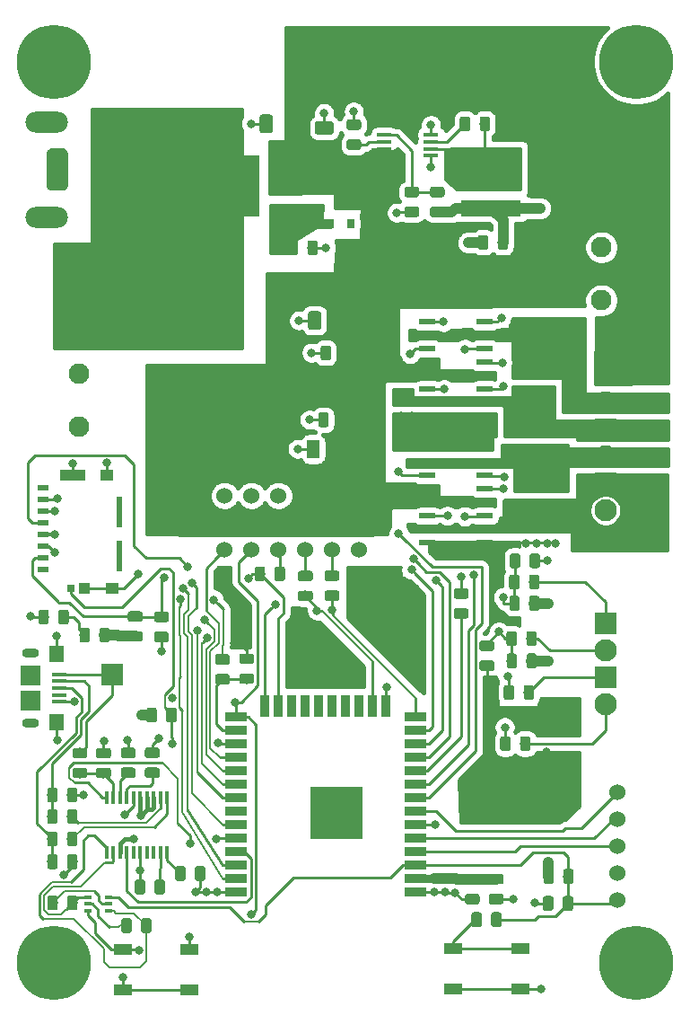
<source format=gbr>
G04 #@! TF.GenerationSoftware,KiCad,Pcbnew,(5.1.2)-1*
G04 #@! TF.CreationDate,2019-05-23T11:15:45-04:00*
G04 #@! TF.ProjectId,lc_dc1000,6c635f64-6331-4303-9030-2e6b69636164,rev?*
G04 #@! TF.SameCoordinates,Original*
G04 #@! TF.FileFunction,Copper,L1,Top*
G04 #@! TF.FilePolarity,Positive*
%FSLAX46Y46*%
G04 Gerber Fmt 4.6, Leading zero omitted, Abs format (unit mm)*
G04 Created by KiCad (PCBNEW (5.1.2)-1) date 2019-05-23 11:15:45*
%MOMM*%
%LPD*%
G04 APERTURE LIST*
%ADD10O,4.000000X2.000000*%
%ADD11C,0.100000*%
%ADD12C,2.000000*%
%ADD13O,2.250000X4.500000*%
%ADD14C,1.524000*%
%ADD15C,0.975000*%
%ADD16R,0.400000X1.200000*%
%ADD17R,1.700000X1.000000*%
%ADD18R,0.650000X0.400000*%
%ADD19C,2.100000*%
%ADD20R,2.100000X2.100000*%
%ADD21C,7.000000*%
%ADD22C,1.250000*%
%ADD23R,0.800000X0.900000*%
%ADD24R,1.450000X0.450000*%
%ADD25R,1.500000X0.600000*%
%ADD26R,2.000000X2.000000*%
%ADD27R,1.000000X0.500000*%
%ADD28R,2.390000X1.050000*%
%ADD29R,1.200000X1.050000*%
%ADD30R,0.550000X2.910000*%
%ADD31R,1.080000X1.050000*%
%ADD32R,0.780000X0.720000*%
%ADD33C,1.950000*%
%ADD34R,2.000000X0.900000*%
%ADD35R,0.900000X2.000000*%
%ADD36R,5.000000X5.000000*%
%ADD37R,5.689600X1.600200*%
%ADD38R,6.400000X5.800000*%
%ADD39R,2.200000X1.200000*%
%ADD40O,1.600000X0.900000*%
%ADD41R,1.900000X1.900000*%
%ADD42R,1.400000X1.600000*%
%ADD43R,1.350000X0.400000*%
%ADD44C,0.800000*%
%ADD45C,0.250000*%
%ADD46C,1.000000*%
%ADD47C,0.800000*%
%ADD48C,0.300000*%
%ADD49C,0.400000*%
%ADD50C,0.200000*%
%ADD51C,0.254000*%
G04 APERTURE END LIST*
D10*
X170292000Y-55825000D03*
X170292000Y-64825000D03*
D11*
G36*
X171841009Y-58327408D02*
G01*
X171889545Y-58334607D01*
X171937142Y-58346530D01*
X171983342Y-58363060D01*
X172027698Y-58384039D01*
X172069785Y-58409265D01*
X172109197Y-58438495D01*
X172145553Y-58471447D01*
X172178505Y-58507803D01*
X172207735Y-58547215D01*
X172232961Y-58589302D01*
X172253940Y-58633658D01*
X172270470Y-58679858D01*
X172282393Y-58727455D01*
X172289592Y-58775991D01*
X172292000Y-58825000D01*
X172292000Y-61825000D01*
X172289592Y-61874009D01*
X172282393Y-61922545D01*
X172270470Y-61970142D01*
X172253940Y-62016342D01*
X172232961Y-62060698D01*
X172207735Y-62102785D01*
X172178505Y-62142197D01*
X172145553Y-62178553D01*
X172109197Y-62211505D01*
X172069785Y-62240735D01*
X172027698Y-62265961D01*
X171983342Y-62286940D01*
X171937142Y-62303470D01*
X171889545Y-62315393D01*
X171841009Y-62322592D01*
X171792000Y-62325000D01*
X170792000Y-62325000D01*
X170742991Y-62322592D01*
X170694455Y-62315393D01*
X170646858Y-62303470D01*
X170600658Y-62286940D01*
X170556302Y-62265961D01*
X170514215Y-62240735D01*
X170474803Y-62211505D01*
X170438447Y-62178553D01*
X170405495Y-62142197D01*
X170376265Y-62102785D01*
X170351039Y-62060698D01*
X170330060Y-62016342D01*
X170313530Y-61970142D01*
X170301607Y-61922545D01*
X170294408Y-61874009D01*
X170292000Y-61825000D01*
X170292000Y-58825000D01*
X170294408Y-58775991D01*
X170301607Y-58727455D01*
X170313530Y-58679858D01*
X170330060Y-58633658D01*
X170351039Y-58589302D01*
X170376265Y-58547215D01*
X170405495Y-58507803D01*
X170438447Y-58471447D01*
X170474803Y-58438495D01*
X170514215Y-58409265D01*
X170556302Y-58384039D01*
X170600658Y-58363060D01*
X170646858Y-58346530D01*
X170694455Y-58334607D01*
X170742991Y-58327408D01*
X170792000Y-58325000D01*
X171792000Y-58325000D01*
X171841009Y-58327408D01*
X171841009Y-58327408D01*
G37*
D12*
X171292000Y-60325000D03*
D13*
X177292000Y-60325000D03*
D14*
X192151000Y-91059000D03*
X189611000Y-91059000D03*
X187071000Y-91059000D03*
X192151000Y-93599000D03*
X189611000Y-93599000D03*
X187071000Y-93599000D03*
X224155000Y-121539000D03*
X224155000Y-124079000D03*
X224155000Y-118999000D03*
X189611000Y-96139000D03*
X187071000Y-96139000D03*
X224155000Y-126619000D03*
X224155000Y-129159000D03*
X194691000Y-96139000D03*
X199771000Y-96139000D03*
X192151000Y-96139000D03*
X197231000Y-96139000D03*
D11*
G36*
X211724942Y-66484174D02*
G01*
X211748603Y-66487684D01*
X211771807Y-66493496D01*
X211794329Y-66501554D01*
X211815953Y-66511782D01*
X211836470Y-66524079D01*
X211855683Y-66538329D01*
X211873407Y-66554393D01*
X211889471Y-66572117D01*
X211903721Y-66591330D01*
X211916018Y-66611847D01*
X211926246Y-66633471D01*
X211934304Y-66655993D01*
X211940116Y-66679197D01*
X211943626Y-66702858D01*
X211944800Y-66726750D01*
X211944800Y-67639250D01*
X211943626Y-67663142D01*
X211940116Y-67686803D01*
X211934304Y-67710007D01*
X211926246Y-67732529D01*
X211916018Y-67754153D01*
X211903721Y-67774670D01*
X211889471Y-67793883D01*
X211873407Y-67811607D01*
X211855683Y-67827671D01*
X211836470Y-67841921D01*
X211815953Y-67854218D01*
X211794329Y-67864446D01*
X211771807Y-67872504D01*
X211748603Y-67878316D01*
X211724942Y-67881826D01*
X211701050Y-67883000D01*
X211213550Y-67883000D01*
X211189658Y-67881826D01*
X211165997Y-67878316D01*
X211142793Y-67872504D01*
X211120271Y-67864446D01*
X211098647Y-67854218D01*
X211078130Y-67841921D01*
X211058917Y-67827671D01*
X211041193Y-67811607D01*
X211025129Y-67793883D01*
X211010879Y-67774670D01*
X210998582Y-67754153D01*
X210988354Y-67732529D01*
X210980296Y-67710007D01*
X210974484Y-67686803D01*
X210970974Y-67663142D01*
X210969800Y-67639250D01*
X210969800Y-66726750D01*
X210970974Y-66702858D01*
X210974484Y-66679197D01*
X210980296Y-66655993D01*
X210988354Y-66633471D01*
X210998582Y-66611847D01*
X211010879Y-66591330D01*
X211025129Y-66572117D01*
X211041193Y-66554393D01*
X211058917Y-66538329D01*
X211078130Y-66524079D01*
X211098647Y-66511782D01*
X211120271Y-66501554D01*
X211142793Y-66493496D01*
X211165997Y-66487684D01*
X211189658Y-66484174D01*
X211213550Y-66483000D01*
X211701050Y-66483000D01*
X211724942Y-66484174D01*
X211724942Y-66484174D01*
G37*
D15*
X211457300Y-67183000D03*
D11*
G36*
X213599942Y-66484174D02*
G01*
X213623603Y-66487684D01*
X213646807Y-66493496D01*
X213669329Y-66501554D01*
X213690953Y-66511782D01*
X213711470Y-66524079D01*
X213730683Y-66538329D01*
X213748407Y-66554393D01*
X213764471Y-66572117D01*
X213778721Y-66591330D01*
X213791018Y-66611847D01*
X213801246Y-66633471D01*
X213809304Y-66655993D01*
X213815116Y-66679197D01*
X213818626Y-66702858D01*
X213819800Y-66726750D01*
X213819800Y-67639250D01*
X213818626Y-67663142D01*
X213815116Y-67686803D01*
X213809304Y-67710007D01*
X213801246Y-67732529D01*
X213791018Y-67754153D01*
X213778721Y-67774670D01*
X213764471Y-67793883D01*
X213748407Y-67811607D01*
X213730683Y-67827671D01*
X213711470Y-67841921D01*
X213690953Y-67854218D01*
X213669329Y-67864446D01*
X213646807Y-67872504D01*
X213623603Y-67878316D01*
X213599942Y-67881826D01*
X213576050Y-67883000D01*
X213088550Y-67883000D01*
X213064658Y-67881826D01*
X213040997Y-67878316D01*
X213017793Y-67872504D01*
X212995271Y-67864446D01*
X212973647Y-67854218D01*
X212953130Y-67841921D01*
X212933917Y-67827671D01*
X212916193Y-67811607D01*
X212900129Y-67793883D01*
X212885879Y-67774670D01*
X212873582Y-67754153D01*
X212863354Y-67732529D01*
X212855296Y-67710007D01*
X212849484Y-67686803D01*
X212845974Y-67663142D01*
X212844800Y-67639250D01*
X212844800Y-66726750D01*
X212845974Y-66702858D01*
X212849484Y-66679197D01*
X212855296Y-66655993D01*
X212863354Y-66633471D01*
X212873582Y-66611847D01*
X212885879Y-66591330D01*
X212900129Y-66572117D01*
X212916193Y-66554393D01*
X212933917Y-66538329D01*
X212953130Y-66524079D01*
X212973647Y-66511782D01*
X212995271Y-66501554D01*
X213017793Y-66493496D01*
X213040997Y-66487684D01*
X213064658Y-66484174D01*
X213088550Y-66483000D01*
X213576050Y-66483000D01*
X213599942Y-66484174D01*
X213599942Y-66484174D01*
G37*
D15*
X213332300Y-67183000D03*
D16*
X175945800Y-119497800D03*
X176580800Y-119497800D03*
X177215800Y-119497800D03*
X177850800Y-119497800D03*
X178485800Y-119497800D03*
X179120800Y-119497800D03*
X179755800Y-119497800D03*
X180390800Y-119497800D03*
X181025800Y-119497800D03*
X181660800Y-119497800D03*
X181660800Y-124697800D03*
X181025800Y-124697800D03*
X180390800Y-124697800D03*
X179755800Y-124697800D03*
X179120800Y-124697800D03*
X178485800Y-124697800D03*
X177850800Y-124697800D03*
X177215800Y-124697800D03*
X176580800Y-124697800D03*
X175945800Y-124697800D03*
D17*
X183744000Y-137663000D03*
X177444000Y-137663000D03*
X183744000Y-133863000D03*
X177444000Y-133863000D03*
X214960600Y-137531000D03*
X208660600Y-137531000D03*
X214960600Y-133731000D03*
X208660600Y-133731000D03*
D11*
G36*
X172983042Y-128739574D02*
G01*
X173006703Y-128743084D01*
X173029907Y-128748896D01*
X173052429Y-128756954D01*
X173074053Y-128767182D01*
X173094570Y-128779479D01*
X173113783Y-128793729D01*
X173131507Y-128809793D01*
X173147571Y-128827517D01*
X173161821Y-128846730D01*
X173174118Y-128867247D01*
X173184346Y-128888871D01*
X173192404Y-128911393D01*
X173198216Y-128934597D01*
X173201726Y-128958258D01*
X173202900Y-128982150D01*
X173202900Y-129894650D01*
X173201726Y-129918542D01*
X173198216Y-129942203D01*
X173192404Y-129965407D01*
X173184346Y-129987929D01*
X173174118Y-130009553D01*
X173161821Y-130030070D01*
X173147571Y-130049283D01*
X173131507Y-130067007D01*
X173113783Y-130083071D01*
X173094570Y-130097321D01*
X173074053Y-130109618D01*
X173052429Y-130119846D01*
X173029907Y-130127904D01*
X173006703Y-130133716D01*
X172983042Y-130137226D01*
X172959150Y-130138400D01*
X172471650Y-130138400D01*
X172447758Y-130137226D01*
X172424097Y-130133716D01*
X172400893Y-130127904D01*
X172378371Y-130119846D01*
X172356747Y-130109618D01*
X172336230Y-130097321D01*
X172317017Y-130083071D01*
X172299293Y-130067007D01*
X172283229Y-130049283D01*
X172268979Y-130030070D01*
X172256682Y-130009553D01*
X172246454Y-129987929D01*
X172238396Y-129965407D01*
X172232584Y-129942203D01*
X172229074Y-129918542D01*
X172227900Y-129894650D01*
X172227900Y-128982150D01*
X172229074Y-128958258D01*
X172232584Y-128934597D01*
X172238396Y-128911393D01*
X172246454Y-128888871D01*
X172256682Y-128867247D01*
X172268979Y-128846730D01*
X172283229Y-128827517D01*
X172299293Y-128809793D01*
X172317017Y-128793729D01*
X172336230Y-128779479D01*
X172356747Y-128767182D01*
X172378371Y-128756954D01*
X172400893Y-128748896D01*
X172424097Y-128743084D01*
X172447758Y-128739574D01*
X172471650Y-128738400D01*
X172959150Y-128738400D01*
X172983042Y-128739574D01*
X172983042Y-128739574D01*
G37*
D15*
X172715400Y-129438400D03*
D11*
G36*
X171108042Y-128739574D02*
G01*
X171131703Y-128743084D01*
X171154907Y-128748896D01*
X171177429Y-128756954D01*
X171199053Y-128767182D01*
X171219570Y-128779479D01*
X171238783Y-128793729D01*
X171256507Y-128809793D01*
X171272571Y-128827517D01*
X171286821Y-128846730D01*
X171299118Y-128867247D01*
X171309346Y-128888871D01*
X171317404Y-128911393D01*
X171323216Y-128934597D01*
X171326726Y-128958258D01*
X171327900Y-128982150D01*
X171327900Y-129894650D01*
X171326726Y-129918542D01*
X171323216Y-129942203D01*
X171317404Y-129965407D01*
X171309346Y-129987929D01*
X171299118Y-130009553D01*
X171286821Y-130030070D01*
X171272571Y-130049283D01*
X171256507Y-130067007D01*
X171238783Y-130083071D01*
X171219570Y-130097321D01*
X171199053Y-130109618D01*
X171177429Y-130119846D01*
X171154907Y-130127904D01*
X171131703Y-130133716D01*
X171108042Y-130137226D01*
X171084150Y-130138400D01*
X170596650Y-130138400D01*
X170572758Y-130137226D01*
X170549097Y-130133716D01*
X170525893Y-130127904D01*
X170503371Y-130119846D01*
X170481747Y-130109618D01*
X170461230Y-130097321D01*
X170442017Y-130083071D01*
X170424293Y-130067007D01*
X170408229Y-130049283D01*
X170393979Y-130030070D01*
X170381682Y-130009553D01*
X170371454Y-129987929D01*
X170363396Y-129965407D01*
X170357584Y-129942203D01*
X170354074Y-129918542D01*
X170352900Y-129894650D01*
X170352900Y-128982150D01*
X170354074Y-128958258D01*
X170357584Y-128934597D01*
X170363396Y-128911393D01*
X170371454Y-128888871D01*
X170381682Y-128867247D01*
X170393979Y-128846730D01*
X170408229Y-128827517D01*
X170424293Y-128809793D01*
X170442017Y-128793729D01*
X170461230Y-128779479D01*
X170481747Y-128767182D01*
X170503371Y-128756954D01*
X170525893Y-128748896D01*
X170549097Y-128743084D01*
X170572758Y-128739574D01*
X170596650Y-128738400D01*
X171084150Y-128738400D01*
X171108042Y-128739574D01*
X171108042Y-128739574D01*
G37*
D15*
X170840400Y-129438400D03*
D11*
G36*
X179947242Y-130873174D02*
G01*
X179970903Y-130876684D01*
X179994107Y-130882496D01*
X180016629Y-130890554D01*
X180038253Y-130900782D01*
X180058770Y-130913079D01*
X180077983Y-130927329D01*
X180095707Y-130943393D01*
X180111771Y-130961117D01*
X180126021Y-130980330D01*
X180138318Y-131000847D01*
X180148546Y-131022471D01*
X180156604Y-131044993D01*
X180162416Y-131068197D01*
X180165926Y-131091858D01*
X180167100Y-131115750D01*
X180167100Y-132028250D01*
X180165926Y-132052142D01*
X180162416Y-132075803D01*
X180156604Y-132099007D01*
X180148546Y-132121529D01*
X180138318Y-132143153D01*
X180126021Y-132163670D01*
X180111771Y-132182883D01*
X180095707Y-132200607D01*
X180077983Y-132216671D01*
X180058770Y-132230921D01*
X180038253Y-132243218D01*
X180016629Y-132253446D01*
X179994107Y-132261504D01*
X179970903Y-132267316D01*
X179947242Y-132270826D01*
X179923350Y-132272000D01*
X179435850Y-132272000D01*
X179411958Y-132270826D01*
X179388297Y-132267316D01*
X179365093Y-132261504D01*
X179342571Y-132253446D01*
X179320947Y-132243218D01*
X179300430Y-132230921D01*
X179281217Y-132216671D01*
X179263493Y-132200607D01*
X179247429Y-132182883D01*
X179233179Y-132163670D01*
X179220882Y-132143153D01*
X179210654Y-132121529D01*
X179202596Y-132099007D01*
X179196784Y-132075803D01*
X179193274Y-132052142D01*
X179192100Y-132028250D01*
X179192100Y-131115750D01*
X179193274Y-131091858D01*
X179196784Y-131068197D01*
X179202596Y-131044993D01*
X179210654Y-131022471D01*
X179220882Y-131000847D01*
X179233179Y-130980330D01*
X179247429Y-130961117D01*
X179263493Y-130943393D01*
X179281217Y-130927329D01*
X179300430Y-130913079D01*
X179320947Y-130900782D01*
X179342571Y-130890554D01*
X179365093Y-130882496D01*
X179388297Y-130876684D01*
X179411958Y-130873174D01*
X179435850Y-130872000D01*
X179923350Y-130872000D01*
X179947242Y-130873174D01*
X179947242Y-130873174D01*
G37*
D15*
X179679600Y-131572000D03*
D11*
G36*
X178072242Y-130873174D02*
G01*
X178095903Y-130876684D01*
X178119107Y-130882496D01*
X178141629Y-130890554D01*
X178163253Y-130900782D01*
X178183770Y-130913079D01*
X178202983Y-130927329D01*
X178220707Y-130943393D01*
X178236771Y-130961117D01*
X178251021Y-130980330D01*
X178263318Y-131000847D01*
X178273546Y-131022471D01*
X178281604Y-131044993D01*
X178287416Y-131068197D01*
X178290926Y-131091858D01*
X178292100Y-131115750D01*
X178292100Y-132028250D01*
X178290926Y-132052142D01*
X178287416Y-132075803D01*
X178281604Y-132099007D01*
X178273546Y-132121529D01*
X178263318Y-132143153D01*
X178251021Y-132163670D01*
X178236771Y-132182883D01*
X178220707Y-132200607D01*
X178202983Y-132216671D01*
X178183770Y-132230921D01*
X178163253Y-132243218D01*
X178141629Y-132253446D01*
X178119107Y-132261504D01*
X178095903Y-132267316D01*
X178072242Y-132270826D01*
X178048350Y-132272000D01*
X177560850Y-132272000D01*
X177536958Y-132270826D01*
X177513297Y-132267316D01*
X177490093Y-132261504D01*
X177467571Y-132253446D01*
X177445947Y-132243218D01*
X177425430Y-132230921D01*
X177406217Y-132216671D01*
X177388493Y-132200607D01*
X177372429Y-132182883D01*
X177358179Y-132163670D01*
X177345882Y-132143153D01*
X177335654Y-132121529D01*
X177327596Y-132099007D01*
X177321784Y-132075803D01*
X177318274Y-132052142D01*
X177317100Y-132028250D01*
X177317100Y-131115750D01*
X177318274Y-131091858D01*
X177321784Y-131068197D01*
X177327596Y-131044993D01*
X177335654Y-131022471D01*
X177345882Y-131000847D01*
X177358179Y-130980330D01*
X177372429Y-130961117D01*
X177388493Y-130943393D01*
X177406217Y-130927329D01*
X177425430Y-130913079D01*
X177445947Y-130900782D01*
X177467571Y-130890554D01*
X177490093Y-130882496D01*
X177513297Y-130876684D01*
X177536958Y-130873174D01*
X177560850Y-130872000D01*
X178048350Y-130872000D01*
X178072242Y-130873174D01*
X178072242Y-130873174D01*
G37*
D15*
X177804600Y-131572000D03*
D11*
G36*
X211113042Y-130314374D02*
G01*
X211136703Y-130317884D01*
X211159907Y-130323696D01*
X211182429Y-130331754D01*
X211204053Y-130341982D01*
X211224570Y-130354279D01*
X211243783Y-130368529D01*
X211261507Y-130384593D01*
X211277571Y-130402317D01*
X211291821Y-130421530D01*
X211304118Y-130442047D01*
X211314346Y-130463671D01*
X211322404Y-130486193D01*
X211328216Y-130509397D01*
X211331726Y-130533058D01*
X211332900Y-130556950D01*
X211332900Y-131469450D01*
X211331726Y-131493342D01*
X211328216Y-131517003D01*
X211322404Y-131540207D01*
X211314346Y-131562729D01*
X211304118Y-131584353D01*
X211291821Y-131604870D01*
X211277571Y-131624083D01*
X211261507Y-131641807D01*
X211243783Y-131657871D01*
X211224570Y-131672121D01*
X211204053Y-131684418D01*
X211182429Y-131694646D01*
X211159907Y-131702704D01*
X211136703Y-131708516D01*
X211113042Y-131712026D01*
X211089150Y-131713200D01*
X210601650Y-131713200D01*
X210577758Y-131712026D01*
X210554097Y-131708516D01*
X210530893Y-131702704D01*
X210508371Y-131694646D01*
X210486747Y-131684418D01*
X210466230Y-131672121D01*
X210447017Y-131657871D01*
X210429293Y-131641807D01*
X210413229Y-131624083D01*
X210398979Y-131604870D01*
X210386682Y-131584353D01*
X210376454Y-131562729D01*
X210368396Y-131540207D01*
X210362584Y-131517003D01*
X210359074Y-131493342D01*
X210357900Y-131469450D01*
X210357900Y-130556950D01*
X210359074Y-130533058D01*
X210362584Y-130509397D01*
X210368396Y-130486193D01*
X210376454Y-130463671D01*
X210386682Y-130442047D01*
X210398979Y-130421530D01*
X210413229Y-130402317D01*
X210429293Y-130384593D01*
X210447017Y-130368529D01*
X210466230Y-130354279D01*
X210486747Y-130341982D01*
X210508371Y-130331754D01*
X210530893Y-130323696D01*
X210554097Y-130317884D01*
X210577758Y-130314374D01*
X210601650Y-130313200D01*
X211089150Y-130313200D01*
X211113042Y-130314374D01*
X211113042Y-130314374D01*
G37*
D15*
X210845400Y-131013200D03*
D11*
G36*
X212988042Y-130314374D02*
G01*
X213011703Y-130317884D01*
X213034907Y-130323696D01*
X213057429Y-130331754D01*
X213079053Y-130341982D01*
X213099570Y-130354279D01*
X213118783Y-130368529D01*
X213136507Y-130384593D01*
X213152571Y-130402317D01*
X213166821Y-130421530D01*
X213179118Y-130442047D01*
X213189346Y-130463671D01*
X213197404Y-130486193D01*
X213203216Y-130509397D01*
X213206726Y-130533058D01*
X213207900Y-130556950D01*
X213207900Y-131469450D01*
X213206726Y-131493342D01*
X213203216Y-131517003D01*
X213197404Y-131540207D01*
X213189346Y-131562729D01*
X213179118Y-131584353D01*
X213166821Y-131604870D01*
X213152571Y-131624083D01*
X213136507Y-131641807D01*
X213118783Y-131657871D01*
X213099570Y-131672121D01*
X213079053Y-131684418D01*
X213057429Y-131694646D01*
X213034907Y-131702704D01*
X213011703Y-131708516D01*
X212988042Y-131712026D01*
X212964150Y-131713200D01*
X212476650Y-131713200D01*
X212452758Y-131712026D01*
X212429097Y-131708516D01*
X212405893Y-131702704D01*
X212383371Y-131694646D01*
X212361747Y-131684418D01*
X212341230Y-131672121D01*
X212322017Y-131657871D01*
X212304293Y-131641807D01*
X212288229Y-131624083D01*
X212273979Y-131604870D01*
X212261682Y-131584353D01*
X212251454Y-131562729D01*
X212243396Y-131540207D01*
X212237584Y-131517003D01*
X212234074Y-131493342D01*
X212232900Y-131469450D01*
X212232900Y-130556950D01*
X212234074Y-130533058D01*
X212237584Y-130509397D01*
X212243396Y-130486193D01*
X212251454Y-130463671D01*
X212261682Y-130442047D01*
X212273979Y-130421530D01*
X212288229Y-130402317D01*
X212304293Y-130384593D01*
X212322017Y-130368529D01*
X212341230Y-130354279D01*
X212361747Y-130341982D01*
X212383371Y-130331754D01*
X212405893Y-130323696D01*
X212429097Y-130317884D01*
X212452758Y-130314374D01*
X212476650Y-130313200D01*
X212964150Y-130313200D01*
X212988042Y-130314374D01*
X212988042Y-130314374D01*
G37*
D15*
X212720400Y-131013200D03*
D18*
X176083000Y-128890000D03*
X176083000Y-130190000D03*
X174183000Y-129540000D03*
X176083000Y-129540000D03*
X174183000Y-130190000D03*
X174183000Y-128890000D03*
D19*
X223012000Y-110744000D03*
D20*
X223012000Y-108204000D03*
D19*
X223012000Y-105664000D03*
D20*
X223012000Y-103124000D03*
D19*
X223012000Y-92456000D03*
D20*
X223012000Y-89916000D03*
D19*
X223012000Y-87376000D03*
D20*
X223012000Y-84836000D03*
D19*
X223012000Y-82296000D03*
D20*
X223012000Y-79756000D03*
D11*
G36*
X174135242Y-103491974D02*
G01*
X174158903Y-103495484D01*
X174182107Y-103501296D01*
X174204629Y-103509354D01*
X174226253Y-103519582D01*
X174246770Y-103531879D01*
X174265983Y-103546129D01*
X174283707Y-103562193D01*
X174299771Y-103579917D01*
X174314021Y-103599130D01*
X174326318Y-103619647D01*
X174336546Y-103641271D01*
X174344604Y-103663793D01*
X174350416Y-103686997D01*
X174353926Y-103710658D01*
X174355100Y-103734550D01*
X174355100Y-104647050D01*
X174353926Y-104670942D01*
X174350416Y-104694603D01*
X174344604Y-104717807D01*
X174336546Y-104740329D01*
X174326318Y-104761953D01*
X174314021Y-104782470D01*
X174299771Y-104801683D01*
X174283707Y-104819407D01*
X174265983Y-104835471D01*
X174246770Y-104849721D01*
X174226253Y-104862018D01*
X174204629Y-104872246D01*
X174182107Y-104880304D01*
X174158903Y-104886116D01*
X174135242Y-104889626D01*
X174111350Y-104890800D01*
X173623850Y-104890800D01*
X173599958Y-104889626D01*
X173576297Y-104886116D01*
X173553093Y-104880304D01*
X173530571Y-104872246D01*
X173508947Y-104862018D01*
X173488430Y-104849721D01*
X173469217Y-104835471D01*
X173451493Y-104819407D01*
X173435429Y-104801683D01*
X173421179Y-104782470D01*
X173408882Y-104761953D01*
X173398654Y-104740329D01*
X173390596Y-104717807D01*
X173384784Y-104694603D01*
X173381274Y-104670942D01*
X173380100Y-104647050D01*
X173380100Y-103734550D01*
X173381274Y-103710658D01*
X173384784Y-103686997D01*
X173390596Y-103663793D01*
X173398654Y-103641271D01*
X173408882Y-103619647D01*
X173421179Y-103599130D01*
X173435429Y-103579917D01*
X173451493Y-103562193D01*
X173469217Y-103546129D01*
X173488430Y-103531879D01*
X173508947Y-103519582D01*
X173530571Y-103509354D01*
X173553093Y-103501296D01*
X173576297Y-103495484D01*
X173599958Y-103491974D01*
X173623850Y-103490800D01*
X174111350Y-103490800D01*
X174135242Y-103491974D01*
X174135242Y-103491974D01*
G37*
D15*
X173867600Y-104190800D03*
D11*
G36*
X176010242Y-103491974D02*
G01*
X176033903Y-103495484D01*
X176057107Y-103501296D01*
X176079629Y-103509354D01*
X176101253Y-103519582D01*
X176121770Y-103531879D01*
X176140983Y-103546129D01*
X176158707Y-103562193D01*
X176174771Y-103579917D01*
X176189021Y-103599130D01*
X176201318Y-103619647D01*
X176211546Y-103641271D01*
X176219604Y-103663793D01*
X176225416Y-103686997D01*
X176228926Y-103710658D01*
X176230100Y-103734550D01*
X176230100Y-104647050D01*
X176228926Y-104670942D01*
X176225416Y-104694603D01*
X176219604Y-104717807D01*
X176211546Y-104740329D01*
X176201318Y-104761953D01*
X176189021Y-104782470D01*
X176174771Y-104801683D01*
X176158707Y-104819407D01*
X176140983Y-104835471D01*
X176121770Y-104849721D01*
X176101253Y-104862018D01*
X176079629Y-104872246D01*
X176057107Y-104880304D01*
X176033903Y-104886116D01*
X176010242Y-104889626D01*
X175986350Y-104890800D01*
X175498850Y-104890800D01*
X175474958Y-104889626D01*
X175451297Y-104886116D01*
X175428093Y-104880304D01*
X175405571Y-104872246D01*
X175383947Y-104862018D01*
X175363430Y-104849721D01*
X175344217Y-104835471D01*
X175326493Y-104819407D01*
X175310429Y-104801683D01*
X175296179Y-104782470D01*
X175283882Y-104761953D01*
X175273654Y-104740329D01*
X175265596Y-104717807D01*
X175259784Y-104694603D01*
X175256274Y-104670942D01*
X175255100Y-104647050D01*
X175255100Y-103734550D01*
X175256274Y-103710658D01*
X175259784Y-103686997D01*
X175265596Y-103663793D01*
X175273654Y-103641271D01*
X175283882Y-103619647D01*
X175296179Y-103599130D01*
X175310429Y-103579917D01*
X175326493Y-103562193D01*
X175344217Y-103546129D01*
X175363430Y-103531879D01*
X175383947Y-103519582D01*
X175405571Y-103509354D01*
X175428093Y-103501296D01*
X175451297Y-103495484D01*
X175474958Y-103491974D01*
X175498850Y-103490800D01*
X175986350Y-103490800D01*
X176010242Y-103491974D01*
X176010242Y-103491974D01*
G37*
D15*
X175742600Y-104190800D03*
D11*
G36*
X170274442Y-101790174D02*
G01*
X170298103Y-101793684D01*
X170321307Y-101799496D01*
X170343829Y-101807554D01*
X170365453Y-101817782D01*
X170385970Y-101830079D01*
X170405183Y-101844329D01*
X170422907Y-101860393D01*
X170438971Y-101878117D01*
X170453221Y-101897330D01*
X170465518Y-101917847D01*
X170475746Y-101939471D01*
X170483804Y-101961993D01*
X170489616Y-101985197D01*
X170493126Y-102008858D01*
X170494300Y-102032750D01*
X170494300Y-102945250D01*
X170493126Y-102969142D01*
X170489616Y-102992803D01*
X170483804Y-103016007D01*
X170475746Y-103038529D01*
X170465518Y-103060153D01*
X170453221Y-103080670D01*
X170438971Y-103099883D01*
X170422907Y-103117607D01*
X170405183Y-103133671D01*
X170385970Y-103147921D01*
X170365453Y-103160218D01*
X170343829Y-103170446D01*
X170321307Y-103178504D01*
X170298103Y-103184316D01*
X170274442Y-103187826D01*
X170250550Y-103189000D01*
X169763050Y-103189000D01*
X169739158Y-103187826D01*
X169715497Y-103184316D01*
X169692293Y-103178504D01*
X169669771Y-103170446D01*
X169648147Y-103160218D01*
X169627630Y-103147921D01*
X169608417Y-103133671D01*
X169590693Y-103117607D01*
X169574629Y-103099883D01*
X169560379Y-103080670D01*
X169548082Y-103060153D01*
X169537854Y-103038529D01*
X169529796Y-103016007D01*
X169523984Y-102992803D01*
X169520474Y-102969142D01*
X169519300Y-102945250D01*
X169519300Y-102032750D01*
X169520474Y-102008858D01*
X169523984Y-101985197D01*
X169529796Y-101961993D01*
X169537854Y-101939471D01*
X169548082Y-101917847D01*
X169560379Y-101897330D01*
X169574629Y-101878117D01*
X169590693Y-101860393D01*
X169608417Y-101844329D01*
X169627630Y-101830079D01*
X169648147Y-101817782D01*
X169669771Y-101807554D01*
X169692293Y-101799496D01*
X169715497Y-101793684D01*
X169739158Y-101790174D01*
X169763050Y-101789000D01*
X170250550Y-101789000D01*
X170274442Y-101790174D01*
X170274442Y-101790174D01*
G37*
D15*
X170006800Y-102489000D03*
D11*
G36*
X172149442Y-101790174D02*
G01*
X172173103Y-101793684D01*
X172196307Y-101799496D01*
X172218829Y-101807554D01*
X172240453Y-101817782D01*
X172260970Y-101830079D01*
X172280183Y-101844329D01*
X172297907Y-101860393D01*
X172313971Y-101878117D01*
X172328221Y-101897330D01*
X172340518Y-101917847D01*
X172350746Y-101939471D01*
X172358804Y-101961993D01*
X172364616Y-101985197D01*
X172368126Y-102008858D01*
X172369300Y-102032750D01*
X172369300Y-102945250D01*
X172368126Y-102969142D01*
X172364616Y-102992803D01*
X172358804Y-103016007D01*
X172350746Y-103038529D01*
X172340518Y-103060153D01*
X172328221Y-103080670D01*
X172313971Y-103099883D01*
X172297907Y-103117607D01*
X172280183Y-103133671D01*
X172260970Y-103147921D01*
X172240453Y-103160218D01*
X172218829Y-103170446D01*
X172196307Y-103178504D01*
X172173103Y-103184316D01*
X172149442Y-103187826D01*
X172125550Y-103189000D01*
X171638050Y-103189000D01*
X171614158Y-103187826D01*
X171590497Y-103184316D01*
X171567293Y-103178504D01*
X171544771Y-103170446D01*
X171523147Y-103160218D01*
X171502630Y-103147921D01*
X171483417Y-103133671D01*
X171465693Y-103117607D01*
X171449629Y-103099883D01*
X171435379Y-103080670D01*
X171423082Y-103060153D01*
X171412854Y-103038529D01*
X171404796Y-103016007D01*
X171398984Y-102992803D01*
X171395474Y-102969142D01*
X171394300Y-102945250D01*
X171394300Y-102032750D01*
X171395474Y-102008858D01*
X171398984Y-101985197D01*
X171404796Y-101961993D01*
X171412854Y-101939471D01*
X171423082Y-101917847D01*
X171435379Y-101897330D01*
X171449629Y-101878117D01*
X171465693Y-101860393D01*
X171483417Y-101844329D01*
X171502630Y-101830079D01*
X171523147Y-101817782D01*
X171544771Y-101807554D01*
X171567293Y-101799496D01*
X171590497Y-101793684D01*
X171614158Y-101790174D01*
X171638050Y-101789000D01*
X172125550Y-101789000D01*
X172149442Y-101790174D01*
X172149442Y-101790174D01*
G37*
D15*
X171881800Y-102489000D03*
D21*
X225931000Y-135059000D03*
X170931000Y-135059000D03*
X225931000Y-50159000D03*
X170931000Y-50159000D03*
D11*
G36*
X211898142Y-55308174D02*
G01*
X211921803Y-55311684D01*
X211945007Y-55317496D01*
X211967529Y-55325554D01*
X211989153Y-55335782D01*
X212009670Y-55348079D01*
X212028883Y-55362329D01*
X212046607Y-55378393D01*
X212062671Y-55396117D01*
X212076921Y-55415330D01*
X212089218Y-55435847D01*
X212099446Y-55457471D01*
X212107504Y-55479993D01*
X212113316Y-55503197D01*
X212116826Y-55526858D01*
X212118000Y-55550750D01*
X212118000Y-56463250D01*
X212116826Y-56487142D01*
X212113316Y-56510803D01*
X212107504Y-56534007D01*
X212099446Y-56556529D01*
X212089218Y-56578153D01*
X212076921Y-56598670D01*
X212062671Y-56617883D01*
X212046607Y-56635607D01*
X212028883Y-56651671D01*
X212009670Y-56665921D01*
X211989153Y-56678218D01*
X211967529Y-56688446D01*
X211945007Y-56696504D01*
X211921803Y-56702316D01*
X211898142Y-56705826D01*
X211874250Y-56707000D01*
X211386750Y-56707000D01*
X211362858Y-56705826D01*
X211339197Y-56702316D01*
X211315993Y-56696504D01*
X211293471Y-56688446D01*
X211271847Y-56678218D01*
X211251330Y-56665921D01*
X211232117Y-56651671D01*
X211214393Y-56635607D01*
X211198329Y-56617883D01*
X211184079Y-56598670D01*
X211171782Y-56578153D01*
X211161554Y-56556529D01*
X211153496Y-56534007D01*
X211147684Y-56510803D01*
X211144174Y-56487142D01*
X211143000Y-56463250D01*
X211143000Y-55550750D01*
X211144174Y-55526858D01*
X211147684Y-55503197D01*
X211153496Y-55479993D01*
X211161554Y-55457471D01*
X211171782Y-55435847D01*
X211184079Y-55415330D01*
X211198329Y-55396117D01*
X211214393Y-55378393D01*
X211232117Y-55362329D01*
X211251330Y-55348079D01*
X211271847Y-55335782D01*
X211293471Y-55325554D01*
X211315993Y-55317496D01*
X211339197Y-55311684D01*
X211362858Y-55308174D01*
X211386750Y-55307000D01*
X211874250Y-55307000D01*
X211898142Y-55308174D01*
X211898142Y-55308174D01*
G37*
D15*
X211630500Y-56007000D03*
D11*
G36*
X210023142Y-55308174D02*
G01*
X210046803Y-55311684D01*
X210070007Y-55317496D01*
X210092529Y-55325554D01*
X210114153Y-55335782D01*
X210134670Y-55348079D01*
X210153883Y-55362329D01*
X210171607Y-55378393D01*
X210187671Y-55396117D01*
X210201921Y-55415330D01*
X210214218Y-55435847D01*
X210224446Y-55457471D01*
X210232504Y-55479993D01*
X210238316Y-55503197D01*
X210241826Y-55526858D01*
X210243000Y-55550750D01*
X210243000Y-56463250D01*
X210241826Y-56487142D01*
X210238316Y-56510803D01*
X210232504Y-56534007D01*
X210224446Y-56556529D01*
X210214218Y-56578153D01*
X210201921Y-56598670D01*
X210187671Y-56617883D01*
X210171607Y-56635607D01*
X210153883Y-56651671D01*
X210134670Y-56665921D01*
X210114153Y-56678218D01*
X210092529Y-56688446D01*
X210070007Y-56696504D01*
X210046803Y-56702316D01*
X210023142Y-56705826D01*
X209999250Y-56707000D01*
X209511750Y-56707000D01*
X209487858Y-56705826D01*
X209464197Y-56702316D01*
X209440993Y-56696504D01*
X209418471Y-56688446D01*
X209396847Y-56678218D01*
X209376330Y-56665921D01*
X209357117Y-56651671D01*
X209339393Y-56635607D01*
X209323329Y-56617883D01*
X209309079Y-56598670D01*
X209296782Y-56578153D01*
X209286554Y-56556529D01*
X209278496Y-56534007D01*
X209272684Y-56510803D01*
X209269174Y-56487142D01*
X209268000Y-56463250D01*
X209268000Y-55550750D01*
X209269174Y-55526858D01*
X209272684Y-55503197D01*
X209278496Y-55479993D01*
X209286554Y-55457471D01*
X209296782Y-55435847D01*
X209309079Y-55415330D01*
X209323329Y-55396117D01*
X209339393Y-55378393D01*
X209357117Y-55362329D01*
X209376330Y-55348079D01*
X209396847Y-55335782D01*
X209418471Y-55325554D01*
X209440993Y-55317496D01*
X209464197Y-55311684D01*
X209487858Y-55308174D01*
X209511750Y-55307000D01*
X209999250Y-55307000D01*
X210023142Y-55308174D01*
X210023142Y-55308174D01*
G37*
D15*
X209755500Y-56007000D03*
D11*
G36*
X199743142Y-55599174D02*
G01*
X199766803Y-55602684D01*
X199790007Y-55608496D01*
X199812529Y-55616554D01*
X199834153Y-55626782D01*
X199854670Y-55639079D01*
X199873883Y-55653329D01*
X199891607Y-55669393D01*
X199907671Y-55687117D01*
X199921921Y-55706330D01*
X199934218Y-55726847D01*
X199944446Y-55748471D01*
X199952504Y-55770993D01*
X199958316Y-55794197D01*
X199961826Y-55817858D01*
X199963000Y-55841750D01*
X199963000Y-56329250D01*
X199961826Y-56353142D01*
X199958316Y-56376803D01*
X199952504Y-56400007D01*
X199944446Y-56422529D01*
X199934218Y-56444153D01*
X199921921Y-56464670D01*
X199907671Y-56483883D01*
X199891607Y-56501607D01*
X199873883Y-56517671D01*
X199854670Y-56531921D01*
X199834153Y-56544218D01*
X199812529Y-56554446D01*
X199790007Y-56562504D01*
X199766803Y-56568316D01*
X199743142Y-56571826D01*
X199719250Y-56573000D01*
X198806750Y-56573000D01*
X198782858Y-56571826D01*
X198759197Y-56568316D01*
X198735993Y-56562504D01*
X198713471Y-56554446D01*
X198691847Y-56544218D01*
X198671330Y-56531921D01*
X198652117Y-56517671D01*
X198634393Y-56501607D01*
X198618329Y-56483883D01*
X198604079Y-56464670D01*
X198591782Y-56444153D01*
X198581554Y-56422529D01*
X198573496Y-56400007D01*
X198567684Y-56376803D01*
X198564174Y-56353142D01*
X198563000Y-56329250D01*
X198563000Y-55841750D01*
X198564174Y-55817858D01*
X198567684Y-55794197D01*
X198573496Y-55770993D01*
X198581554Y-55748471D01*
X198591782Y-55726847D01*
X198604079Y-55706330D01*
X198618329Y-55687117D01*
X198634393Y-55669393D01*
X198652117Y-55653329D01*
X198671330Y-55639079D01*
X198691847Y-55626782D01*
X198713471Y-55616554D01*
X198735993Y-55608496D01*
X198759197Y-55602684D01*
X198782858Y-55599174D01*
X198806750Y-55598000D01*
X199719250Y-55598000D01*
X199743142Y-55599174D01*
X199743142Y-55599174D01*
G37*
D15*
X199263000Y-56085500D03*
D11*
G36*
X199743142Y-57474174D02*
G01*
X199766803Y-57477684D01*
X199790007Y-57483496D01*
X199812529Y-57491554D01*
X199834153Y-57501782D01*
X199854670Y-57514079D01*
X199873883Y-57528329D01*
X199891607Y-57544393D01*
X199907671Y-57562117D01*
X199921921Y-57581330D01*
X199934218Y-57601847D01*
X199944446Y-57623471D01*
X199952504Y-57645993D01*
X199958316Y-57669197D01*
X199961826Y-57692858D01*
X199963000Y-57716750D01*
X199963000Y-58204250D01*
X199961826Y-58228142D01*
X199958316Y-58251803D01*
X199952504Y-58275007D01*
X199944446Y-58297529D01*
X199934218Y-58319153D01*
X199921921Y-58339670D01*
X199907671Y-58358883D01*
X199891607Y-58376607D01*
X199873883Y-58392671D01*
X199854670Y-58406921D01*
X199834153Y-58419218D01*
X199812529Y-58429446D01*
X199790007Y-58437504D01*
X199766803Y-58443316D01*
X199743142Y-58446826D01*
X199719250Y-58448000D01*
X198806750Y-58448000D01*
X198782858Y-58446826D01*
X198759197Y-58443316D01*
X198735993Y-58437504D01*
X198713471Y-58429446D01*
X198691847Y-58419218D01*
X198671330Y-58406921D01*
X198652117Y-58392671D01*
X198634393Y-58376607D01*
X198618329Y-58358883D01*
X198604079Y-58339670D01*
X198591782Y-58319153D01*
X198581554Y-58297529D01*
X198573496Y-58275007D01*
X198567684Y-58251803D01*
X198564174Y-58228142D01*
X198563000Y-58204250D01*
X198563000Y-57716750D01*
X198564174Y-57692858D01*
X198567684Y-57669197D01*
X198573496Y-57645993D01*
X198581554Y-57623471D01*
X198591782Y-57601847D01*
X198604079Y-57581330D01*
X198618329Y-57562117D01*
X198634393Y-57544393D01*
X198652117Y-57528329D01*
X198671330Y-57514079D01*
X198691847Y-57501782D01*
X198713471Y-57491554D01*
X198735993Y-57483496D01*
X198759197Y-57477684D01*
X198782858Y-57474174D01*
X198806750Y-57473000D01*
X199719250Y-57473000D01*
X199743142Y-57474174D01*
X199743142Y-57474174D01*
G37*
D15*
X199263000Y-57960500D03*
D11*
G36*
X219744903Y-128788732D02*
G01*
X219768564Y-128792242D01*
X219791768Y-128798054D01*
X219814290Y-128806112D01*
X219835914Y-128816340D01*
X219856431Y-128828637D01*
X219875644Y-128842887D01*
X219893368Y-128858951D01*
X219909432Y-128876675D01*
X219923682Y-128895888D01*
X219935979Y-128916405D01*
X219946207Y-128938029D01*
X219954265Y-128960551D01*
X219960077Y-128983755D01*
X219963587Y-129007416D01*
X219964761Y-129031308D01*
X219964761Y-129943808D01*
X219963587Y-129967700D01*
X219960077Y-129991361D01*
X219954265Y-130014565D01*
X219946207Y-130037087D01*
X219935979Y-130058711D01*
X219923682Y-130079228D01*
X219909432Y-130098441D01*
X219893368Y-130116165D01*
X219875644Y-130132229D01*
X219856431Y-130146479D01*
X219835914Y-130158776D01*
X219814290Y-130169004D01*
X219791768Y-130177062D01*
X219768564Y-130182874D01*
X219744903Y-130186384D01*
X219721011Y-130187558D01*
X219233511Y-130187558D01*
X219209619Y-130186384D01*
X219185958Y-130182874D01*
X219162754Y-130177062D01*
X219140232Y-130169004D01*
X219118608Y-130158776D01*
X219098091Y-130146479D01*
X219078878Y-130132229D01*
X219061154Y-130116165D01*
X219045090Y-130098441D01*
X219030840Y-130079228D01*
X219018543Y-130058711D01*
X219008315Y-130037087D01*
X219000257Y-130014565D01*
X218994445Y-129991361D01*
X218990935Y-129967700D01*
X218989761Y-129943808D01*
X218989761Y-129031308D01*
X218990935Y-129007416D01*
X218994445Y-128983755D01*
X219000257Y-128960551D01*
X219008315Y-128938029D01*
X219018543Y-128916405D01*
X219030840Y-128895888D01*
X219045090Y-128876675D01*
X219061154Y-128858951D01*
X219078878Y-128842887D01*
X219098091Y-128828637D01*
X219118608Y-128816340D01*
X219140232Y-128806112D01*
X219162754Y-128798054D01*
X219185958Y-128792242D01*
X219209619Y-128788732D01*
X219233511Y-128787558D01*
X219721011Y-128787558D01*
X219744903Y-128788732D01*
X219744903Y-128788732D01*
G37*
D15*
X219477261Y-129487558D03*
D11*
G36*
X217869903Y-128788732D02*
G01*
X217893564Y-128792242D01*
X217916768Y-128798054D01*
X217939290Y-128806112D01*
X217960914Y-128816340D01*
X217981431Y-128828637D01*
X218000644Y-128842887D01*
X218018368Y-128858951D01*
X218034432Y-128876675D01*
X218048682Y-128895888D01*
X218060979Y-128916405D01*
X218071207Y-128938029D01*
X218079265Y-128960551D01*
X218085077Y-128983755D01*
X218088587Y-129007416D01*
X218089761Y-129031308D01*
X218089761Y-129943808D01*
X218088587Y-129967700D01*
X218085077Y-129991361D01*
X218079265Y-130014565D01*
X218071207Y-130037087D01*
X218060979Y-130058711D01*
X218048682Y-130079228D01*
X218034432Y-130098441D01*
X218018368Y-130116165D01*
X218000644Y-130132229D01*
X217981431Y-130146479D01*
X217960914Y-130158776D01*
X217939290Y-130169004D01*
X217916768Y-130177062D01*
X217893564Y-130182874D01*
X217869903Y-130186384D01*
X217846011Y-130187558D01*
X217358511Y-130187558D01*
X217334619Y-130186384D01*
X217310958Y-130182874D01*
X217287754Y-130177062D01*
X217265232Y-130169004D01*
X217243608Y-130158776D01*
X217223091Y-130146479D01*
X217203878Y-130132229D01*
X217186154Y-130116165D01*
X217170090Y-130098441D01*
X217155840Y-130079228D01*
X217143543Y-130058711D01*
X217133315Y-130037087D01*
X217125257Y-130014565D01*
X217119445Y-129991361D01*
X217115935Y-129967700D01*
X217114761Y-129943808D01*
X217114761Y-129031308D01*
X217115935Y-129007416D01*
X217119445Y-128983755D01*
X217125257Y-128960551D01*
X217133315Y-128938029D01*
X217143543Y-128916405D01*
X217155840Y-128895888D01*
X217170090Y-128876675D01*
X217186154Y-128858951D01*
X217203878Y-128842887D01*
X217223091Y-128828637D01*
X217243608Y-128816340D01*
X217265232Y-128806112D01*
X217287754Y-128798054D01*
X217310958Y-128792242D01*
X217334619Y-128788732D01*
X217358511Y-128787558D01*
X217846011Y-128787558D01*
X217869903Y-128788732D01*
X217869903Y-128788732D01*
G37*
D15*
X217602261Y-129487558D03*
D11*
G36*
X210919142Y-128591874D02*
G01*
X210942803Y-128595384D01*
X210966007Y-128601196D01*
X210988529Y-128609254D01*
X211010153Y-128619482D01*
X211030670Y-128631779D01*
X211049883Y-128646029D01*
X211067607Y-128662093D01*
X211083671Y-128679817D01*
X211097921Y-128699030D01*
X211110218Y-128719547D01*
X211120446Y-128741171D01*
X211128504Y-128763693D01*
X211134316Y-128786897D01*
X211137826Y-128810558D01*
X211139000Y-128834450D01*
X211139000Y-129321950D01*
X211137826Y-129345842D01*
X211134316Y-129369503D01*
X211128504Y-129392707D01*
X211120446Y-129415229D01*
X211110218Y-129436853D01*
X211097921Y-129457370D01*
X211083671Y-129476583D01*
X211067607Y-129494307D01*
X211049883Y-129510371D01*
X211030670Y-129524621D01*
X211010153Y-129536918D01*
X210988529Y-129547146D01*
X210966007Y-129555204D01*
X210942803Y-129561016D01*
X210919142Y-129564526D01*
X210895250Y-129565700D01*
X209982750Y-129565700D01*
X209958858Y-129564526D01*
X209935197Y-129561016D01*
X209911993Y-129555204D01*
X209889471Y-129547146D01*
X209867847Y-129536918D01*
X209847330Y-129524621D01*
X209828117Y-129510371D01*
X209810393Y-129494307D01*
X209794329Y-129476583D01*
X209780079Y-129457370D01*
X209767782Y-129436853D01*
X209757554Y-129415229D01*
X209749496Y-129392707D01*
X209743684Y-129369503D01*
X209740174Y-129345842D01*
X209739000Y-129321950D01*
X209739000Y-128834450D01*
X209740174Y-128810558D01*
X209743684Y-128786897D01*
X209749496Y-128763693D01*
X209757554Y-128741171D01*
X209767782Y-128719547D01*
X209780079Y-128699030D01*
X209794329Y-128679817D01*
X209810393Y-128662093D01*
X209828117Y-128646029D01*
X209847330Y-128631779D01*
X209867847Y-128619482D01*
X209889471Y-128609254D01*
X209911993Y-128601196D01*
X209935197Y-128595384D01*
X209958858Y-128591874D01*
X209982750Y-128590700D01*
X210895250Y-128590700D01*
X210919142Y-128591874D01*
X210919142Y-128591874D01*
G37*
D15*
X210439000Y-129078200D03*
D11*
G36*
X210919142Y-126716874D02*
G01*
X210942803Y-126720384D01*
X210966007Y-126726196D01*
X210988529Y-126734254D01*
X211010153Y-126744482D01*
X211030670Y-126756779D01*
X211049883Y-126771029D01*
X211067607Y-126787093D01*
X211083671Y-126804817D01*
X211097921Y-126824030D01*
X211110218Y-126844547D01*
X211120446Y-126866171D01*
X211128504Y-126888693D01*
X211134316Y-126911897D01*
X211137826Y-126935558D01*
X211139000Y-126959450D01*
X211139000Y-127446950D01*
X211137826Y-127470842D01*
X211134316Y-127494503D01*
X211128504Y-127517707D01*
X211120446Y-127540229D01*
X211110218Y-127561853D01*
X211097921Y-127582370D01*
X211083671Y-127601583D01*
X211067607Y-127619307D01*
X211049883Y-127635371D01*
X211030670Y-127649621D01*
X211010153Y-127661918D01*
X210988529Y-127672146D01*
X210966007Y-127680204D01*
X210942803Y-127686016D01*
X210919142Y-127689526D01*
X210895250Y-127690700D01*
X209982750Y-127690700D01*
X209958858Y-127689526D01*
X209935197Y-127686016D01*
X209911993Y-127680204D01*
X209889471Y-127672146D01*
X209867847Y-127661918D01*
X209847330Y-127649621D01*
X209828117Y-127635371D01*
X209810393Y-127619307D01*
X209794329Y-127601583D01*
X209780079Y-127582370D01*
X209767782Y-127561853D01*
X209757554Y-127540229D01*
X209749496Y-127517707D01*
X209743684Y-127494503D01*
X209740174Y-127470842D01*
X209739000Y-127446950D01*
X209739000Y-126959450D01*
X209740174Y-126935558D01*
X209743684Y-126911897D01*
X209749496Y-126888693D01*
X209757554Y-126866171D01*
X209767782Y-126844547D01*
X209780079Y-126824030D01*
X209794329Y-126804817D01*
X209810393Y-126787093D01*
X209828117Y-126771029D01*
X209847330Y-126756779D01*
X209867847Y-126744482D01*
X209889471Y-126734254D01*
X209911993Y-126726196D01*
X209935197Y-126720384D01*
X209958858Y-126716874D01*
X209982750Y-126715700D01*
X210895250Y-126715700D01*
X210919142Y-126716874D01*
X210919142Y-126716874D01*
G37*
D15*
X210439000Y-127203200D03*
D11*
G36*
X213179742Y-126716874D02*
G01*
X213203403Y-126720384D01*
X213226607Y-126726196D01*
X213249129Y-126734254D01*
X213270753Y-126744482D01*
X213291270Y-126756779D01*
X213310483Y-126771029D01*
X213328207Y-126787093D01*
X213344271Y-126804817D01*
X213358521Y-126824030D01*
X213370818Y-126844547D01*
X213381046Y-126866171D01*
X213389104Y-126888693D01*
X213394916Y-126911897D01*
X213398426Y-126935558D01*
X213399600Y-126959450D01*
X213399600Y-127446950D01*
X213398426Y-127470842D01*
X213394916Y-127494503D01*
X213389104Y-127517707D01*
X213381046Y-127540229D01*
X213370818Y-127561853D01*
X213358521Y-127582370D01*
X213344271Y-127601583D01*
X213328207Y-127619307D01*
X213310483Y-127635371D01*
X213291270Y-127649621D01*
X213270753Y-127661918D01*
X213249129Y-127672146D01*
X213226607Y-127680204D01*
X213203403Y-127686016D01*
X213179742Y-127689526D01*
X213155850Y-127690700D01*
X212243350Y-127690700D01*
X212219458Y-127689526D01*
X212195797Y-127686016D01*
X212172593Y-127680204D01*
X212150071Y-127672146D01*
X212128447Y-127661918D01*
X212107930Y-127649621D01*
X212088717Y-127635371D01*
X212070993Y-127619307D01*
X212054929Y-127601583D01*
X212040679Y-127582370D01*
X212028382Y-127561853D01*
X212018154Y-127540229D01*
X212010096Y-127517707D01*
X212004284Y-127494503D01*
X212000774Y-127470842D01*
X211999600Y-127446950D01*
X211999600Y-126959450D01*
X212000774Y-126935558D01*
X212004284Y-126911897D01*
X212010096Y-126888693D01*
X212018154Y-126866171D01*
X212028382Y-126844547D01*
X212040679Y-126824030D01*
X212054929Y-126804817D01*
X212070993Y-126787093D01*
X212088717Y-126771029D01*
X212107930Y-126756779D01*
X212128447Y-126744482D01*
X212150071Y-126734254D01*
X212172593Y-126726196D01*
X212195797Y-126720384D01*
X212219458Y-126716874D01*
X212243350Y-126715700D01*
X213155850Y-126715700D01*
X213179742Y-126716874D01*
X213179742Y-126716874D01*
G37*
D15*
X212699600Y-127203200D03*
D11*
G36*
X213179742Y-128591874D02*
G01*
X213203403Y-128595384D01*
X213226607Y-128601196D01*
X213249129Y-128609254D01*
X213270753Y-128619482D01*
X213291270Y-128631779D01*
X213310483Y-128646029D01*
X213328207Y-128662093D01*
X213344271Y-128679817D01*
X213358521Y-128699030D01*
X213370818Y-128719547D01*
X213381046Y-128741171D01*
X213389104Y-128763693D01*
X213394916Y-128786897D01*
X213398426Y-128810558D01*
X213399600Y-128834450D01*
X213399600Y-129321950D01*
X213398426Y-129345842D01*
X213394916Y-129369503D01*
X213389104Y-129392707D01*
X213381046Y-129415229D01*
X213370818Y-129436853D01*
X213358521Y-129457370D01*
X213344271Y-129476583D01*
X213328207Y-129494307D01*
X213310483Y-129510371D01*
X213291270Y-129524621D01*
X213270753Y-129536918D01*
X213249129Y-129547146D01*
X213226607Y-129555204D01*
X213203403Y-129561016D01*
X213179742Y-129564526D01*
X213155850Y-129565700D01*
X212243350Y-129565700D01*
X212219458Y-129564526D01*
X212195797Y-129561016D01*
X212172593Y-129555204D01*
X212150071Y-129547146D01*
X212128447Y-129536918D01*
X212107930Y-129524621D01*
X212088717Y-129510371D01*
X212070993Y-129494307D01*
X212054929Y-129476583D01*
X212040679Y-129457370D01*
X212028382Y-129436853D01*
X212018154Y-129415229D01*
X212010096Y-129392707D01*
X212004284Y-129369503D01*
X212000774Y-129345842D01*
X211999600Y-129321950D01*
X211999600Y-128834450D01*
X212000774Y-128810558D01*
X212004284Y-128786897D01*
X212010096Y-128763693D01*
X212018154Y-128741171D01*
X212028382Y-128719547D01*
X212040679Y-128699030D01*
X212054929Y-128679817D01*
X212070993Y-128662093D01*
X212088717Y-128646029D01*
X212107930Y-128631779D01*
X212128447Y-128619482D01*
X212150071Y-128609254D01*
X212172593Y-128601196D01*
X212195797Y-128595384D01*
X212219458Y-128591874D01*
X212243350Y-128590700D01*
X213155850Y-128590700D01*
X213179742Y-128591874D01*
X213179742Y-128591874D01*
G37*
D15*
X212699600Y-129078200D03*
D11*
G36*
X172962442Y-118569574D02*
G01*
X172986103Y-118573084D01*
X173009307Y-118578896D01*
X173031829Y-118586954D01*
X173053453Y-118597182D01*
X173073970Y-118609479D01*
X173093183Y-118623729D01*
X173110907Y-118639793D01*
X173126971Y-118657517D01*
X173141221Y-118676730D01*
X173153518Y-118697247D01*
X173163746Y-118718871D01*
X173171804Y-118741393D01*
X173177616Y-118764597D01*
X173181126Y-118788258D01*
X173182300Y-118812150D01*
X173182300Y-119724650D01*
X173181126Y-119748542D01*
X173177616Y-119772203D01*
X173171804Y-119795407D01*
X173163746Y-119817929D01*
X173153518Y-119839553D01*
X173141221Y-119860070D01*
X173126971Y-119879283D01*
X173110907Y-119897007D01*
X173093183Y-119913071D01*
X173073970Y-119927321D01*
X173053453Y-119939618D01*
X173031829Y-119949846D01*
X173009307Y-119957904D01*
X172986103Y-119963716D01*
X172962442Y-119967226D01*
X172938550Y-119968400D01*
X172451050Y-119968400D01*
X172427158Y-119967226D01*
X172403497Y-119963716D01*
X172380293Y-119957904D01*
X172357771Y-119949846D01*
X172336147Y-119939618D01*
X172315630Y-119927321D01*
X172296417Y-119913071D01*
X172278693Y-119897007D01*
X172262629Y-119879283D01*
X172248379Y-119860070D01*
X172236082Y-119839553D01*
X172225854Y-119817929D01*
X172217796Y-119795407D01*
X172211984Y-119772203D01*
X172208474Y-119748542D01*
X172207300Y-119724650D01*
X172207300Y-118812150D01*
X172208474Y-118788258D01*
X172211984Y-118764597D01*
X172217796Y-118741393D01*
X172225854Y-118718871D01*
X172236082Y-118697247D01*
X172248379Y-118676730D01*
X172262629Y-118657517D01*
X172278693Y-118639793D01*
X172296417Y-118623729D01*
X172315630Y-118609479D01*
X172336147Y-118597182D01*
X172357771Y-118586954D01*
X172380293Y-118578896D01*
X172403497Y-118573084D01*
X172427158Y-118569574D01*
X172451050Y-118568400D01*
X172938550Y-118568400D01*
X172962442Y-118569574D01*
X172962442Y-118569574D01*
G37*
D15*
X172694800Y-119268400D03*
D11*
G36*
X171087442Y-118569574D02*
G01*
X171111103Y-118573084D01*
X171134307Y-118578896D01*
X171156829Y-118586954D01*
X171178453Y-118597182D01*
X171198970Y-118609479D01*
X171218183Y-118623729D01*
X171235907Y-118639793D01*
X171251971Y-118657517D01*
X171266221Y-118676730D01*
X171278518Y-118697247D01*
X171288746Y-118718871D01*
X171296804Y-118741393D01*
X171302616Y-118764597D01*
X171306126Y-118788258D01*
X171307300Y-118812150D01*
X171307300Y-119724650D01*
X171306126Y-119748542D01*
X171302616Y-119772203D01*
X171296804Y-119795407D01*
X171288746Y-119817929D01*
X171278518Y-119839553D01*
X171266221Y-119860070D01*
X171251971Y-119879283D01*
X171235907Y-119897007D01*
X171218183Y-119913071D01*
X171198970Y-119927321D01*
X171178453Y-119939618D01*
X171156829Y-119949846D01*
X171134307Y-119957904D01*
X171111103Y-119963716D01*
X171087442Y-119967226D01*
X171063550Y-119968400D01*
X170576050Y-119968400D01*
X170552158Y-119967226D01*
X170528497Y-119963716D01*
X170505293Y-119957904D01*
X170482771Y-119949846D01*
X170461147Y-119939618D01*
X170440630Y-119927321D01*
X170421417Y-119913071D01*
X170403693Y-119897007D01*
X170387629Y-119879283D01*
X170373379Y-119860070D01*
X170361082Y-119839553D01*
X170350854Y-119817929D01*
X170342796Y-119795407D01*
X170336984Y-119772203D01*
X170333474Y-119748542D01*
X170332300Y-119724650D01*
X170332300Y-118812150D01*
X170333474Y-118788258D01*
X170336984Y-118764597D01*
X170342796Y-118741393D01*
X170350854Y-118718871D01*
X170361082Y-118697247D01*
X170373379Y-118676730D01*
X170387629Y-118657517D01*
X170403693Y-118639793D01*
X170421417Y-118623729D01*
X170440630Y-118609479D01*
X170461147Y-118597182D01*
X170482771Y-118586954D01*
X170505293Y-118578896D01*
X170528497Y-118573084D01*
X170552158Y-118569574D01*
X170576050Y-118568400D01*
X171063550Y-118568400D01*
X171087442Y-118569574D01*
X171087442Y-118569574D01*
G37*
D15*
X170819800Y-119268400D03*
D11*
G36*
X171099942Y-124869574D02*
G01*
X171123603Y-124873084D01*
X171146807Y-124878896D01*
X171169329Y-124886954D01*
X171190953Y-124897182D01*
X171211470Y-124909479D01*
X171230683Y-124923729D01*
X171248407Y-124939793D01*
X171264471Y-124957517D01*
X171278721Y-124976730D01*
X171291018Y-124997247D01*
X171301246Y-125018871D01*
X171309304Y-125041393D01*
X171315116Y-125064597D01*
X171318626Y-125088258D01*
X171319800Y-125112150D01*
X171319800Y-126024650D01*
X171318626Y-126048542D01*
X171315116Y-126072203D01*
X171309304Y-126095407D01*
X171301246Y-126117929D01*
X171291018Y-126139553D01*
X171278721Y-126160070D01*
X171264471Y-126179283D01*
X171248407Y-126197007D01*
X171230683Y-126213071D01*
X171211470Y-126227321D01*
X171190953Y-126239618D01*
X171169329Y-126249846D01*
X171146807Y-126257904D01*
X171123603Y-126263716D01*
X171099942Y-126267226D01*
X171076050Y-126268400D01*
X170588550Y-126268400D01*
X170564658Y-126267226D01*
X170540997Y-126263716D01*
X170517793Y-126257904D01*
X170495271Y-126249846D01*
X170473647Y-126239618D01*
X170453130Y-126227321D01*
X170433917Y-126213071D01*
X170416193Y-126197007D01*
X170400129Y-126179283D01*
X170385879Y-126160070D01*
X170373582Y-126139553D01*
X170363354Y-126117929D01*
X170355296Y-126095407D01*
X170349484Y-126072203D01*
X170345974Y-126048542D01*
X170344800Y-126024650D01*
X170344800Y-125112150D01*
X170345974Y-125088258D01*
X170349484Y-125064597D01*
X170355296Y-125041393D01*
X170363354Y-125018871D01*
X170373582Y-124997247D01*
X170385879Y-124976730D01*
X170400129Y-124957517D01*
X170416193Y-124939793D01*
X170433917Y-124923729D01*
X170453130Y-124909479D01*
X170473647Y-124897182D01*
X170495271Y-124886954D01*
X170517793Y-124878896D01*
X170540997Y-124873084D01*
X170564658Y-124869574D01*
X170588550Y-124868400D01*
X171076050Y-124868400D01*
X171099942Y-124869574D01*
X171099942Y-124869574D01*
G37*
D15*
X170832300Y-125568400D03*
D11*
G36*
X172974942Y-124869574D02*
G01*
X172998603Y-124873084D01*
X173021807Y-124878896D01*
X173044329Y-124886954D01*
X173065953Y-124897182D01*
X173086470Y-124909479D01*
X173105683Y-124923729D01*
X173123407Y-124939793D01*
X173139471Y-124957517D01*
X173153721Y-124976730D01*
X173166018Y-124997247D01*
X173176246Y-125018871D01*
X173184304Y-125041393D01*
X173190116Y-125064597D01*
X173193626Y-125088258D01*
X173194800Y-125112150D01*
X173194800Y-126024650D01*
X173193626Y-126048542D01*
X173190116Y-126072203D01*
X173184304Y-126095407D01*
X173176246Y-126117929D01*
X173166018Y-126139553D01*
X173153721Y-126160070D01*
X173139471Y-126179283D01*
X173123407Y-126197007D01*
X173105683Y-126213071D01*
X173086470Y-126227321D01*
X173065953Y-126239618D01*
X173044329Y-126249846D01*
X173021807Y-126257904D01*
X172998603Y-126263716D01*
X172974942Y-126267226D01*
X172951050Y-126268400D01*
X172463550Y-126268400D01*
X172439658Y-126267226D01*
X172415997Y-126263716D01*
X172392793Y-126257904D01*
X172370271Y-126249846D01*
X172348647Y-126239618D01*
X172328130Y-126227321D01*
X172308917Y-126213071D01*
X172291193Y-126197007D01*
X172275129Y-126179283D01*
X172260879Y-126160070D01*
X172248582Y-126139553D01*
X172238354Y-126117929D01*
X172230296Y-126095407D01*
X172224484Y-126072203D01*
X172220974Y-126048542D01*
X172219800Y-126024650D01*
X172219800Y-125112150D01*
X172220974Y-125088258D01*
X172224484Y-125064597D01*
X172230296Y-125041393D01*
X172238354Y-125018871D01*
X172248582Y-124997247D01*
X172260879Y-124976730D01*
X172275129Y-124957517D01*
X172291193Y-124939793D01*
X172308917Y-124923729D01*
X172328130Y-124909479D01*
X172348647Y-124897182D01*
X172370271Y-124886954D01*
X172392793Y-124878896D01*
X172415997Y-124873084D01*
X172439658Y-124869574D01*
X172463550Y-124868400D01*
X172951050Y-124868400D01*
X172974942Y-124869574D01*
X172974942Y-124869574D01*
G37*
D15*
X172707300Y-125568400D03*
D11*
G36*
X196893642Y-76898174D02*
G01*
X196917303Y-76901684D01*
X196940507Y-76907496D01*
X196963029Y-76915554D01*
X196984653Y-76925782D01*
X197005170Y-76938079D01*
X197024383Y-76952329D01*
X197042107Y-76968393D01*
X197058171Y-76986117D01*
X197072421Y-77005330D01*
X197084718Y-77025847D01*
X197094946Y-77047471D01*
X197103004Y-77069993D01*
X197108816Y-77093197D01*
X197112326Y-77116858D01*
X197113500Y-77140750D01*
X197113500Y-78053250D01*
X197112326Y-78077142D01*
X197108816Y-78100803D01*
X197103004Y-78124007D01*
X197094946Y-78146529D01*
X197084718Y-78168153D01*
X197072421Y-78188670D01*
X197058171Y-78207883D01*
X197042107Y-78225607D01*
X197024383Y-78241671D01*
X197005170Y-78255921D01*
X196984653Y-78268218D01*
X196963029Y-78278446D01*
X196940507Y-78286504D01*
X196917303Y-78292316D01*
X196893642Y-78295826D01*
X196869750Y-78297000D01*
X196382250Y-78297000D01*
X196358358Y-78295826D01*
X196334697Y-78292316D01*
X196311493Y-78286504D01*
X196288971Y-78278446D01*
X196267347Y-78268218D01*
X196246830Y-78255921D01*
X196227617Y-78241671D01*
X196209893Y-78225607D01*
X196193829Y-78207883D01*
X196179579Y-78188670D01*
X196167282Y-78168153D01*
X196157054Y-78146529D01*
X196148996Y-78124007D01*
X196143184Y-78100803D01*
X196139674Y-78077142D01*
X196138500Y-78053250D01*
X196138500Y-77140750D01*
X196139674Y-77116858D01*
X196143184Y-77093197D01*
X196148996Y-77069993D01*
X196157054Y-77047471D01*
X196167282Y-77025847D01*
X196179579Y-77005330D01*
X196193829Y-76986117D01*
X196209893Y-76968393D01*
X196227617Y-76952329D01*
X196246830Y-76938079D01*
X196267347Y-76925782D01*
X196288971Y-76915554D01*
X196311493Y-76907496D01*
X196334697Y-76901684D01*
X196358358Y-76898174D01*
X196382250Y-76897000D01*
X196869750Y-76897000D01*
X196893642Y-76898174D01*
X196893642Y-76898174D01*
G37*
D15*
X196626000Y-77597000D03*
D11*
G36*
X198768642Y-76898174D02*
G01*
X198792303Y-76901684D01*
X198815507Y-76907496D01*
X198838029Y-76915554D01*
X198859653Y-76925782D01*
X198880170Y-76938079D01*
X198899383Y-76952329D01*
X198917107Y-76968393D01*
X198933171Y-76986117D01*
X198947421Y-77005330D01*
X198959718Y-77025847D01*
X198969946Y-77047471D01*
X198978004Y-77069993D01*
X198983816Y-77093197D01*
X198987326Y-77116858D01*
X198988500Y-77140750D01*
X198988500Y-78053250D01*
X198987326Y-78077142D01*
X198983816Y-78100803D01*
X198978004Y-78124007D01*
X198969946Y-78146529D01*
X198959718Y-78168153D01*
X198947421Y-78188670D01*
X198933171Y-78207883D01*
X198917107Y-78225607D01*
X198899383Y-78241671D01*
X198880170Y-78255921D01*
X198859653Y-78268218D01*
X198838029Y-78278446D01*
X198815507Y-78286504D01*
X198792303Y-78292316D01*
X198768642Y-78295826D01*
X198744750Y-78297000D01*
X198257250Y-78297000D01*
X198233358Y-78295826D01*
X198209697Y-78292316D01*
X198186493Y-78286504D01*
X198163971Y-78278446D01*
X198142347Y-78268218D01*
X198121830Y-78255921D01*
X198102617Y-78241671D01*
X198084893Y-78225607D01*
X198068829Y-78207883D01*
X198054579Y-78188670D01*
X198042282Y-78168153D01*
X198032054Y-78146529D01*
X198023996Y-78124007D01*
X198018184Y-78100803D01*
X198014674Y-78077142D01*
X198013500Y-78053250D01*
X198013500Y-77140750D01*
X198014674Y-77116858D01*
X198018184Y-77093197D01*
X198023996Y-77069993D01*
X198032054Y-77047471D01*
X198042282Y-77025847D01*
X198054579Y-77005330D01*
X198068829Y-76986117D01*
X198084893Y-76968393D01*
X198102617Y-76952329D01*
X198121830Y-76938079D01*
X198142347Y-76925782D01*
X198163971Y-76915554D01*
X198186493Y-76907496D01*
X198209697Y-76901684D01*
X198233358Y-76898174D01*
X198257250Y-76897000D01*
X198744750Y-76897000D01*
X198768642Y-76898174D01*
X198768642Y-76898174D01*
G37*
D15*
X198501000Y-77597000D03*
D11*
G36*
X198540042Y-83197374D02*
G01*
X198563703Y-83200884D01*
X198586907Y-83206696D01*
X198609429Y-83214754D01*
X198631053Y-83224982D01*
X198651570Y-83237279D01*
X198670783Y-83251529D01*
X198688507Y-83267593D01*
X198704571Y-83285317D01*
X198718821Y-83304530D01*
X198731118Y-83325047D01*
X198741346Y-83346671D01*
X198749404Y-83369193D01*
X198755216Y-83392397D01*
X198758726Y-83416058D01*
X198759900Y-83439950D01*
X198759900Y-84352450D01*
X198758726Y-84376342D01*
X198755216Y-84400003D01*
X198749404Y-84423207D01*
X198741346Y-84445729D01*
X198731118Y-84467353D01*
X198718821Y-84487870D01*
X198704571Y-84507083D01*
X198688507Y-84524807D01*
X198670783Y-84540871D01*
X198651570Y-84555121D01*
X198631053Y-84567418D01*
X198609429Y-84577646D01*
X198586907Y-84585704D01*
X198563703Y-84591516D01*
X198540042Y-84595026D01*
X198516150Y-84596200D01*
X198028650Y-84596200D01*
X198004758Y-84595026D01*
X197981097Y-84591516D01*
X197957893Y-84585704D01*
X197935371Y-84577646D01*
X197913747Y-84567418D01*
X197893230Y-84555121D01*
X197874017Y-84540871D01*
X197856293Y-84524807D01*
X197840229Y-84507083D01*
X197825979Y-84487870D01*
X197813682Y-84467353D01*
X197803454Y-84445729D01*
X197795396Y-84423207D01*
X197789584Y-84400003D01*
X197786074Y-84376342D01*
X197784900Y-84352450D01*
X197784900Y-83439950D01*
X197786074Y-83416058D01*
X197789584Y-83392397D01*
X197795396Y-83369193D01*
X197803454Y-83346671D01*
X197813682Y-83325047D01*
X197825979Y-83304530D01*
X197840229Y-83285317D01*
X197856293Y-83267593D01*
X197874017Y-83251529D01*
X197893230Y-83237279D01*
X197913747Y-83224982D01*
X197935371Y-83214754D01*
X197957893Y-83206696D01*
X197981097Y-83200884D01*
X198004758Y-83197374D01*
X198028650Y-83196200D01*
X198516150Y-83196200D01*
X198540042Y-83197374D01*
X198540042Y-83197374D01*
G37*
D15*
X198272400Y-83896200D03*
D11*
G36*
X196665042Y-83197374D02*
G01*
X196688703Y-83200884D01*
X196711907Y-83206696D01*
X196734429Y-83214754D01*
X196756053Y-83224982D01*
X196776570Y-83237279D01*
X196795783Y-83251529D01*
X196813507Y-83267593D01*
X196829571Y-83285317D01*
X196843821Y-83304530D01*
X196856118Y-83325047D01*
X196866346Y-83346671D01*
X196874404Y-83369193D01*
X196880216Y-83392397D01*
X196883726Y-83416058D01*
X196884900Y-83439950D01*
X196884900Y-84352450D01*
X196883726Y-84376342D01*
X196880216Y-84400003D01*
X196874404Y-84423207D01*
X196866346Y-84445729D01*
X196856118Y-84467353D01*
X196843821Y-84487870D01*
X196829571Y-84507083D01*
X196813507Y-84524807D01*
X196795783Y-84540871D01*
X196776570Y-84555121D01*
X196756053Y-84567418D01*
X196734429Y-84577646D01*
X196711907Y-84585704D01*
X196688703Y-84591516D01*
X196665042Y-84595026D01*
X196641150Y-84596200D01*
X196153650Y-84596200D01*
X196129758Y-84595026D01*
X196106097Y-84591516D01*
X196082893Y-84585704D01*
X196060371Y-84577646D01*
X196038747Y-84567418D01*
X196018230Y-84555121D01*
X195999017Y-84540871D01*
X195981293Y-84524807D01*
X195965229Y-84507083D01*
X195950979Y-84487870D01*
X195938682Y-84467353D01*
X195928454Y-84445729D01*
X195920396Y-84423207D01*
X195914584Y-84400003D01*
X195911074Y-84376342D01*
X195909900Y-84352450D01*
X195909900Y-83439950D01*
X195911074Y-83416058D01*
X195914584Y-83392397D01*
X195920396Y-83369193D01*
X195928454Y-83346671D01*
X195938682Y-83325047D01*
X195950979Y-83304530D01*
X195965229Y-83285317D01*
X195981293Y-83267593D01*
X195999017Y-83251529D01*
X196018230Y-83237279D01*
X196038747Y-83224982D01*
X196060371Y-83214754D01*
X196082893Y-83206696D01*
X196106097Y-83200884D01*
X196129758Y-83197374D01*
X196153650Y-83196200D01*
X196641150Y-83196200D01*
X196665042Y-83197374D01*
X196665042Y-83197374D01*
G37*
D15*
X196397400Y-83896200D03*
D11*
G36*
X197118504Y-58561204D02*
G01*
X197142773Y-58564804D01*
X197166571Y-58570765D01*
X197189671Y-58579030D01*
X197211849Y-58589520D01*
X197232893Y-58602133D01*
X197252598Y-58616747D01*
X197270777Y-58633223D01*
X197287253Y-58651402D01*
X197301867Y-58671107D01*
X197314480Y-58692151D01*
X197324970Y-58714329D01*
X197333235Y-58737429D01*
X197339196Y-58761227D01*
X197342796Y-58785496D01*
X197344000Y-58810000D01*
X197344000Y-59560000D01*
X197342796Y-59584504D01*
X197339196Y-59608773D01*
X197333235Y-59632571D01*
X197324970Y-59655671D01*
X197314480Y-59677849D01*
X197301867Y-59698893D01*
X197287253Y-59718598D01*
X197270777Y-59736777D01*
X197252598Y-59753253D01*
X197232893Y-59767867D01*
X197211849Y-59780480D01*
X197189671Y-59790970D01*
X197166571Y-59799235D01*
X197142773Y-59805196D01*
X197118504Y-59808796D01*
X197094000Y-59810000D01*
X195844000Y-59810000D01*
X195819496Y-59808796D01*
X195795227Y-59805196D01*
X195771429Y-59799235D01*
X195748329Y-59790970D01*
X195726151Y-59780480D01*
X195705107Y-59767867D01*
X195685402Y-59753253D01*
X195667223Y-59736777D01*
X195650747Y-59718598D01*
X195636133Y-59698893D01*
X195623520Y-59677849D01*
X195613030Y-59655671D01*
X195604765Y-59632571D01*
X195598804Y-59608773D01*
X195595204Y-59584504D01*
X195594000Y-59560000D01*
X195594000Y-58810000D01*
X195595204Y-58785496D01*
X195598804Y-58761227D01*
X195604765Y-58737429D01*
X195613030Y-58714329D01*
X195623520Y-58692151D01*
X195636133Y-58671107D01*
X195650747Y-58651402D01*
X195667223Y-58633223D01*
X195685402Y-58616747D01*
X195705107Y-58602133D01*
X195726151Y-58589520D01*
X195748329Y-58579030D01*
X195771429Y-58570765D01*
X195795227Y-58564804D01*
X195819496Y-58561204D01*
X195844000Y-58560000D01*
X197094000Y-58560000D01*
X197118504Y-58561204D01*
X197118504Y-58561204D01*
G37*
D22*
X196469000Y-59185000D03*
D11*
G36*
X197118504Y-55761204D02*
G01*
X197142773Y-55764804D01*
X197166571Y-55770765D01*
X197189671Y-55779030D01*
X197211849Y-55789520D01*
X197232893Y-55802133D01*
X197252598Y-55816747D01*
X197270777Y-55833223D01*
X197287253Y-55851402D01*
X197301867Y-55871107D01*
X197314480Y-55892151D01*
X197324970Y-55914329D01*
X197333235Y-55937429D01*
X197339196Y-55961227D01*
X197342796Y-55985496D01*
X197344000Y-56010000D01*
X197344000Y-56760000D01*
X197342796Y-56784504D01*
X197339196Y-56808773D01*
X197333235Y-56832571D01*
X197324970Y-56855671D01*
X197314480Y-56877849D01*
X197301867Y-56898893D01*
X197287253Y-56918598D01*
X197270777Y-56936777D01*
X197252598Y-56953253D01*
X197232893Y-56967867D01*
X197211849Y-56980480D01*
X197189671Y-56990970D01*
X197166571Y-56999235D01*
X197142773Y-57005196D01*
X197118504Y-57008796D01*
X197094000Y-57010000D01*
X195844000Y-57010000D01*
X195819496Y-57008796D01*
X195795227Y-57005196D01*
X195771429Y-56999235D01*
X195748329Y-56990970D01*
X195726151Y-56980480D01*
X195705107Y-56967867D01*
X195685402Y-56953253D01*
X195667223Y-56936777D01*
X195650747Y-56918598D01*
X195636133Y-56898893D01*
X195623520Y-56877849D01*
X195613030Y-56855671D01*
X195604765Y-56832571D01*
X195598804Y-56808773D01*
X195595204Y-56784504D01*
X195594000Y-56760000D01*
X195594000Y-56010000D01*
X195595204Y-55985496D01*
X195598804Y-55961227D01*
X195604765Y-55937429D01*
X195613030Y-55914329D01*
X195623520Y-55892151D01*
X195636133Y-55871107D01*
X195650747Y-55851402D01*
X195667223Y-55833223D01*
X195685402Y-55816747D01*
X195705107Y-55802133D01*
X195726151Y-55789520D01*
X195748329Y-55779030D01*
X195771429Y-55770765D01*
X195795227Y-55764804D01*
X195819496Y-55761204D01*
X195844000Y-55760000D01*
X197094000Y-55760000D01*
X197118504Y-55761204D01*
X197118504Y-55761204D01*
G37*
D22*
X196469000Y-56385000D03*
D11*
G36*
X191404504Y-55133204D02*
G01*
X191428773Y-55136804D01*
X191452571Y-55142765D01*
X191475671Y-55151030D01*
X191497849Y-55161520D01*
X191518893Y-55174133D01*
X191538598Y-55188747D01*
X191556777Y-55205223D01*
X191573253Y-55223402D01*
X191587867Y-55243107D01*
X191600480Y-55264151D01*
X191610970Y-55286329D01*
X191619235Y-55309429D01*
X191625196Y-55333227D01*
X191628796Y-55357496D01*
X191630000Y-55382000D01*
X191630000Y-56632000D01*
X191628796Y-56656504D01*
X191625196Y-56680773D01*
X191619235Y-56704571D01*
X191610970Y-56727671D01*
X191600480Y-56749849D01*
X191587867Y-56770893D01*
X191573253Y-56790598D01*
X191556777Y-56808777D01*
X191538598Y-56825253D01*
X191518893Y-56839867D01*
X191497849Y-56852480D01*
X191475671Y-56862970D01*
X191452571Y-56871235D01*
X191428773Y-56877196D01*
X191404504Y-56880796D01*
X191380000Y-56882000D01*
X190630000Y-56882000D01*
X190605496Y-56880796D01*
X190581227Y-56877196D01*
X190557429Y-56871235D01*
X190534329Y-56862970D01*
X190512151Y-56852480D01*
X190491107Y-56839867D01*
X190471402Y-56825253D01*
X190453223Y-56808777D01*
X190436747Y-56790598D01*
X190422133Y-56770893D01*
X190409520Y-56749849D01*
X190399030Y-56727671D01*
X190390765Y-56704571D01*
X190384804Y-56680773D01*
X190381204Y-56656504D01*
X190380000Y-56632000D01*
X190380000Y-55382000D01*
X190381204Y-55357496D01*
X190384804Y-55333227D01*
X190390765Y-55309429D01*
X190399030Y-55286329D01*
X190409520Y-55264151D01*
X190422133Y-55243107D01*
X190436747Y-55223402D01*
X190453223Y-55205223D01*
X190471402Y-55188747D01*
X190491107Y-55174133D01*
X190512151Y-55161520D01*
X190534329Y-55151030D01*
X190557429Y-55142765D01*
X190581227Y-55136804D01*
X190605496Y-55133204D01*
X190630000Y-55132000D01*
X191380000Y-55132000D01*
X191404504Y-55133204D01*
X191404504Y-55133204D01*
G37*
D22*
X191005000Y-56007000D03*
D11*
G36*
X194204504Y-55133204D02*
G01*
X194228773Y-55136804D01*
X194252571Y-55142765D01*
X194275671Y-55151030D01*
X194297849Y-55161520D01*
X194318893Y-55174133D01*
X194338598Y-55188747D01*
X194356777Y-55205223D01*
X194373253Y-55223402D01*
X194387867Y-55243107D01*
X194400480Y-55264151D01*
X194410970Y-55286329D01*
X194419235Y-55309429D01*
X194425196Y-55333227D01*
X194428796Y-55357496D01*
X194430000Y-55382000D01*
X194430000Y-56632000D01*
X194428796Y-56656504D01*
X194425196Y-56680773D01*
X194419235Y-56704571D01*
X194410970Y-56727671D01*
X194400480Y-56749849D01*
X194387867Y-56770893D01*
X194373253Y-56790598D01*
X194356777Y-56808777D01*
X194338598Y-56825253D01*
X194318893Y-56839867D01*
X194297849Y-56852480D01*
X194275671Y-56862970D01*
X194252571Y-56871235D01*
X194228773Y-56877196D01*
X194204504Y-56880796D01*
X194180000Y-56882000D01*
X193430000Y-56882000D01*
X193405496Y-56880796D01*
X193381227Y-56877196D01*
X193357429Y-56871235D01*
X193334329Y-56862970D01*
X193312151Y-56852480D01*
X193291107Y-56839867D01*
X193271402Y-56825253D01*
X193253223Y-56808777D01*
X193236747Y-56790598D01*
X193222133Y-56770893D01*
X193209520Y-56749849D01*
X193199030Y-56727671D01*
X193190765Y-56704571D01*
X193184804Y-56680773D01*
X193181204Y-56656504D01*
X193180000Y-56632000D01*
X193180000Y-55382000D01*
X193181204Y-55357496D01*
X193184804Y-55333227D01*
X193190765Y-55309429D01*
X193199030Y-55286329D01*
X193209520Y-55264151D01*
X193222133Y-55243107D01*
X193236747Y-55223402D01*
X193253223Y-55205223D01*
X193271402Y-55188747D01*
X193291107Y-55174133D01*
X193312151Y-55161520D01*
X193334329Y-55151030D01*
X193357429Y-55142765D01*
X193381227Y-55136804D01*
X193405496Y-55133204D01*
X193430000Y-55132000D01*
X194180000Y-55132000D01*
X194204504Y-55133204D01*
X194204504Y-55133204D01*
G37*
D22*
X193805000Y-56007000D03*
D11*
G36*
X198776504Y-73675204D02*
G01*
X198800773Y-73678804D01*
X198824571Y-73684765D01*
X198847671Y-73693030D01*
X198869849Y-73703520D01*
X198890893Y-73716133D01*
X198910598Y-73730747D01*
X198928777Y-73747223D01*
X198945253Y-73765402D01*
X198959867Y-73785107D01*
X198972480Y-73806151D01*
X198982970Y-73828329D01*
X198991235Y-73851429D01*
X198997196Y-73875227D01*
X199000796Y-73899496D01*
X199002000Y-73924000D01*
X199002000Y-75174000D01*
X199000796Y-75198504D01*
X198997196Y-75222773D01*
X198991235Y-75246571D01*
X198982970Y-75269671D01*
X198972480Y-75291849D01*
X198959867Y-75312893D01*
X198945253Y-75332598D01*
X198928777Y-75350777D01*
X198910598Y-75367253D01*
X198890893Y-75381867D01*
X198869849Y-75394480D01*
X198847671Y-75404970D01*
X198824571Y-75413235D01*
X198800773Y-75419196D01*
X198776504Y-75422796D01*
X198752000Y-75424000D01*
X198002000Y-75424000D01*
X197977496Y-75422796D01*
X197953227Y-75419196D01*
X197929429Y-75413235D01*
X197906329Y-75404970D01*
X197884151Y-75394480D01*
X197863107Y-75381867D01*
X197843402Y-75367253D01*
X197825223Y-75350777D01*
X197808747Y-75332598D01*
X197794133Y-75312893D01*
X197781520Y-75291849D01*
X197771030Y-75269671D01*
X197762765Y-75246571D01*
X197756804Y-75222773D01*
X197753204Y-75198504D01*
X197752000Y-75174000D01*
X197752000Y-73924000D01*
X197753204Y-73899496D01*
X197756804Y-73875227D01*
X197762765Y-73851429D01*
X197771030Y-73828329D01*
X197781520Y-73806151D01*
X197794133Y-73785107D01*
X197808747Y-73765402D01*
X197825223Y-73747223D01*
X197843402Y-73730747D01*
X197863107Y-73716133D01*
X197884151Y-73703520D01*
X197906329Y-73693030D01*
X197929429Y-73684765D01*
X197953227Y-73678804D01*
X197977496Y-73675204D01*
X198002000Y-73674000D01*
X198752000Y-73674000D01*
X198776504Y-73675204D01*
X198776504Y-73675204D01*
G37*
D22*
X198377000Y-74549000D03*
D11*
G36*
X195976504Y-73675204D02*
G01*
X196000773Y-73678804D01*
X196024571Y-73684765D01*
X196047671Y-73693030D01*
X196069849Y-73703520D01*
X196090893Y-73716133D01*
X196110598Y-73730747D01*
X196128777Y-73747223D01*
X196145253Y-73765402D01*
X196159867Y-73785107D01*
X196172480Y-73806151D01*
X196182970Y-73828329D01*
X196191235Y-73851429D01*
X196197196Y-73875227D01*
X196200796Y-73899496D01*
X196202000Y-73924000D01*
X196202000Y-75174000D01*
X196200796Y-75198504D01*
X196197196Y-75222773D01*
X196191235Y-75246571D01*
X196182970Y-75269671D01*
X196172480Y-75291849D01*
X196159867Y-75312893D01*
X196145253Y-75332598D01*
X196128777Y-75350777D01*
X196110598Y-75367253D01*
X196090893Y-75381867D01*
X196069849Y-75394480D01*
X196047671Y-75404970D01*
X196024571Y-75413235D01*
X196000773Y-75419196D01*
X195976504Y-75422796D01*
X195952000Y-75424000D01*
X195202000Y-75424000D01*
X195177496Y-75422796D01*
X195153227Y-75419196D01*
X195129429Y-75413235D01*
X195106329Y-75404970D01*
X195084151Y-75394480D01*
X195063107Y-75381867D01*
X195043402Y-75367253D01*
X195025223Y-75350777D01*
X195008747Y-75332598D01*
X194994133Y-75312893D01*
X194981520Y-75291849D01*
X194971030Y-75269671D01*
X194962765Y-75246571D01*
X194956804Y-75222773D01*
X194953204Y-75198504D01*
X194952000Y-75174000D01*
X194952000Y-73924000D01*
X194953204Y-73899496D01*
X194956804Y-73875227D01*
X194962765Y-73851429D01*
X194971030Y-73828329D01*
X194981520Y-73806151D01*
X194994133Y-73785107D01*
X195008747Y-73765402D01*
X195025223Y-73747223D01*
X195043402Y-73730747D01*
X195063107Y-73716133D01*
X195084151Y-73703520D01*
X195106329Y-73693030D01*
X195129429Y-73684765D01*
X195153227Y-73678804D01*
X195177496Y-73675204D01*
X195202000Y-73674000D01*
X195952000Y-73674000D01*
X195976504Y-73675204D01*
X195976504Y-73675204D01*
G37*
D22*
X195577000Y-74549000D03*
D11*
G36*
X195827104Y-85791004D02*
G01*
X195851373Y-85794604D01*
X195875171Y-85800565D01*
X195898271Y-85808830D01*
X195920449Y-85819320D01*
X195941493Y-85831933D01*
X195961198Y-85846547D01*
X195979377Y-85863023D01*
X195995853Y-85881202D01*
X196010467Y-85900907D01*
X196023080Y-85921951D01*
X196033570Y-85944129D01*
X196041835Y-85967229D01*
X196047796Y-85991027D01*
X196051396Y-86015296D01*
X196052600Y-86039800D01*
X196052600Y-87289800D01*
X196051396Y-87314304D01*
X196047796Y-87338573D01*
X196041835Y-87362371D01*
X196033570Y-87385471D01*
X196023080Y-87407649D01*
X196010467Y-87428693D01*
X195995853Y-87448398D01*
X195979377Y-87466577D01*
X195961198Y-87483053D01*
X195941493Y-87497667D01*
X195920449Y-87510280D01*
X195898271Y-87520770D01*
X195875171Y-87529035D01*
X195851373Y-87534996D01*
X195827104Y-87538596D01*
X195802600Y-87539800D01*
X195052600Y-87539800D01*
X195028096Y-87538596D01*
X195003827Y-87534996D01*
X194980029Y-87529035D01*
X194956929Y-87520770D01*
X194934751Y-87510280D01*
X194913707Y-87497667D01*
X194894002Y-87483053D01*
X194875823Y-87466577D01*
X194859347Y-87448398D01*
X194844733Y-87428693D01*
X194832120Y-87407649D01*
X194821630Y-87385471D01*
X194813365Y-87362371D01*
X194807404Y-87338573D01*
X194803804Y-87314304D01*
X194802600Y-87289800D01*
X194802600Y-86039800D01*
X194803804Y-86015296D01*
X194807404Y-85991027D01*
X194813365Y-85967229D01*
X194821630Y-85944129D01*
X194832120Y-85921951D01*
X194844733Y-85900907D01*
X194859347Y-85881202D01*
X194875823Y-85863023D01*
X194894002Y-85846547D01*
X194913707Y-85831933D01*
X194934751Y-85819320D01*
X194956929Y-85808830D01*
X194980029Y-85800565D01*
X195003827Y-85794604D01*
X195028096Y-85791004D01*
X195052600Y-85789800D01*
X195802600Y-85789800D01*
X195827104Y-85791004D01*
X195827104Y-85791004D01*
G37*
D22*
X195427600Y-86664800D03*
D11*
G36*
X198627104Y-85791004D02*
G01*
X198651373Y-85794604D01*
X198675171Y-85800565D01*
X198698271Y-85808830D01*
X198720449Y-85819320D01*
X198741493Y-85831933D01*
X198761198Y-85846547D01*
X198779377Y-85863023D01*
X198795853Y-85881202D01*
X198810467Y-85900907D01*
X198823080Y-85921951D01*
X198833570Y-85944129D01*
X198841835Y-85967229D01*
X198847796Y-85991027D01*
X198851396Y-86015296D01*
X198852600Y-86039800D01*
X198852600Y-87289800D01*
X198851396Y-87314304D01*
X198847796Y-87338573D01*
X198841835Y-87362371D01*
X198833570Y-87385471D01*
X198823080Y-87407649D01*
X198810467Y-87428693D01*
X198795853Y-87448398D01*
X198779377Y-87466577D01*
X198761198Y-87483053D01*
X198741493Y-87497667D01*
X198720449Y-87510280D01*
X198698271Y-87520770D01*
X198675171Y-87529035D01*
X198651373Y-87534996D01*
X198627104Y-87538596D01*
X198602600Y-87539800D01*
X197852600Y-87539800D01*
X197828096Y-87538596D01*
X197803827Y-87534996D01*
X197780029Y-87529035D01*
X197756929Y-87520770D01*
X197734751Y-87510280D01*
X197713707Y-87497667D01*
X197694002Y-87483053D01*
X197675823Y-87466577D01*
X197659347Y-87448398D01*
X197644733Y-87428693D01*
X197632120Y-87407649D01*
X197621630Y-87385471D01*
X197613365Y-87362371D01*
X197607404Y-87338573D01*
X197603804Y-87314304D01*
X197602600Y-87289800D01*
X197602600Y-86039800D01*
X197603804Y-86015296D01*
X197607404Y-85991027D01*
X197613365Y-85967229D01*
X197621630Y-85944129D01*
X197632120Y-85921951D01*
X197644733Y-85900907D01*
X197659347Y-85881202D01*
X197675823Y-85863023D01*
X197694002Y-85846547D01*
X197713707Y-85831933D01*
X197734751Y-85819320D01*
X197756929Y-85808830D01*
X197780029Y-85800565D01*
X197803827Y-85794604D01*
X197828096Y-85791004D01*
X197852600Y-85789800D01*
X198602600Y-85789800D01*
X198627104Y-85791004D01*
X198627104Y-85791004D01*
G37*
D22*
X198227600Y-86664800D03*
D23*
X197043000Y-65389000D03*
X198943000Y-65389000D03*
X197993000Y-63389000D03*
D24*
X202143000Y-57064000D03*
X202143000Y-57714000D03*
X202143000Y-58364000D03*
X202143000Y-59014000D03*
X206543000Y-59014000D03*
X206543000Y-58364000D03*
X206543000Y-57714000D03*
X206543000Y-57064000D03*
D25*
X211615000Y-86614000D03*
X211615000Y-87884000D03*
X211615000Y-89154000D03*
X211615000Y-90424000D03*
X211615000Y-91694000D03*
X211615000Y-92964000D03*
X211615000Y-94234000D03*
X211615000Y-95504000D03*
X206215000Y-95504000D03*
X206215000Y-94234000D03*
X206215000Y-92964000D03*
X206215000Y-91694000D03*
X206215000Y-90424000D03*
X206215000Y-89154000D03*
X206215000Y-87884000D03*
X206215000Y-86614000D03*
X206215000Y-74676000D03*
X206215000Y-75946000D03*
X206215000Y-77216000D03*
X206215000Y-78486000D03*
X206215000Y-79756000D03*
X206215000Y-81026000D03*
X206215000Y-82296000D03*
X206215000Y-83566000D03*
X211615000Y-83566000D03*
X211615000Y-82296000D03*
X211615000Y-81026000D03*
X211615000Y-79756000D03*
X211615000Y-78486000D03*
X211615000Y-77216000D03*
X211615000Y-75946000D03*
X211615000Y-74676000D03*
D11*
G36*
X205204142Y-61949174D02*
G01*
X205227803Y-61952684D01*
X205251007Y-61958496D01*
X205273529Y-61966554D01*
X205295153Y-61976782D01*
X205315670Y-61989079D01*
X205334883Y-62003329D01*
X205352607Y-62019393D01*
X205368671Y-62037117D01*
X205382921Y-62056330D01*
X205395218Y-62076847D01*
X205405446Y-62098471D01*
X205413504Y-62120993D01*
X205419316Y-62144197D01*
X205422826Y-62167858D01*
X205424000Y-62191750D01*
X205424000Y-62679250D01*
X205422826Y-62703142D01*
X205419316Y-62726803D01*
X205413504Y-62750007D01*
X205405446Y-62772529D01*
X205395218Y-62794153D01*
X205382921Y-62814670D01*
X205368671Y-62833883D01*
X205352607Y-62851607D01*
X205334883Y-62867671D01*
X205315670Y-62881921D01*
X205295153Y-62894218D01*
X205273529Y-62904446D01*
X205251007Y-62912504D01*
X205227803Y-62918316D01*
X205204142Y-62921826D01*
X205180250Y-62923000D01*
X204267750Y-62923000D01*
X204243858Y-62921826D01*
X204220197Y-62918316D01*
X204196993Y-62912504D01*
X204174471Y-62904446D01*
X204152847Y-62894218D01*
X204132330Y-62881921D01*
X204113117Y-62867671D01*
X204095393Y-62851607D01*
X204079329Y-62833883D01*
X204065079Y-62814670D01*
X204052782Y-62794153D01*
X204042554Y-62772529D01*
X204034496Y-62750007D01*
X204028684Y-62726803D01*
X204025174Y-62703142D01*
X204024000Y-62679250D01*
X204024000Y-62191750D01*
X204025174Y-62167858D01*
X204028684Y-62144197D01*
X204034496Y-62120993D01*
X204042554Y-62098471D01*
X204052782Y-62076847D01*
X204065079Y-62056330D01*
X204079329Y-62037117D01*
X204095393Y-62019393D01*
X204113117Y-62003329D01*
X204132330Y-61989079D01*
X204152847Y-61976782D01*
X204174471Y-61966554D01*
X204196993Y-61958496D01*
X204220197Y-61952684D01*
X204243858Y-61949174D01*
X204267750Y-61948000D01*
X205180250Y-61948000D01*
X205204142Y-61949174D01*
X205204142Y-61949174D01*
G37*
D15*
X204724000Y-62435500D03*
D11*
G36*
X205204142Y-63824174D02*
G01*
X205227803Y-63827684D01*
X205251007Y-63833496D01*
X205273529Y-63841554D01*
X205295153Y-63851782D01*
X205315670Y-63864079D01*
X205334883Y-63878329D01*
X205352607Y-63894393D01*
X205368671Y-63912117D01*
X205382921Y-63931330D01*
X205395218Y-63951847D01*
X205405446Y-63973471D01*
X205413504Y-63995993D01*
X205419316Y-64019197D01*
X205422826Y-64042858D01*
X205424000Y-64066750D01*
X205424000Y-64554250D01*
X205422826Y-64578142D01*
X205419316Y-64601803D01*
X205413504Y-64625007D01*
X205405446Y-64647529D01*
X205395218Y-64669153D01*
X205382921Y-64689670D01*
X205368671Y-64708883D01*
X205352607Y-64726607D01*
X205334883Y-64742671D01*
X205315670Y-64756921D01*
X205295153Y-64769218D01*
X205273529Y-64779446D01*
X205251007Y-64787504D01*
X205227803Y-64793316D01*
X205204142Y-64796826D01*
X205180250Y-64798000D01*
X204267750Y-64798000D01*
X204243858Y-64796826D01*
X204220197Y-64793316D01*
X204196993Y-64787504D01*
X204174471Y-64779446D01*
X204152847Y-64769218D01*
X204132330Y-64756921D01*
X204113117Y-64742671D01*
X204095393Y-64726607D01*
X204079329Y-64708883D01*
X204065079Y-64689670D01*
X204052782Y-64669153D01*
X204042554Y-64647529D01*
X204034496Y-64625007D01*
X204028684Y-64601803D01*
X204025174Y-64578142D01*
X204024000Y-64554250D01*
X204024000Y-64066750D01*
X204025174Y-64042858D01*
X204028684Y-64019197D01*
X204034496Y-63995993D01*
X204042554Y-63973471D01*
X204052782Y-63951847D01*
X204065079Y-63931330D01*
X204079329Y-63912117D01*
X204095393Y-63894393D01*
X204113117Y-63878329D01*
X204132330Y-63864079D01*
X204152847Y-63851782D01*
X204174471Y-63841554D01*
X204196993Y-63833496D01*
X204220197Y-63827684D01*
X204243858Y-63824174D01*
X204267750Y-63823000D01*
X205180250Y-63823000D01*
X205204142Y-63824174D01*
X205204142Y-63824174D01*
G37*
D15*
X204724000Y-64310500D03*
D11*
G36*
X207617142Y-61949174D02*
G01*
X207640803Y-61952684D01*
X207664007Y-61958496D01*
X207686529Y-61966554D01*
X207708153Y-61976782D01*
X207728670Y-61989079D01*
X207747883Y-62003329D01*
X207765607Y-62019393D01*
X207781671Y-62037117D01*
X207795921Y-62056330D01*
X207808218Y-62076847D01*
X207818446Y-62098471D01*
X207826504Y-62120993D01*
X207832316Y-62144197D01*
X207835826Y-62167858D01*
X207837000Y-62191750D01*
X207837000Y-62679250D01*
X207835826Y-62703142D01*
X207832316Y-62726803D01*
X207826504Y-62750007D01*
X207818446Y-62772529D01*
X207808218Y-62794153D01*
X207795921Y-62814670D01*
X207781671Y-62833883D01*
X207765607Y-62851607D01*
X207747883Y-62867671D01*
X207728670Y-62881921D01*
X207708153Y-62894218D01*
X207686529Y-62904446D01*
X207664007Y-62912504D01*
X207640803Y-62918316D01*
X207617142Y-62921826D01*
X207593250Y-62923000D01*
X206680750Y-62923000D01*
X206656858Y-62921826D01*
X206633197Y-62918316D01*
X206609993Y-62912504D01*
X206587471Y-62904446D01*
X206565847Y-62894218D01*
X206545330Y-62881921D01*
X206526117Y-62867671D01*
X206508393Y-62851607D01*
X206492329Y-62833883D01*
X206478079Y-62814670D01*
X206465782Y-62794153D01*
X206455554Y-62772529D01*
X206447496Y-62750007D01*
X206441684Y-62726803D01*
X206438174Y-62703142D01*
X206437000Y-62679250D01*
X206437000Y-62191750D01*
X206438174Y-62167858D01*
X206441684Y-62144197D01*
X206447496Y-62120993D01*
X206455554Y-62098471D01*
X206465782Y-62076847D01*
X206478079Y-62056330D01*
X206492329Y-62037117D01*
X206508393Y-62019393D01*
X206526117Y-62003329D01*
X206545330Y-61989079D01*
X206565847Y-61976782D01*
X206587471Y-61966554D01*
X206609993Y-61958496D01*
X206633197Y-61952684D01*
X206656858Y-61949174D01*
X206680750Y-61948000D01*
X207593250Y-61948000D01*
X207617142Y-61949174D01*
X207617142Y-61949174D01*
G37*
D15*
X207137000Y-62435500D03*
D11*
G36*
X207617142Y-63824174D02*
G01*
X207640803Y-63827684D01*
X207664007Y-63833496D01*
X207686529Y-63841554D01*
X207708153Y-63851782D01*
X207728670Y-63864079D01*
X207747883Y-63878329D01*
X207765607Y-63894393D01*
X207781671Y-63912117D01*
X207795921Y-63931330D01*
X207808218Y-63951847D01*
X207818446Y-63973471D01*
X207826504Y-63995993D01*
X207832316Y-64019197D01*
X207835826Y-64042858D01*
X207837000Y-64066750D01*
X207837000Y-64554250D01*
X207835826Y-64578142D01*
X207832316Y-64601803D01*
X207826504Y-64625007D01*
X207818446Y-64647529D01*
X207808218Y-64669153D01*
X207795921Y-64689670D01*
X207781671Y-64708883D01*
X207765607Y-64726607D01*
X207747883Y-64742671D01*
X207728670Y-64756921D01*
X207708153Y-64769218D01*
X207686529Y-64779446D01*
X207664007Y-64787504D01*
X207640803Y-64793316D01*
X207617142Y-64796826D01*
X207593250Y-64798000D01*
X206680750Y-64798000D01*
X206656858Y-64796826D01*
X206633197Y-64793316D01*
X206609993Y-64787504D01*
X206587471Y-64779446D01*
X206565847Y-64769218D01*
X206545330Y-64756921D01*
X206526117Y-64742671D01*
X206508393Y-64726607D01*
X206492329Y-64708883D01*
X206478079Y-64689670D01*
X206465782Y-64669153D01*
X206455554Y-64647529D01*
X206447496Y-64625007D01*
X206441684Y-64601803D01*
X206438174Y-64578142D01*
X206437000Y-64554250D01*
X206437000Y-64066750D01*
X206438174Y-64042858D01*
X206441684Y-64019197D01*
X206447496Y-63995993D01*
X206455554Y-63973471D01*
X206465782Y-63951847D01*
X206478079Y-63931330D01*
X206492329Y-63912117D01*
X206508393Y-63894393D01*
X206526117Y-63878329D01*
X206545330Y-63864079D01*
X206565847Y-63851782D01*
X206587471Y-63841554D01*
X206609993Y-63833496D01*
X206633197Y-63827684D01*
X206656858Y-63824174D01*
X206680750Y-63823000D01*
X207593250Y-63823000D01*
X207617142Y-63824174D01*
X207617142Y-63824174D01*
G37*
D15*
X207137000Y-64310500D03*
D11*
G36*
X195171142Y-98141874D02*
G01*
X195194803Y-98145384D01*
X195218007Y-98151196D01*
X195240529Y-98159254D01*
X195262153Y-98169482D01*
X195282670Y-98181779D01*
X195301883Y-98196029D01*
X195319607Y-98212093D01*
X195335671Y-98229817D01*
X195349921Y-98249030D01*
X195362218Y-98269547D01*
X195372446Y-98291171D01*
X195380504Y-98313693D01*
X195386316Y-98336897D01*
X195389826Y-98360558D01*
X195391000Y-98384450D01*
X195391000Y-98871950D01*
X195389826Y-98895842D01*
X195386316Y-98919503D01*
X195380504Y-98942707D01*
X195372446Y-98965229D01*
X195362218Y-98986853D01*
X195349921Y-99007370D01*
X195335671Y-99026583D01*
X195319607Y-99044307D01*
X195301883Y-99060371D01*
X195282670Y-99074621D01*
X195262153Y-99086918D01*
X195240529Y-99097146D01*
X195218007Y-99105204D01*
X195194803Y-99111016D01*
X195171142Y-99114526D01*
X195147250Y-99115700D01*
X194234750Y-99115700D01*
X194210858Y-99114526D01*
X194187197Y-99111016D01*
X194163993Y-99105204D01*
X194141471Y-99097146D01*
X194119847Y-99086918D01*
X194099330Y-99074621D01*
X194080117Y-99060371D01*
X194062393Y-99044307D01*
X194046329Y-99026583D01*
X194032079Y-99007370D01*
X194019782Y-98986853D01*
X194009554Y-98965229D01*
X194001496Y-98942707D01*
X193995684Y-98919503D01*
X193992174Y-98895842D01*
X193991000Y-98871950D01*
X193991000Y-98384450D01*
X193992174Y-98360558D01*
X193995684Y-98336897D01*
X194001496Y-98313693D01*
X194009554Y-98291171D01*
X194019782Y-98269547D01*
X194032079Y-98249030D01*
X194046329Y-98229817D01*
X194062393Y-98212093D01*
X194080117Y-98196029D01*
X194099330Y-98181779D01*
X194119847Y-98169482D01*
X194141471Y-98159254D01*
X194163993Y-98151196D01*
X194187197Y-98145384D01*
X194210858Y-98141874D01*
X194234750Y-98140700D01*
X195147250Y-98140700D01*
X195171142Y-98141874D01*
X195171142Y-98141874D01*
G37*
D15*
X194691000Y-98628200D03*
D11*
G36*
X195171142Y-100016874D02*
G01*
X195194803Y-100020384D01*
X195218007Y-100026196D01*
X195240529Y-100034254D01*
X195262153Y-100044482D01*
X195282670Y-100056779D01*
X195301883Y-100071029D01*
X195319607Y-100087093D01*
X195335671Y-100104817D01*
X195349921Y-100124030D01*
X195362218Y-100144547D01*
X195372446Y-100166171D01*
X195380504Y-100188693D01*
X195386316Y-100211897D01*
X195389826Y-100235558D01*
X195391000Y-100259450D01*
X195391000Y-100746950D01*
X195389826Y-100770842D01*
X195386316Y-100794503D01*
X195380504Y-100817707D01*
X195372446Y-100840229D01*
X195362218Y-100861853D01*
X195349921Y-100882370D01*
X195335671Y-100901583D01*
X195319607Y-100919307D01*
X195301883Y-100935371D01*
X195282670Y-100949621D01*
X195262153Y-100961918D01*
X195240529Y-100972146D01*
X195218007Y-100980204D01*
X195194803Y-100986016D01*
X195171142Y-100989526D01*
X195147250Y-100990700D01*
X194234750Y-100990700D01*
X194210858Y-100989526D01*
X194187197Y-100986016D01*
X194163993Y-100980204D01*
X194141471Y-100972146D01*
X194119847Y-100961918D01*
X194099330Y-100949621D01*
X194080117Y-100935371D01*
X194062393Y-100919307D01*
X194046329Y-100901583D01*
X194032079Y-100882370D01*
X194019782Y-100861853D01*
X194009554Y-100840229D01*
X194001496Y-100817707D01*
X193995684Y-100794503D01*
X193992174Y-100770842D01*
X193991000Y-100746950D01*
X193991000Y-100259450D01*
X193992174Y-100235558D01*
X193995684Y-100211897D01*
X194001496Y-100188693D01*
X194009554Y-100166171D01*
X194019782Y-100144547D01*
X194032079Y-100124030D01*
X194046329Y-100104817D01*
X194062393Y-100087093D01*
X194080117Y-100071029D01*
X194099330Y-100056779D01*
X194119847Y-100044482D01*
X194141471Y-100034254D01*
X194163993Y-100026196D01*
X194187197Y-100020384D01*
X194210858Y-100016874D01*
X194234750Y-100015700D01*
X195147250Y-100015700D01*
X195171142Y-100016874D01*
X195171142Y-100016874D01*
G37*
D15*
X194691000Y-100503200D03*
D11*
G36*
X192545642Y-97726174D02*
G01*
X192569303Y-97729684D01*
X192592507Y-97735496D01*
X192615029Y-97743554D01*
X192636653Y-97753782D01*
X192657170Y-97766079D01*
X192676383Y-97780329D01*
X192694107Y-97796393D01*
X192710171Y-97814117D01*
X192724421Y-97833330D01*
X192736718Y-97853847D01*
X192746946Y-97875471D01*
X192755004Y-97897993D01*
X192760816Y-97921197D01*
X192764326Y-97944858D01*
X192765500Y-97968750D01*
X192765500Y-98881250D01*
X192764326Y-98905142D01*
X192760816Y-98928803D01*
X192755004Y-98952007D01*
X192746946Y-98974529D01*
X192736718Y-98996153D01*
X192724421Y-99016670D01*
X192710171Y-99035883D01*
X192694107Y-99053607D01*
X192676383Y-99069671D01*
X192657170Y-99083921D01*
X192636653Y-99096218D01*
X192615029Y-99106446D01*
X192592507Y-99114504D01*
X192569303Y-99120316D01*
X192545642Y-99123826D01*
X192521750Y-99125000D01*
X192034250Y-99125000D01*
X192010358Y-99123826D01*
X191986697Y-99120316D01*
X191963493Y-99114504D01*
X191940971Y-99106446D01*
X191919347Y-99096218D01*
X191898830Y-99083921D01*
X191879617Y-99069671D01*
X191861893Y-99053607D01*
X191845829Y-99035883D01*
X191831579Y-99016670D01*
X191819282Y-98996153D01*
X191809054Y-98974529D01*
X191800996Y-98952007D01*
X191795184Y-98928803D01*
X191791674Y-98905142D01*
X191790500Y-98881250D01*
X191790500Y-97968750D01*
X191791674Y-97944858D01*
X191795184Y-97921197D01*
X191800996Y-97897993D01*
X191809054Y-97875471D01*
X191819282Y-97853847D01*
X191831579Y-97833330D01*
X191845829Y-97814117D01*
X191861893Y-97796393D01*
X191879617Y-97780329D01*
X191898830Y-97766079D01*
X191919347Y-97753782D01*
X191940971Y-97743554D01*
X191963493Y-97735496D01*
X191986697Y-97729684D01*
X192010358Y-97726174D01*
X192034250Y-97725000D01*
X192521750Y-97725000D01*
X192545642Y-97726174D01*
X192545642Y-97726174D01*
G37*
D15*
X192278000Y-98425000D03*
D11*
G36*
X190670642Y-97726174D02*
G01*
X190694303Y-97729684D01*
X190717507Y-97735496D01*
X190740029Y-97743554D01*
X190761653Y-97753782D01*
X190782170Y-97766079D01*
X190801383Y-97780329D01*
X190819107Y-97796393D01*
X190835171Y-97814117D01*
X190849421Y-97833330D01*
X190861718Y-97853847D01*
X190871946Y-97875471D01*
X190880004Y-97897993D01*
X190885816Y-97921197D01*
X190889326Y-97944858D01*
X190890500Y-97968750D01*
X190890500Y-98881250D01*
X190889326Y-98905142D01*
X190885816Y-98928803D01*
X190880004Y-98952007D01*
X190871946Y-98974529D01*
X190861718Y-98996153D01*
X190849421Y-99016670D01*
X190835171Y-99035883D01*
X190819107Y-99053607D01*
X190801383Y-99069671D01*
X190782170Y-99083921D01*
X190761653Y-99096218D01*
X190740029Y-99106446D01*
X190717507Y-99114504D01*
X190694303Y-99120316D01*
X190670642Y-99123826D01*
X190646750Y-99125000D01*
X190159250Y-99125000D01*
X190135358Y-99123826D01*
X190111697Y-99120316D01*
X190088493Y-99114504D01*
X190065971Y-99106446D01*
X190044347Y-99096218D01*
X190023830Y-99083921D01*
X190004617Y-99069671D01*
X189986893Y-99053607D01*
X189970829Y-99035883D01*
X189956579Y-99016670D01*
X189944282Y-98996153D01*
X189934054Y-98974529D01*
X189925996Y-98952007D01*
X189920184Y-98928803D01*
X189916674Y-98905142D01*
X189915500Y-98881250D01*
X189915500Y-97968750D01*
X189916674Y-97944858D01*
X189920184Y-97921197D01*
X189925996Y-97897993D01*
X189934054Y-97875471D01*
X189944282Y-97853847D01*
X189956579Y-97833330D01*
X189970829Y-97814117D01*
X189986893Y-97796393D01*
X190004617Y-97780329D01*
X190023830Y-97766079D01*
X190044347Y-97753782D01*
X190065971Y-97743554D01*
X190088493Y-97735496D01*
X190111697Y-97729684D01*
X190135358Y-97726174D01*
X190159250Y-97725000D01*
X190646750Y-97725000D01*
X190670642Y-97726174D01*
X190670642Y-97726174D01*
G37*
D15*
X190403000Y-98425000D03*
D11*
G36*
X197685742Y-98118774D02*
G01*
X197709403Y-98122284D01*
X197732607Y-98128096D01*
X197755129Y-98136154D01*
X197776753Y-98146382D01*
X197797270Y-98158679D01*
X197816483Y-98172929D01*
X197834207Y-98188993D01*
X197850271Y-98206717D01*
X197864521Y-98225930D01*
X197876818Y-98246447D01*
X197887046Y-98268071D01*
X197895104Y-98290593D01*
X197900916Y-98313797D01*
X197904426Y-98337458D01*
X197905600Y-98361350D01*
X197905600Y-98848850D01*
X197904426Y-98872742D01*
X197900916Y-98896403D01*
X197895104Y-98919607D01*
X197887046Y-98942129D01*
X197876818Y-98963753D01*
X197864521Y-98984270D01*
X197850271Y-99003483D01*
X197834207Y-99021207D01*
X197816483Y-99037271D01*
X197797270Y-99051521D01*
X197776753Y-99063818D01*
X197755129Y-99074046D01*
X197732607Y-99082104D01*
X197709403Y-99087916D01*
X197685742Y-99091426D01*
X197661850Y-99092600D01*
X196749350Y-99092600D01*
X196725458Y-99091426D01*
X196701797Y-99087916D01*
X196678593Y-99082104D01*
X196656071Y-99074046D01*
X196634447Y-99063818D01*
X196613930Y-99051521D01*
X196594717Y-99037271D01*
X196576993Y-99021207D01*
X196560929Y-99003483D01*
X196546679Y-98984270D01*
X196534382Y-98963753D01*
X196524154Y-98942129D01*
X196516096Y-98919607D01*
X196510284Y-98896403D01*
X196506774Y-98872742D01*
X196505600Y-98848850D01*
X196505600Y-98361350D01*
X196506774Y-98337458D01*
X196510284Y-98313797D01*
X196516096Y-98290593D01*
X196524154Y-98268071D01*
X196534382Y-98246447D01*
X196546679Y-98225930D01*
X196560929Y-98206717D01*
X196576993Y-98188993D01*
X196594717Y-98172929D01*
X196613930Y-98158679D01*
X196634447Y-98146382D01*
X196656071Y-98136154D01*
X196678593Y-98128096D01*
X196701797Y-98122284D01*
X196725458Y-98118774D01*
X196749350Y-98117600D01*
X197661850Y-98117600D01*
X197685742Y-98118774D01*
X197685742Y-98118774D01*
G37*
D15*
X197205600Y-98605100D03*
D11*
G36*
X197685742Y-99993774D02*
G01*
X197709403Y-99997284D01*
X197732607Y-100003096D01*
X197755129Y-100011154D01*
X197776753Y-100021382D01*
X197797270Y-100033679D01*
X197816483Y-100047929D01*
X197834207Y-100063993D01*
X197850271Y-100081717D01*
X197864521Y-100100930D01*
X197876818Y-100121447D01*
X197887046Y-100143071D01*
X197895104Y-100165593D01*
X197900916Y-100188797D01*
X197904426Y-100212458D01*
X197905600Y-100236350D01*
X197905600Y-100723850D01*
X197904426Y-100747742D01*
X197900916Y-100771403D01*
X197895104Y-100794607D01*
X197887046Y-100817129D01*
X197876818Y-100838753D01*
X197864521Y-100859270D01*
X197850271Y-100878483D01*
X197834207Y-100896207D01*
X197816483Y-100912271D01*
X197797270Y-100926521D01*
X197776753Y-100938818D01*
X197755129Y-100949046D01*
X197732607Y-100957104D01*
X197709403Y-100962916D01*
X197685742Y-100966426D01*
X197661850Y-100967600D01*
X196749350Y-100967600D01*
X196725458Y-100966426D01*
X196701797Y-100962916D01*
X196678593Y-100957104D01*
X196656071Y-100949046D01*
X196634447Y-100938818D01*
X196613930Y-100926521D01*
X196594717Y-100912271D01*
X196576993Y-100896207D01*
X196560929Y-100878483D01*
X196546679Y-100859270D01*
X196534382Y-100838753D01*
X196524154Y-100817129D01*
X196516096Y-100794607D01*
X196510284Y-100771403D01*
X196506774Y-100747742D01*
X196505600Y-100723850D01*
X196505600Y-100236350D01*
X196506774Y-100212458D01*
X196510284Y-100188797D01*
X196516096Y-100165593D01*
X196524154Y-100143071D01*
X196534382Y-100121447D01*
X196546679Y-100100930D01*
X196560929Y-100081717D01*
X196576993Y-100063993D01*
X196594717Y-100047929D01*
X196613930Y-100033679D01*
X196634447Y-100021382D01*
X196656071Y-100011154D01*
X196678593Y-100003096D01*
X196701797Y-99997284D01*
X196725458Y-99993774D01*
X196749350Y-99992600D01*
X197661850Y-99992600D01*
X197685742Y-99993774D01*
X197685742Y-99993774D01*
G37*
D15*
X197205600Y-100480100D03*
D11*
G36*
X187347942Y-107870074D02*
G01*
X187371603Y-107873584D01*
X187394807Y-107879396D01*
X187417329Y-107887454D01*
X187438953Y-107897682D01*
X187459470Y-107909979D01*
X187478683Y-107924229D01*
X187496407Y-107940293D01*
X187512471Y-107958017D01*
X187526721Y-107977230D01*
X187539018Y-107997747D01*
X187549246Y-108019371D01*
X187557304Y-108041893D01*
X187563116Y-108065097D01*
X187566626Y-108088758D01*
X187567800Y-108112650D01*
X187567800Y-108600150D01*
X187566626Y-108624042D01*
X187563116Y-108647703D01*
X187557304Y-108670907D01*
X187549246Y-108693429D01*
X187539018Y-108715053D01*
X187526721Y-108735570D01*
X187512471Y-108754783D01*
X187496407Y-108772507D01*
X187478683Y-108788571D01*
X187459470Y-108802821D01*
X187438953Y-108815118D01*
X187417329Y-108825346D01*
X187394807Y-108833404D01*
X187371603Y-108839216D01*
X187347942Y-108842726D01*
X187324050Y-108843900D01*
X186411550Y-108843900D01*
X186387658Y-108842726D01*
X186363997Y-108839216D01*
X186340793Y-108833404D01*
X186318271Y-108825346D01*
X186296647Y-108815118D01*
X186276130Y-108802821D01*
X186256917Y-108788571D01*
X186239193Y-108772507D01*
X186223129Y-108754783D01*
X186208879Y-108735570D01*
X186196582Y-108715053D01*
X186186354Y-108693429D01*
X186178296Y-108670907D01*
X186172484Y-108647703D01*
X186168974Y-108624042D01*
X186167800Y-108600150D01*
X186167800Y-108112650D01*
X186168974Y-108088758D01*
X186172484Y-108065097D01*
X186178296Y-108041893D01*
X186186354Y-108019371D01*
X186196582Y-107997747D01*
X186208879Y-107977230D01*
X186223129Y-107958017D01*
X186239193Y-107940293D01*
X186256917Y-107924229D01*
X186276130Y-107909979D01*
X186296647Y-107897682D01*
X186318271Y-107887454D01*
X186340793Y-107879396D01*
X186363997Y-107873584D01*
X186387658Y-107870074D01*
X186411550Y-107868900D01*
X187324050Y-107868900D01*
X187347942Y-107870074D01*
X187347942Y-107870074D01*
G37*
D15*
X186867800Y-108356400D03*
D11*
G36*
X187347942Y-105995074D02*
G01*
X187371603Y-105998584D01*
X187394807Y-106004396D01*
X187417329Y-106012454D01*
X187438953Y-106022682D01*
X187459470Y-106034979D01*
X187478683Y-106049229D01*
X187496407Y-106065293D01*
X187512471Y-106083017D01*
X187526721Y-106102230D01*
X187539018Y-106122747D01*
X187549246Y-106144371D01*
X187557304Y-106166893D01*
X187563116Y-106190097D01*
X187566626Y-106213758D01*
X187567800Y-106237650D01*
X187567800Y-106725150D01*
X187566626Y-106749042D01*
X187563116Y-106772703D01*
X187557304Y-106795907D01*
X187549246Y-106818429D01*
X187539018Y-106840053D01*
X187526721Y-106860570D01*
X187512471Y-106879783D01*
X187496407Y-106897507D01*
X187478683Y-106913571D01*
X187459470Y-106927821D01*
X187438953Y-106940118D01*
X187417329Y-106950346D01*
X187394807Y-106958404D01*
X187371603Y-106964216D01*
X187347942Y-106967726D01*
X187324050Y-106968900D01*
X186411550Y-106968900D01*
X186387658Y-106967726D01*
X186363997Y-106964216D01*
X186340793Y-106958404D01*
X186318271Y-106950346D01*
X186296647Y-106940118D01*
X186276130Y-106927821D01*
X186256917Y-106913571D01*
X186239193Y-106897507D01*
X186223129Y-106879783D01*
X186208879Y-106860570D01*
X186196582Y-106840053D01*
X186186354Y-106818429D01*
X186178296Y-106795907D01*
X186172484Y-106772703D01*
X186168974Y-106749042D01*
X186167800Y-106725150D01*
X186167800Y-106237650D01*
X186168974Y-106213758D01*
X186172484Y-106190097D01*
X186178296Y-106166893D01*
X186186354Y-106144371D01*
X186196582Y-106122747D01*
X186208879Y-106102230D01*
X186223129Y-106083017D01*
X186239193Y-106065293D01*
X186256917Y-106049229D01*
X186276130Y-106034979D01*
X186296647Y-106022682D01*
X186318271Y-106012454D01*
X186340793Y-106004396D01*
X186363997Y-105998584D01*
X186387658Y-105995074D01*
X186411550Y-105993900D01*
X187324050Y-105993900D01*
X187347942Y-105995074D01*
X187347942Y-105995074D01*
G37*
D15*
X186867800Y-106481400D03*
D11*
G36*
X193767142Y-66992174D02*
G01*
X193790803Y-66995684D01*
X193814007Y-67001496D01*
X193836529Y-67009554D01*
X193858153Y-67019782D01*
X193878670Y-67032079D01*
X193897883Y-67046329D01*
X193915607Y-67062393D01*
X193931671Y-67080117D01*
X193945921Y-67099330D01*
X193958218Y-67119847D01*
X193968446Y-67141471D01*
X193976504Y-67163993D01*
X193982316Y-67187197D01*
X193985826Y-67210858D01*
X193987000Y-67234750D01*
X193987000Y-68147250D01*
X193985826Y-68171142D01*
X193982316Y-68194803D01*
X193976504Y-68218007D01*
X193968446Y-68240529D01*
X193958218Y-68262153D01*
X193945921Y-68282670D01*
X193931671Y-68301883D01*
X193915607Y-68319607D01*
X193897883Y-68335671D01*
X193878670Y-68349921D01*
X193858153Y-68362218D01*
X193836529Y-68372446D01*
X193814007Y-68380504D01*
X193790803Y-68386316D01*
X193767142Y-68389826D01*
X193743250Y-68391000D01*
X193255750Y-68391000D01*
X193231858Y-68389826D01*
X193208197Y-68386316D01*
X193184993Y-68380504D01*
X193162471Y-68372446D01*
X193140847Y-68362218D01*
X193120330Y-68349921D01*
X193101117Y-68335671D01*
X193083393Y-68319607D01*
X193067329Y-68301883D01*
X193053079Y-68282670D01*
X193040782Y-68262153D01*
X193030554Y-68240529D01*
X193022496Y-68218007D01*
X193016684Y-68194803D01*
X193013174Y-68171142D01*
X193012000Y-68147250D01*
X193012000Y-67234750D01*
X193013174Y-67210858D01*
X193016684Y-67187197D01*
X193022496Y-67163993D01*
X193030554Y-67141471D01*
X193040782Y-67119847D01*
X193053079Y-67099330D01*
X193067329Y-67080117D01*
X193083393Y-67062393D01*
X193101117Y-67046329D01*
X193120330Y-67032079D01*
X193140847Y-67019782D01*
X193162471Y-67009554D01*
X193184993Y-67001496D01*
X193208197Y-66995684D01*
X193231858Y-66992174D01*
X193255750Y-66991000D01*
X193743250Y-66991000D01*
X193767142Y-66992174D01*
X193767142Y-66992174D01*
G37*
D15*
X193499500Y-67691000D03*
D11*
G36*
X195642142Y-66992174D02*
G01*
X195665803Y-66995684D01*
X195689007Y-67001496D01*
X195711529Y-67009554D01*
X195733153Y-67019782D01*
X195753670Y-67032079D01*
X195772883Y-67046329D01*
X195790607Y-67062393D01*
X195806671Y-67080117D01*
X195820921Y-67099330D01*
X195833218Y-67119847D01*
X195843446Y-67141471D01*
X195851504Y-67163993D01*
X195857316Y-67187197D01*
X195860826Y-67210858D01*
X195862000Y-67234750D01*
X195862000Y-68147250D01*
X195860826Y-68171142D01*
X195857316Y-68194803D01*
X195851504Y-68218007D01*
X195843446Y-68240529D01*
X195833218Y-68262153D01*
X195820921Y-68282670D01*
X195806671Y-68301883D01*
X195790607Y-68319607D01*
X195772883Y-68335671D01*
X195753670Y-68349921D01*
X195733153Y-68362218D01*
X195711529Y-68372446D01*
X195689007Y-68380504D01*
X195665803Y-68386316D01*
X195642142Y-68389826D01*
X195618250Y-68391000D01*
X195130750Y-68391000D01*
X195106858Y-68389826D01*
X195083197Y-68386316D01*
X195059993Y-68380504D01*
X195037471Y-68372446D01*
X195015847Y-68362218D01*
X194995330Y-68349921D01*
X194976117Y-68335671D01*
X194958393Y-68319607D01*
X194942329Y-68301883D01*
X194928079Y-68282670D01*
X194915782Y-68262153D01*
X194905554Y-68240529D01*
X194897496Y-68218007D01*
X194891684Y-68194803D01*
X194888174Y-68171142D01*
X194887000Y-68147250D01*
X194887000Y-67234750D01*
X194888174Y-67210858D01*
X194891684Y-67187197D01*
X194897496Y-67163993D01*
X194905554Y-67141471D01*
X194915782Y-67119847D01*
X194928079Y-67099330D01*
X194942329Y-67080117D01*
X194958393Y-67062393D01*
X194976117Y-67046329D01*
X194995330Y-67032079D01*
X195015847Y-67019782D01*
X195037471Y-67009554D01*
X195059993Y-67001496D01*
X195083197Y-66995684D01*
X195106858Y-66992174D01*
X195130750Y-66991000D01*
X195618250Y-66991000D01*
X195642142Y-66992174D01*
X195642142Y-66992174D01*
G37*
D15*
X195374500Y-67691000D03*
D11*
G36*
X181214942Y-127240974D02*
G01*
X181238603Y-127244484D01*
X181261807Y-127250296D01*
X181284329Y-127258354D01*
X181305953Y-127268582D01*
X181326470Y-127280879D01*
X181345683Y-127295129D01*
X181363407Y-127311193D01*
X181379471Y-127328917D01*
X181393721Y-127348130D01*
X181406018Y-127368647D01*
X181416246Y-127390271D01*
X181424304Y-127412793D01*
X181430116Y-127435997D01*
X181433626Y-127459658D01*
X181434800Y-127483550D01*
X181434800Y-128396050D01*
X181433626Y-128419942D01*
X181430116Y-128443603D01*
X181424304Y-128466807D01*
X181416246Y-128489329D01*
X181406018Y-128510953D01*
X181393721Y-128531470D01*
X181379471Y-128550683D01*
X181363407Y-128568407D01*
X181345683Y-128584471D01*
X181326470Y-128598721D01*
X181305953Y-128611018D01*
X181284329Y-128621246D01*
X181261807Y-128629304D01*
X181238603Y-128635116D01*
X181214942Y-128638626D01*
X181191050Y-128639800D01*
X180703550Y-128639800D01*
X180679658Y-128638626D01*
X180655997Y-128635116D01*
X180632793Y-128629304D01*
X180610271Y-128621246D01*
X180588647Y-128611018D01*
X180568130Y-128598721D01*
X180548917Y-128584471D01*
X180531193Y-128568407D01*
X180515129Y-128550683D01*
X180500879Y-128531470D01*
X180488582Y-128510953D01*
X180478354Y-128489329D01*
X180470296Y-128466807D01*
X180464484Y-128443603D01*
X180460974Y-128419942D01*
X180459800Y-128396050D01*
X180459800Y-127483550D01*
X180460974Y-127459658D01*
X180464484Y-127435997D01*
X180470296Y-127412793D01*
X180478354Y-127390271D01*
X180488582Y-127368647D01*
X180500879Y-127348130D01*
X180515129Y-127328917D01*
X180531193Y-127311193D01*
X180548917Y-127295129D01*
X180568130Y-127280879D01*
X180588647Y-127268582D01*
X180610271Y-127258354D01*
X180632793Y-127250296D01*
X180655997Y-127244484D01*
X180679658Y-127240974D01*
X180703550Y-127239800D01*
X181191050Y-127239800D01*
X181214942Y-127240974D01*
X181214942Y-127240974D01*
G37*
D15*
X180947300Y-127939800D03*
D11*
G36*
X179339942Y-127240974D02*
G01*
X179363603Y-127244484D01*
X179386807Y-127250296D01*
X179409329Y-127258354D01*
X179430953Y-127268582D01*
X179451470Y-127280879D01*
X179470683Y-127295129D01*
X179488407Y-127311193D01*
X179504471Y-127328917D01*
X179518721Y-127348130D01*
X179531018Y-127368647D01*
X179541246Y-127390271D01*
X179549304Y-127412793D01*
X179555116Y-127435997D01*
X179558626Y-127459658D01*
X179559800Y-127483550D01*
X179559800Y-128396050D01*
X179558626Y-128419942D01*
X179555116Y-128443603D01*
X179549304Y-128466807D01*
X179541246Y-128489329D01*
X179531018Y-128510953D01*
X179518721Y-128531470D01*
X179504471Y-128550683D01*
X179488407Y-128568407D01*
X179470683Y-128584471D01*
X179451470Y-128598721D01*
X179430953Y-128611018D01*
X179409329Y-128621246D01*
X179386807Y-128629304D01*
X179363603Y-128635116D01*
X179339942Y-128638626D01*
X179316050Y-128639800D01*
X178828550Y-128639800D01*
X178804658Y-128638626D01*
X178780997Y-128635116D01*
X178757793Y-128629304D01*
X178735271Y-128621246D01*
X178713647Y-128611018D01*
X178693130Y-128598721D01*
X178673917Y-128584471D01*
X178656193Y-128568407D01*
X178640129Y-128550683D01*
X178625879Y-128531470D01*
X178613582Y-128510953D01*
X178603354Y-128489329D01*
X178595296Y-128466807D01*
X178589484Y-128443603D01*
X178585974Y-128419942D01*
X178584800Y-128396050D01*
X178584800Y-127483550D01*
X178585974Y-127459658D01*
X178589484Y-127435997D01*
X178595296Y-127412793D01*
X178603354Y-127390271D01*
X178613582Y-127368647D01*
X178625879Y-127348130D01*
X178640129Y-127328917D01*
X178656193Y-127311193D01*
X178673917Y-127295129D01*
X178693130Y-127280879D01*
X178713647Y-127268582D01*
X178735271Y-127258354D01*
X178757793Y-127250296D01*
X178780997Y-127244484D01*
X178804658Y-127240974D01*
X178828550Y-127239800D01*
X179316050Y-127239800D01*
X179339942Y-127240974D01*
X179339942Y-127240974D01*
G37*
D15*
X179072300Y-127939800D03*
D11*
G36*
X178449942Y-116682074D02*
G01*
X178473603Y-116685584D01*
X178496807Y-116691396D01*
X178519329Y-116699454D01*
X178540953Y-116709682D01*
X178561470Y-116721979D01*
X178580683Y-116736229D01*
X178598407Y-116752293D01*
X178614471Y-116770017D01*
X178628721Y-116789230D01*
X178641018Y-116809747D01*
X178651246Y-116831371D01*
X178659304Y-116853893D01*
X178665116Y-116877097D01*
X178668626Y-116900758D01*
X178669800Y-116924650D01*
X178669800Y-117412150D01*
X178668626Y-117436042D01*
X178665116Y-117459703D01*
X178659304Y-117482907D01*
X178651246Y-117505429D01*
X178641018Y-117527053D01*
X178628721Y-117547570D01*
X178614471Y-117566783D01*
X178598407Y-117584507D01*
X178580683Y-117600571D01*
X178561470Y-117614821D01*
X178540953Y-117627118D01*
X178519329Y-117637346D01*
X178496807Y-117645404D01*
X178473603Y-117651216D01*
X178449942Y-117654726D01*
X178426050Y-117655900D01*
X177513550Y-117655900D01*
X177489658Y-117654726D01*
X177465997Y-117651216D01*
X177442793Y-117645404D01*
X177420271Y-117637346D01*
X177398647Y-117627118D01*
X177378130Y-117614821D01*
X177358917Y-117600571D01*
X177341193Y-117584507D01*
X177325129Y-117566783D01*
X177310879Y-117547570D01*
X177298582Y-117527053D01*
X177288354Y-117505429D01*
X177280296Y-117482907D01*
X177274484Y-117459703D01*
X177270974Y-117436042D01*
X177269800Y-117412150D01*
X177269800Y-116924650D01*
X177270974Y-116900758D01*
X177274484Y-116877097D01*
X177280296Y-116853893D01*
X177288354Y-116831371D01*
X177298582Y-116809747D01*
X177310879Y-116789230D01*
X177325129Y-116770017D01*
X177341193Y-116752293D01*
X177358917Y-116736229D01*
X177378130Y-116721979D01*
X177398647Y-116709682D01*
X177420271Y-116699454D01*
X177442793Y-116691396D01*
X177465997Y-116685584D01*
X177489658Y-116682074D01*
X177513550Y-116680900D01*
X178426050Y-116680900D01*
X178449942Y-116682074D01*
X178449942Y-116682074D01*
G37*
D15*
X177969800Y-117168400D03*
D11*
G36*
X178449942Y-114807074D02*
G01*
X178473603Y-114810584D01*
X178496807Y-114816396D01*
X178519329Y-114824454D01*
X178540953Y-114834682D01*
X178561470Y-114846979D01*
X178580683Y-114861229D01*
X178598407Y-114877293D01*
X178614471Y-114895017D01*
X178628721Y-114914230D01*
X178641018Y-114934747D01*
X178651246Y-114956371D01*
X178659304Y-114978893D01*
X178665116Y-115002097D01*
X178668626Y-115025758D01*
X178669800Y-115049650D01*
X178669800Y-115537150D01*
X178668626Y-115561042D01*
X178665116Y-115584703D01*
X178659304Y-115607907D01*
X178651246Y-115630429D01*
X178641018Y-115652053D01*
X178628721Y-115672570D01*
X178614471Y-115691783D01*
X178598407Y-115709507D01*
X178580683Y-115725571D01*
X178561470Y-115739821D01*
X178540953Y-115752118D01*
X178519329Y-115762346D01*
X178496807Y-115770404D01*
X178473603Y-115776216D01*
X178449942Y-115779726D01*
X178426050Y-115780900D01*
X177513550Y-115780900D01*
X177489658Y-115779726D01*
X177465997Y-115776216D01*
X177442793Y-115770404D01*
X177420271Y-115762346D01*
X177398647Y-115752118D01*
X177378130Y-115739821D01*
X177358917Y-115725571D01*
X177341193Y-115709507D01*
X177325129Y-115691783D01*
X177310879Y-115672570D01*
X177298582Y-115652053D01*
X177288354Y-115630429D01*
X177280296Y-115607907D01*
X177274484Y-115584703D01*
X177270974Y-115561042D01*
X177269800Y-115537150D01*
X177269800Y-115049650D01*
X177270974Y-115025758D01*
X177274484Y-115002097D01*
X177280296Y-114978893D01*
X177288354Y-114956371D01*
X177298582Y-114934747D01*
X177310879Y-114914230D01*
X177325129Y-114895017D01*
X177341193Y-114877293D01*
X177358917Y-114861229D01*
X177378130Y-114846979D01*
X177398647Y-114834682D01*
X177420271Y-114824454D01*
X177442793Y-114816396D01*
X177465997Y-114810584D01*
X177489658Y-114807074D01*
X177513550Y-114805900D01*
X178426050Y-114805900D01*
X178449942Y-114807074D01*
X178449942Y-114807074D01*
G37*
D15*
X177969800Y-115293400D03*
D11*
G36*
X180724942Y-114807074D02*
G01*
X180748603Y-114810584D01*
X180771807Y-114816396D01*
X180794329Y-114824454D01*
X180815953Y-114834682D01*
X180836470Y-114846979D01*
X180855683Y-114861229D01*
X180873407Y-114877293D01*
X180889471Y-114895017D01*
X180903721Y-114914230D01*
X180916018Y-114934747D01*
X180926246Y-114956371D01*
X180934304Y-114978893D01*
X180940116Y-115002097D01*
X180943626Y-115025758D01*
X180944800Y-115049650D01*
X180944800Y-115537150D01*
X180943626Y-115561042D01*
X180940116Y-115584703D01*
X180934304Y-115607907D01*
X180926246Y-115630429D01*
X180916018Y-115652053D01*
X180903721Y-115672570D01*
X180889471Y-115691783D01*
X180873407Y-115709507D01*
X180855683Y-115725571D01*
X180836470Y-115739821D01*
X180815953Y-115752118D01*
X180794329Y-115762346D01*
X180771807Y-115770404D01*
X180748603Y-115776216D01*
X180724942Y-115779726D01*
X180701050Y-115780900D01*
X179788550Y-115780900D01*
X179764658Y-115779726D01*
X179740997Y-115776216D01*
X179717793Y-115770404D01*
X179695271Y-115762346D01*
X179673647Y-115752118D01*
X179653130Y-115739821D01*
X179633917Y-115725571D01*
X179616193Y-115709507D01*
X179600129Y-115691783D01*
X179585879Y-115672570D01*
X179573582Y-115652053D01*
X179563354Y-115630429D01*
X179555296Y-115607907D01*
X179549484Y-115584703D01*
X179545974Y-115561042D01*
X179544800Y-115537150D01*
X179544800Y-115049650D01*
X179545974Y-115025758D01*
X179549484Y-115002097D01*
X179555296Y-114978893D01*
X179563354Y-114956371D01*
X179573582Y-114934747D01*
X179585879Y-114914230D01*
X179600129Y-114895017D01*
X179616193Y-114877293D01*
X179633917Y-114861229D01*
X179653130Y-114846979D01*
X179673647Y-114834682D01*
X179695271Y-114824454D01*
X179717793Y-114816396D01*
X179740997Y-114810584D01*
X179764658Y-114807074D01*
X179788550Y-114805900D01*
X180701050Y-114805900D01*
X180724942Y-114807074D01*
X180724942Y-114807074D01*
G37*
D15*
X180244800Y-115293400D03*
D11*
G36*
X180724942Y-116682074D02*
G01*
X180748603Y-116685584D01*
X180771807Y-116691396D01*
X180794329Y-116699454D01*
X180815953Y-116709682D01*
X180836470Y-116721979D01*
X180855683Y-116736229D01*
X180873407Y-116752293D01*
X180889471Y-116770017D01*
X180903721Y-116789230D01*
X180916018Y-116809747D01*
X180926246Y-116831371D01*
X180934304Y-116853893D01*
X180940116Y-116877097D01*
X180943626Y-116900758D01*
X180944800Y-116924650D01*
X180944800Y-117412150D01*
X180943626Y-117436042D01*
X180940116Y-117459703D01*
X180934304Y-117482907D01*
X180926246Y-117505429D01*
X180916018Y-117527053D01*
X180903721Y-117547570D01*
X180889471Y-117566783D01*
X180873407Y-117584507D01*
X180855683Y-117600571D01*
X180836470Y-117614821D01*
X180815953Y-117627118D01*
X180794329Y-117637346D01*
X180771807Y-117645404D01*
X180748603Y-117651216D01*
X180724942Y-117654726D01*
X180701050Y-117655900D01*
X179788550Y-117655900D01*
X179764658Y-117654726D01*
X179740997Y-117651216D01*
X179717793Y-117645404D01*
X179695271Y-117637346D01*
X179673647Y-117627118D01*
X179653130Y-117614821D01*
X179633917Y-117600571D01*
X179616193Y-117584507D01*
X179600129Y-117566783D01*
X179585879Y-117547570D01*
X179573582Y-117527053D01*
X179563354Y-117505429D01*
X179555296Y-117482907D01*
X179549484Y-117459703D01*
X179545974Y-117436042D01*
X179544800Y-117412150D01*
X179544800Y-116924650D01*
X179545974Y-116900758D01*
X179549484Y-116877097D01*
X179555296Y-116853893D01*
X179563354Y-116831371D01*
X179573582Y-116809747D01*
X179585879Y-116789230D01*
X179600129Y-116770017D01*
X179616193Y-116752293D01*
X179633917Y-116736229D01*
X179653130Y-116721979D01*
X179673647Y-116709682D01*
X179695271Y-116699454D01*
X179717793Y-116691396D01*
X179740997Y-116685584D01*
X179764658Y-116682074D01*
X179788550Y-116680900D01*
X180701050Y-116680900D01*
X180724942Y-116682074D01*
X180724942Y-116682074D01*
G37*
D15*
X180244800Y-117168400D03*
D11*
G36*
X185024942Y-125970974D02*
G01*
X185048603Y-125974484D01*
X185071807Y-125980296D01*
X185094329Y-125988354D01*
X185115953Y-125998582D01*
X185136470Y-126010879D01*
X185155683Y-126025129D01*
X185173407Y-126041193D01*
X185189471Y-126058917D01*
X185203721Y-126078130D01*
X185216018Y-126098647D01*
X185226246Y-126120271D01*
X185234304Y-126142793D01*
X185240116Y-126165997D01*
X185243626Y-126189658D01*
X185244800Y-126213550D01*
X185244800Y-127126050D01*
X185243626Y-127149942D01*
X185240116Y-127173603D01*
X185234304Y-127196807D01*
X185226246Y-127219329D01*
X185216018Y-127240953D01*
X185203721Y-127261470D01*
X185189471Y-127280683D01*
X185173407Y-127298407D01*
X185155683Y-127314471D01*
X185136470Y-127328721D01*
X185115953Y-127341018D01*
X185094329Y-127351246D01*
X185071807Y-127359304D01*
X185048603Y-127365116D01*
X185024942Y-127368626D01*
X185001050Y-127369800D01*
X184513550Y-127369800D01*
X184489658Y-127368626D01*
X184465997Y-127365116D01*
X184442793Y-127359304D01*
X184420271Y-127351246D01*
X184398647Y-127341018D01*
X184378130Y-127328721D01*
X184358917Y-127314471D01*
X184341193Y-127298407D01*
X184325129Y-127280683D01*
X184310879Y-127261470D01*
X184298582Y-127240953D01*
X184288354Y-127219329D01*
X184280296Y-127196807D01*
X184274484Y-127173603D01*
X184270974Y-127149942D01*
X184269800Y-127126050D01*
X184269800Y-126213550D01*
X184270974Y-126189658D01*
X184274484Y-126165997D01*
X184280296Y-126142793D01*
X184288354Y-126120271D01*
X184298582Y-126098647D01*
X184310879Y-126078130D01*
X184325129Y-126058917D01*
X184341193Y-126041193D01*
X184358917Y-126025129D01*
X184378130Y-126010879D01*
X184398647Y-125998582D01*
X184420271Y-125988354D01*
X184442793Y-125980296D01*
X184465997Y-125974484D01*
X184489658Y-125970974D01*
X184513550Y-125969800D01*
X185001050Y-125969800D01*
X185024942Y-125970974D01*
X185024942Y-125970974D01*
G37*
D15*
X184757300Y-126669800D03*
D11*
G36*
X183149942Y-125970974D02*
G01*
X183173603Y-125974484D01*
X183196807Y-125980296D01*
X183219329Y-125988354D01*
X183240953Y-125998582D01*
X183261470Y-126010879D01*
X183280683Y-126025129D01*
X183298407Y-126041193D01*
X183314471Y-126058917D01*
X183328721Y-126078130D01*
X183341018Y-126098647D01*
X183351246Y-126120271D01*
X183359304Y-126142793D01*
X183365116Y-126165997D01*
X183368626Y-126189658D01*
X183369800Y-126213550D01*
X183369800Y-127126050D01*
X183368626Y-127149942D01*
X183365116Y-127173603D01*
X183359304Y-127196807D01*
X183351246Y-127219329D01*
X183341018Y-127240953D01*
X183328721Y-127261470D01*
X183314471Y-127280683D01*
X183298407Y-127298407D01*
X183280683Y-127314471D01*
X183261470Y-127328721D01*
X183240953Y-127341018D01*
X183219329Y-127351246D01*
X183196807Y-127359304D01*
X183173603Y-127365116D01*
X183149942Y-127368626D01*
X183126050Y-127369800D01*
X182638550Y-127369800D01*
X182614658Y-127368626D01*
X182590997Y-127365116D01*
X182567793Y-127359304D01*
X182545271Y-127351246D01*
X182523647Y-127341018D01*
X182503130Y-127328721D01*
X182483917Y-127314471D01*
X182466193Y-127298407D01*
X182450129Y-127280683D01*
X182435879Y-127261470D01*
X182423582Y-127240953D01*
X182413354Y-127219329D01*
X182405296Y-127196807D01*
X182399484Y-127173603D01*
X182395974Y-127149942D01*
X182394800Y-127126050D01*
X182394800Y-126213550D01*
X182395974Y-126189658D01*
X182399484Y-126165997D01*
X182405296Y-126142793D01*
X182413354Y-126120271D01*
X182423582Y-126098647D01*
X182435879Y-126078130D01*
X182450129Y-126058917D01*
X182466193Y-126041193D01*
X182483917Y-126025129D01*
X182503130Y-126010879D01*
X182523647Y-125998582D01*
X182545271Y-125988354D01*
X182567793Y-125980296D01*
X182590997Y-125974484D01*
X182614658Y-125970974D01*
X182638550Y-125969800D01*
X183126050Y-125969800D01*
X183149942Y-125970974D01*
X183149942Y-125970974D01*
G37*
D15*
X182882300Y-126669800D03*
D11*
G36*
X213833142Y-113728174D02*
G01*
X213856803Y-113731684D01*
X213880007Y-113737496D01*
X213902529Y-113745554D01*
X213924153Y-113755782D01*
X213944670Y-113768079D01*
X213963883Y-113782329D01*
X213981607Y-113798393D01*
X213997671Y-113816117D01*
X214011921Y-113835330D01*
X214024218Y-113855847D01*
X214034446Y-113877471D01*
X214042504Y-113899993D01*
X214048316Y-113923197D01*
X214051826Y-113946858D01*
X214053000Y-113970750D01*
X214053000Y-114883250D01*
X214051826Y-114907142D01*
X214048316Y-114930803D01*
X214042504Y-114954007D01*
X214034446Y-114976529D01*
X214024218Y-114998153D01*
X214011921Y-115018670D01*
X213997671Y-115037883D01*
X213981607Y-115055607D01*
X213963883Y-115071671D01*
X213944670Y-115085921D01*
X213924153Y-115098218D01*
X213902529Y-115108446D01*
X213880007Y-115116504D01*
X213856803Y-115122316D01*
X213833142Y-115125826D01*
X213809250Y-115127000D01*
X213321750Y-115127000D01*
X213297858Y-115125826D01*
X213274197Y-115122316D01*
X213250993Y-115116504D01*
X213228471Y-115108446D01*
X213206847Y-115098218D01*
X213186330Y-115085921D01*
X213167117Y-115071671D01*
X213149393Y-115055607D01*
X213133329Y-115037883D01*
X213119079Y-115018670D01*
X213106782Y-114998153D01*
X213096554Y-114976529D01*
X213088496Y-114954007D01*
X213082684Y-114930803D01*
X213079174Y-114907142D01*
X213078000Y-114883250D01*
X213078000Y-113970750D01*
X213079174Y-113946858D01*
X213082684Y-113923197D01*
X213088496Y-113899993D01*
X213096554Y-113877471D01*
X213106782Y-113855847D01*
X213119079Y-113835330D01*
X213133329Y-113816117D01*
X213149393Y-113798393D01*
X213167117Y-113782329D01*
X213186330Y-113768079D01*
X213206847Y-113755782D01*
X213228471Y-113745554D01*
X213250993Y-113737496D01*
X213274197Y-113731684D01*
X213297858Y-113728174D01*
X213321750Y-113727000D01*
X213809250Y-113727000D01*
X213833142Y-113728174D01*
X213833142Y-113728174D01*
G37*
D15*
X213565500Y-114427000D03*
D11*
G36*
X215708142Y-113728174D02*
G01*
X215731803Y-113731684D01*
X215755007Y-113737496D01*
X215777529Y-113745554D01*
X215799153Y-113755782D01*
X215819670Y-113768079D01*
X215838883Y-113782329D01*
X215856607Y-113798393D01*
X215872671Y-113816117D01*
X215886921Y-113835330D01*
X215899218Y-113855847D01*
X215909446Y-113877471D01*
X215917504Y-113899993D01*
X215923316Y-113923197D01*
X215926826Y-113946858D01*
X215928000Y-113970750D01*
X215928000Y-114883250D01*
X215926826Y-114907142D01*
X215923316Y-114930803D01*
X215917504Y-114954007D01*
X215909446Y-114976529D01*
X215899218Y-114998153D01*
X215886921Y-115018670D01*
X215872671Y-115037883D01*
X215856607Y-115055607D01*
X215838883Y-115071671D01*
X215819670Y-115085921D01*
X215799153Y-115098218D01*
X215777529Y-115108446D01*
X215755007Y-115116504D01*
X215731803Y-115122316D01*
X215708142Y-115125826D01*
X215684250Y-115127000D01*
X215196750Y-115127000D01*
X215172858Y-115125826D01*
X215149197Y-115122316D01*
X215125993Y-115116504D01*
X215103471Y-115108446D01*
X215081847Y-115098218D01*
X215061330Y-115085921D01*
X215042117Y-115071671D01*
X215024393Y-115055607D01*
X215008329Y-115037883D01*
X214994079Y-115018670D01*
X214981782Y-114998153D01*
X214971554Y-114976529D01*
X214963496Y-114954007D01*
X214957684Y-114930803D01*
X214954174Y-114907142D01*
X214953000Y-114883250D01*
X214953000Y-113970750D01*
X214954174Y-113946858D01*
X214957684Y-113923197D01*
X214963496Y-113899993D01*
X214971554Y-113877471D01*
X214981782Y-113855847D01*
X214994079Y-113835330D01*
X215008329Y-113816117D01*
X215024393Y-113798393D01*
X215042117Y-113782329D01*
X215061330Y-113768079D01*
X215081847Y-113755782D01*
X215103471Y-113745554D01*
X215125993Y-113737496D01*
X215149197Y-113731684D01*
X215172858Y-113728174D01*
X215196750Y-113727000D01*
X215684250Y-113727000D01*
X215708142Y-113728174D01*
X215708142Y-113728174D01*
G37*
D15*
X215440500Y-114427000D03*
D11*
G36*
X216040642Y-108902174D02*
G01*
X216064303Y-108905684D01*
X216087507Y-108911496D01*
X216110029Y-108919554D01*
X216131653Y-108929782D01*
X216152170Y-108942079D01*
X216171383Y-108956329D01*
X216189107Y-108972393D01*
X216205171Y-108990117D01*
X216219421Y-109009330D01*
X216231718Y-109029847D01*
X216241946Y-109051471D01*
X216250004Y-109073993D01*
X216255816Y-109097197D01*
X216259326Y-109120858D01*
X216260500Y-109144750D01*
X216260500Y-110057250D01*
X216259326Y-110081142D01*
X216255816Y-110104803D01*
X216250004Y-110128007D01*
X216241946Y-110150529D01*
X216231718Y-110172153D01*
X216219421Y-110192670D01*
X216205171Y-110211883D01*
X216189107Y-110229607D01*
X216171383Y-110245671D01*
X216152170Y-110259921D01*
X216131653Y-110272218D01*
X216110029Y-110282446D01*
X216087507Y-110290504D01*
X216064303Y-110296316D01*
X216040642Y-110299826D01*
X216016750Y-110301000D01*
X215529250Y-110301000D01*
X215505358Y-110299826D01*
X215481697Y-110296316D01*
X215458493Y-110290504D01*
X215435971Y-110282446D01*
X215414347Y-110272218D01*
X215393830Y-110259921D01*
X215374617Y-110245671D01*
X215356893Y-110229607D01*
X215340829Y-110211883D01*
X215326579Y-110192670D01*
X215314282Y-110172153D01*
X215304054Y-110150529D01*
X215295996Y-110128007D01*
X215290184Y-110104803D01*
X215286674Y-110081142D01*
X215285500Y-110057250D01*
X215285500Y-109144750D01*
X215286674Y-109120858D01*
X215290184Y-109097197D01*
X215295996Y-109073993D01*
X215304054Y-109051471D01*
X215314282Y-109029847D01*
X215326579Y-109009330D01*
X215340829Y-108990117D01*
X215356893Y-108972393D01*
X215374617Y-108956329D01*
X215393830Y-108942079D01*
X215414347Y-108929782D01*
X215435971Y-108919554D01*
X215458493Y-108911496D01*
X215481697Y-108905684D01*
X215505358Y-108902174D01*
X215529250Y-108901000D01*
X216016750Y-108901000D01*
X216040642Y-108902174D01*
X216040642Y-108902174D01*
G37*
D15*
X215773000Y-109601000D03*
D11*
G36*
X214165642Y-108902174D02*
G01*
X214189303Y-108905684D01*
X214212507Y-108911496D01*
X214235029Y-108919554D01*
X214256653Y-108929782D01*
X214277170Y-108942079D01*
X214296383Y-108956329D01*
X214314107Y-108972393D01*
X214330171Y-108990117D01*
X214344421Y-109009330D01*
X214356718Y-109029847D01*
X214366946Y-109051471D01*
X214375004Y-109073993D01*
X214380816Y-109097197D01*
X214384326Y-109120858D01*
X214385500Y-109144750D01*
X214385500Y-110057250D01*
X214384326Y-110081142D01*
X214380816Y-110104803D01*
X214375004Y-110128007D01*
X214366946Y-110150529D01*
X214356718Y-110172153D01*
X214344421Y-110192670D01*
X214330171Y-110211883D01*
X214314107Y-110229607D01*
X214296383Y-110245671D01*
X214277170Y-110259921D01*
X214256653Y-110272218D01*
X214235029Y-110282446D01*
X214212507Y-110290504D01*
X214189303Y-110296316D01*
X214165642Y-110299826D01*
X214141750Y-110301000D01*
X213654250Y-110301000D01*
X213630358Y-110299826D01*
X213606697Y-110296316D01*
X213583493Y-110290504D01*
X213560971Y-110282446D01*
X213539347Y-110272218D01*
X213518830Y-110259921D01*
X213499617Y-110245671D01*
X213481893Y-110229607D01*
X213465829Y-110211883D01*
X213451579Y-110192670D01*
X213439282Y-110172153D01*
X213429054Y-110150529D01*
X213420996Y-110128007D01*
X213415184Y-110104803D01*
X213411674Y-110081142D01*
X213410500Y-110057250D01*
X213410500Y-109144750D01*
X213411674Y-109120858D01*
X213415184Y-109097197D01*
X213420996Y-109073993D01*
X213429054Y-109051471D01*
X213439282Y-109029847D01*
X213451579Y-109009330D01*
X213465829Y-108990117D01*
X213481893Y-108972393D01*
X213499617Y-108956329D01*
X213518830Y-108942079D01*
X213539347Y-108929782D01*
X213560971Y-108919554D01*
X213583493Y-108911496D01*
X213606697Y-108905684D01*
X213630358Y-108902174D01*
X213654250Y-108901000D01*
X214141750Y-108901000D01*
X214165642Y-108902174D01*
X214165642Y-108902174D01*
G37*
D15*
X213898000Y-109601000D03*
D11*
G36*
X214419642Y-103822174D02*
G01*
X214443303Y-103825684D01*
X214466507Y-103831496D01*
X214489029Y-103839554D01*
X214510653Y-103849782D01*
X214531170Y-103862079D01*
X214550383Y-103876329D01*
X214568107Y-103892393D01*
X214584171Y-103910117D01*
X214598421Y-103929330D01*
X214610718Y-103949847D01*
X214620946Y-103971471D01*
X214629004Y-103993993D01*
X214634816Y-104017197D01*
X214638326Y-104040858D01*
X214639500Y-104064750D01*
X214639500Y-104977250D01*
X214638326Y-105001142D01*
X214634816Y-105024803D01*
X214629004Y-105048007D01*
X214620946Y-105070529D01*
X214610718Y-105092153D01*
X214598421Y-105112670D01*
X214584171Y-105131883D01*
X214568107Y-105149607D01*
X214550383Y-105165671D01*
X214531170Y-105179921D01*
X214510653Y-105192218D01*
X214489029Y-105202446D01*
X214466507Y-105210504D01*
X214443303Y-105216316D01*
X214419642Y-105219826D01*
X214395750Y-105221000D01*
X213908250Y-105221000D01*
X213884358Y-105219826D01*
X213860697Y-105216316D01*
X213837493Y-105210504D01*
X213814971Y-105202446D01*
X213793347Y-105192218D01*
X213772830Y-105179921D01*
X213753617Y-105165671D01*
X213735893Y-105149607D01*
X213719829Y-105131883D01*
X213705579Y-105112670D01*
X213693282Y-105092153D01*
X213683054Y-105070529D01*
X213674996Y-105048007D01*
X213669184Y-105024803D01*
X213665674Y-105001142D01*
X213664500Y-104977250D01*
X213664500Y-104064750D01*
X213665674Y-104040858D01*
X213669184Y-104017197D01*
X213674996Y-103993993D01*
X213683054Y-103971471D01*
X213693282Y-103949847D01*
X213705579Y-103929330D01*
X213719829Y-103910117D01*
X213735893Y-103892393D01*
X213753617Y-103876329D01*
X213772830Y-103862079D01*
X213793347Y-103849782D01*
X213814971Y-103839554D01*
X213837493Y-103831496D01*
X213860697Y-103825684D01*
X213884358Y-103822174D01*
X213908250Y-103821000D01*
X214395750Y-103821000D01*
X214419642Y-103822174D01*
X214419642Y-103822174D01*
G37*
D15*
X214152000Y-104521000D03*
D11*
G36*
X216294642Y-103822174D02*
G01*
X216318303Y-103825684D01*
X216341507Y-103831496D01*
X216364029Y-103839554D01*
X216385653Y-103849782D01*
X216406170Y-103862079D01*
X216425383Y-103876329D01*
X216443107Y-103892393D01*
X216459171Y-103910117D01*
X216473421Y-103929330D01*
X216485718Y-103949847D01*
X216495946Y-103971471D01*
X216504004Y-103993993D01*
X216509816Y-104017197D01*
X216513326Y-104040858D01*
X216514500Y-104064750D01*
X216514500Y-104977250D01*
X216513326Y-105001142D01*
X216509816Y-105024803D01*
X216504004Y-105048007D01*
X216495946Y-105070529D01*
X216485718Y-105092153D01*
X216473421Y-105112670D01*
X216459171Y-105131883D01*
X216443107Y-105149607D01*
X216425383Y-105165671D01*
X216406170Y-105179921D01*
X216385653Y-105192218D01*
X216364029Y-105202446D01*
X216341507Y-105210504D01*
X216318303Y-105216316D01*
X216294642Y-105219826D01*
X216270750Y-105221000D01*
X215783250Y-105221000D01*
X215759358Y-105219826D01*
X215735697Y-105216316D01*
X215712493Y-105210504D01*
X215689971Y-105202446D01*
X215668347Y-105192218D01*
X215647830Y-105179921D01*
X215628617Y-105165671D01*
X215610893Y-105149607D01*
X215594829Y-105131883D01*
X215580579Y-105112670D01*
X215568282Y-105092153D01*
X215558054Y-105070529D01*
X215549996Y-105048007D01*
X215544184Y-105024803D01*
X215540674Y-105001142D01*
X215539500Y-104977250D01*
X215539500Y-104064750D01*
X215540674Y-104040858D01*
X215544184Y-104017197D01*
X215549996Y-103993993D01*
X215558054Y-103971471D01*
X215568282Y-103949847D01*
X215580579Y-103929330D01*
X215594829Y-103910117D01*
X215610893Y-103892393D01*
X215628617Y-103876329D01*
X215647830Y-103862079D01*
X215668347Y-103849782D01*
X215689971Y-103839554D01*
X215712493Y-103831496D01*
X215735697Y-103825684D01*
X215759358Y-103822174D01*
X215783250Y-103821000D01*
X216270750Y-103821000D01*
X216294642Y-103822174D01*
X216294642Y-103822174D01*
G37*
D15*
X216027000Y-104521000D03*
D11*
G36*
X216548642Y-98488174D02*
G01*
X216572303Y-98491684D01*
X216595507Y-98497496D01*
X216618029Y-98505554D01*
X216639653Y-98515782D01*
X216660170Y-98528079D01*
X216679383Y-98542329D01*
X216697107Y-98558393D01*
X216713171Y-98576117D01*
X216727421Y-98595330D01*
X216739718Y-98615847D01*
X216749946Y-98637471D01*
X216758004Y-98659993D01*
X216763816Y-98683197D01*
X216767326Y-98706858D01*
X216768500Y-98730750D01*
X216768500Y-99643250D01*
X216767326Y-99667142D01*
X216763816Y-99690803D01*
X216758004Y-99714007D01*
X216749946Y-99736529D01*
X216739718Y-99758153D01*
X216727421Y-99778670D01*
X216713171Y-99797883D01*
X216697107Y-99815607D01*
X216679383Y-99831671D01*
X216660170Y-99845921D01*
X216639653Y-99858218D01*
X216618029Y-99868446D01*
X216595507Y-99876504D01*
X216572303Y-99882316D01*
X216548642Y-99885826D01*
X216524750Y-99887000D01*
X216037250Y-99887000D01*
X216013358Y-99885826D01*
X215989697Y-99882316D01*
X215966493Y-99876504D01*
X215943971Y-99868446D01*
X215922347Y-99858218D01*
X215901830Y-99845921D01*
X215882617Y-99831671D01*
X215864893Y-99815607D01*
X215848829Y-99797883D01*
X215834579Y-99778670D01*
X215822282Y-99758153D01*
X215812054Y-99736529D01*
X215803996Y-99714007D01*
X215798184Y-99690803D01*
X215794674Y-99667142D01*
X215793500Y-99643250D01*
X215793500Y-98730750D01*
X215794674Y-98706858D01*
X215798184Y-98683197D01*
X215803996Y-98659993D01*
X215812054Y-98637471D01*
X215822282Y-98615847D01*
X215834579Y-98595330D01*
X215848829Y-98576117D01*
X215864893Y-98558393D01*
X215882617Y-98542329D01*
X215901830Y-98528079D01*
X215922347Y-98515782D01*
X215943971Y-98505554D01*
X215966493Y-98497496D01*
X215989697Y-98491684D01*
X216013358Y-98488174D01*
X216037250Y-98487000D01*
X216524750Y-98487000D01*
X216548642Y-98488174D01*
X216548642Y-98488174D01*
G37*
D15*
X216281000Y-99187000D03*
D11*
G36*
X214673642Y-98488174D02*
G01*
X214697303Y-98491684D01*
X214720507Y-98497496D01*
X214743029Y-98505554D01*
X214764653Y-98515782D01*
X214785170Y-98528079D01*
X214804383Y-98542329D01*
X214822107Y-98558393D01*
X214838171Y-98576117D01*
X214852421Y-98595330D01*
X214864718Y-98615847D01*
X214874946Y-98637471D01*
X214883004Y-98659993D01*
X214888816Y-98683197D01*
X214892326Y-98706858D01*
X214893500Y-98730750D01*
X214893500Y-99643250D01*
X214892326Y-99667142D01*
X214888816Y-99690803D01*
X214883004Y-99714007D01*
X214874946Y-99736529D01*
X214864718Y-99758153D01*
X214852421Y-99778670D01*
X214838171Y-99797883D01*
X214822107Y-99815607D01*
X214804383Y-99831671D01*
X214785170Y-99845921D01*
X214764653Y-99858218D01*
X214743029Y-99868446D01*
X214720507Y-99876504D01*
X214697303Y-99882316D01*
X214673642Y-99885826D01*
X214649750Y-99887000D01*
X214162250Y-99887000D01*
X214138358Y-99885826D01*
X214114697Y-99882316D01*
X214091493Y-99876504D01*
X214068971Y-99868446D01*
X214047347Y-99858218D01*
X214026830Y-99845921D01*
X214007617Y-99831671D01*
X213989893Y-99815607D01*
X213973829Y-99797883D01*
X213959579Y-99778670D01*
X213947282Y-99758153D01*
X213937054Y-99736529D01*
X213928996Y-99714007D01*
X213923184Y-99690803D01*
X213919674Y-99667142D01*
X213918500Y-99643250D01*
X213918500Y-98730750D01*
X213919674Y-98706858D01*
X213923184Y-98683197D01*
X213928996Y-98659993D01*
X213937054Y-98637471D01*
X213947282Y-98615847D01*
X213959579Y-98595330D01*
X213973829Y-98576117D01*
X213989893Y-98558393D01*
X214007617Y-98542329D01*
X214026830Y-98528079D01*
X214047347Y-98515782D01*
X214068971Y-98505554D01*
X214091493Y-98497496D01*
X214114697Y-98491684D01*
X214138358Y-98488174D01*
X214162250Y-98487000D01*
X214649750Y-98487000D01*
X214673642Y-98488174D01*
X214673642Y-98488174D01*
G37*
D15*
X214406000Y-99187000D03*
D11*
G36*
X176124942Y-114832074D02*
G01*
X176148603Y-114835584D01*
X176171807Y-114841396D01*
X176194329Y-114849454D01*
X176215953Y-114859682D01*
X176236470Y-114871979D01*
X176255683Y-114886229D01*
X176273407Y-114902293D01*
X176289471Y-114920017D01*
X176303721Y-114939230D01*
X176316018Y-114959747D01*
X176326246Y-114981371D01*
X176334304Y-115003893D01*
X176340116Y-115027097D01*
X176343626Y-115050758D01*
X176344800Y-115074650D01*
X176344800Y-115562150D01*
X176343626Y-115586042D01*
X176340116Y-115609703D01*
X176334304Y-115632907D01*
X176326246Y-115655429D01*
X176316018Y-115677053D01*
X176303721Y-115697570D01*
X176289471Y-115716783D01*
X176273407Y-115734507D01*
X176255683Y-115750571D01*
X176236470Y-115764821D01*
X176215953Y-115777118D01*
X176194329Y-115787346D01*
X176171807Y-115795404D01*
X176148603Y-115801216D01*
X176124942Y-115804726D01*
X176101050Y-115805900D01*
X175188550Y-115805900D01*
X175164658Y-115804726D01*
X175140997Y-115801216D01*
X175117793Y-115795404D01*
X175095271Y-115787346D01*
X175073647Y-115777118D01*
X175053130Y-115764821D01*
X175033917Y-115750571D01*
X175016193Y-115734507D01*
X175000129Y-115716783D01*
X174985879Y-115697570D01*
X174973582Y-115677053D01*
X174963354Y-115655429D01*
X174955296Y-115632907D01*
X174949484Y-115609703D01*
X174945974Y-115586042D01*
X174944800Y-115562150D01*
X174944800Y-115074650D01*
X174945974Y-115050758D01*
X174949484Y-115027097D01*
X174955296Y-115003893D01*
X174963354Y-114981371D01*
X174973582Y-114959747D01*
X174985879Y-114939230D01*
X175000129Y-114920017D01*
X175016193Y-114902293D01*
X175033917Y-114886229D01*
X175053130Y-114871979D01*
X175073647Y-114859682D01*
X175095271Y-114849454D01*
X175117793Y-114841396D01*
X175140997Y-114835584D01*
X175164658Y-114832074D01*
X175188550Y-114830900D01*
X176101050Y-114830900D01*
X176124942Y-114832074D01*
X176124942Y-114832074D01*
G37*
D15*
X175644800Y-115318400D03*
D11*
G36*
X176124942Y-116707074D02*
G01*
X176148603Y-116710584D01*
X176171807Y-116716396D01*
X176194329Y-116724454D01*
X176215953Y-116734682D01*
X176236470Y-116746979D01*
X176255683Y-116761229D01*
X176273407Y-116777293D01*
X176289471Y-116795017D01*
X176303721Y-116814230D01*
X176316018Y-116834747D01*
X176326246Y-116856371D01*
X176334304Y-116878893D01*
X176340116Y-116902097D01*
X176343626Y-116925758D01*
X176344800Y-116949650D01*
X176344800Y-117437150D01*
X176343626Y-117461042D01*
X176340116Y-117484703D01*
X176334304Y-117507907D01*
X176326246Y-117530429D01*
X176316018Y-117552053D01*
X176303721Y-117572570D01*
X176289471Y-117591783D01*
X176273407Y-117609507D01*
X176255683Y-117625571D01*
X176236470Y-117639821D01*
X176215953Y-117652118D01*
X176194329Y-117662346D01*
X176171807Y-117670404D01*
X176148603Y-117676216D01*
X176124942Y-117679726D01*
X176101050Y-117680900D01*
X175188550Y-117680900D01*
X175164658Y-117679726D01*
X175140997Y-117676216D01*
X175117793Y-117670404D01*
X175095271Y-117662346D01*
X175073647Y-117652118D01*
X175053130Y-117639821D01*
X175033917Y-117625571D01*
X175016193Y-117609507D01*
X175000129Y-117591783D01*
X174985879Y-117572570D01*
X174973582Y-117552053D01*
X174963354Y-117530429D01*
X174955296Y-117507907D01*
X174949484Y-117484703D01*
X174945974Y-117461042D01*
X174944800Y-117437150D01*
X174944800Y-116949650D01*
X174945974Y-116925758D01*
X174949484Y-116902097D01*
X174955296Y-116878893D01*
X174963354Y-116856371D01*
X174973582Y-116834747D01*
X174985879Y-116814230D01*
X175000129Y-116795017D01*
X175016193Y-116777293D01*
X175033917Y-116761229D01*
X175053130Y-116746979D01*
X175073647Y-116734682D01*
X175095271Y-116724454D01*
X175117793Y-116716396D01*
X175140997Y-116710584D01*
X175164658Y-116707074D01*
X175188550Y-116705900D01*
X176101050Y-116705900D01*
X176124942Y-116707074D01*
X176124942Y-116707074D01*
G37*
D15*
X175644800Y-117193400D03*
D11*
G36*
X189633942Y-107819274D02*
G01*
X189657603Y-107822784D01*
X189680807Y-107828596D01*
X189703329Y-107836654D01*
X189724953Y-107846882D01*
X189745470Y-107859179D01*
X189764683Y-107873429D01*
X189782407Y-107889493D01*
X189798471Y-107907217D01*
X189812721Y-107926430D01*
X189825018Y-107946947D01*
X189835246Y-107968571D01*
X189843304Y-107991093D01*
X189849116Y-108014297D01*
X189852626Y-108037958D01*
X189853800Y-108061850D01*
X189853800Y-108549350D01*
X189852626Y-108573242D01*
X189849116Y-108596903D01*
X189843304Y-108620107D01*
X189835246Y-108642629D01*
X189825018Y-108664253D01*
X189812721Y-108684770D01*
X189798471Y-108703983D01*
X189782407Y-108721707D01*
X189764683Y-108737771D01*
X189745470Y-108752021D01*
X189724953Y-108764318D01*
X189703329Y-108774546D01*
X189680807Y-108782604D01*
X189657603Y-108788416D01*
X189633942Y-108791926D01*
X189610050Y-108793100D01*
X188697550Y-108793100D01*
X188673658Y-108791926D01*
X188649997Y-108788416D01*
X188626793Y-108782604D01*
X188604271Y-108774546D01*
X188582647Y-108764318D01*
X188562130Y-108752021D01*
X188542917Y-108737771D01*
X188525193Y-108721707D01*
X188509129Y-108703983D01*
X188494879Y-108684770D01*
X188482582Y-108664253D01*
X188472354Y-108642629D01*
X188464296Y-108620107D01*
X188458484Y-108596903D01*
X188454974Y-108573242D01*
X188453800Y-108549350D01*
X188453800Y-108061850D01*
X188454974Y-108037958D01*
X188458484Y-108014297D01*
X188464296Y-107991093D01*
X188472354Y-107968571D01*
X188482582Y-107946947D01*
X188494879Y-107926430D01*
X188509129Y-107907217D01*
X188525193Y-107889493D01*
X188542917Y-107873429D01*
X188562130Y-107859179D01*
X188582647Y-107846882D01*
X188604271Y-107836654D01*
X188626793Y-107828596D01*
X188649997Y-107822784D01*
X188673658Y-107819274D01*
X188697550Y-107818100D01*
X189610050Y-107818100D01*
X189633942Y-107819274D01*
X189633942Y-107819274D01*
G37*
D15*
X189153800Y-108305600D03*
D11*
G36*
X189633942Y-105944274D02*
G01*
X189657603Y-105947784D01*
X189680807Y-105953596D01*
X189703329Y-105961654D01*
X189724953Y-105971882D01*
X189745470Y-105984179D01*
X189764683Y-105998429D01*
X189782407Y-106014493D01*
X189798471Y-106032217D01*
X189812721Y-106051430D01*
X189825018Y-106071947D01*
X189835246Y-106093571D01*
X189843304Y-106116093D01*
X189849116Y-106139297D01*
X189852626Y-106162958D01*
X189853800Y-106186850D01*
X189853800Y-106674350D01*
X189852626Y-106698242D01*
X189849116Y-106721903D01*
X189843304Y-106745107D01*
X189835246Y-106767629D01*
X189825018Y-106789253D01*
X189812721Y-106809770D01*
X189798471Y-106828983D01*
X189782407Y-106846707D01*
X189764683Y-106862771D01*
X189745470Y-106877021D01*
X189724953Y-106889318D01*
X189703329Y-106899546D01*
X189680807Y-106907604D01*
X189657603Y-106913416D01*
X189633942Y-106916926D01*
X189610050Y-106918100D01*
X188697550Y-106918100D01*
X188673658Y-106916926D01*
X188649997Y-106913416D01*
X188626793Y-106907604D01*
X188604271Y-106899546D01*
X188582647Y-106889318D01*
X188562130Y-106877021D01*
X188542917Y-106862771D01*
X188525193Y-106846707D01*
X188509129Y-106828983D01*
X188494879Y-106809770D01*
X188482582Y-106789253D01*
X188472354Y-106767629D01*
X188464296Y-106745107D01*
X188458484Y-106721903D01*
X188454974Y-106698242D01*
X188453800Y-106674350D01*
X188453800Y-106186850D01*
X188454974Y-106162958D01*
X188458484Y-106139297D01*
X188464296Y-106116093D01*
X188472354Y-106093571D01*
X188482582Y-106071947D01*
X188494879Y-106051430D01*
X188509129Y-106032217D01*
X188525193Y-106014493D01*
X188542917Y-105998429D01*
X188562130Y-105984179D01*
X188582647Y-105971882D01*
X188604271Y-105961654D01*
X188626793Y-105953596D01*
X188649997Y-105947784D01*
X188673658Y-105944274D01*
X188697550Y-105943100D01*
X189610050Y-105943100D01*
X189633942Y-105944274D01*
X189633942Y-105944274D01*
G37*
D15*
X189153800Y-106430600D03*
D11*
G36*
X173899942Y-114832074D02*
G01*
X173923603Y-114835584D01*
X173946807Y-114841396D01*
X173969329Y-114849454D01*
X173990953Y-114859682D01*
X174011470Y-114871979D01*
X174030683Y-114886229D01*
X174048407Y-114902293D01*
X174064471Y-114920017D01*
X174078721Y-114939230D01*
X174091018Y-114959747D01*
X174101246Y-114981371D01*
X174109304Y-115003893D01*
X174115116Y-115027097D01*
X174118626Y-115050758D01*
X174119800Y-115074650D01*
X174119800Y-115562150D01*
X174118626Y-115586042D01*
X174115116Y-115609703D01*
X174109304Y-115632907D01*
X174101246Y-115655429D01*
X174091018Y-115677053D01*
X174078721Y-115697570D01*
X174064471Y-115716783D01*
X174048407Y-115734507D01*
X174030683Y-115750571D01*
X174011470Y-115764821D01*
X173990953Y-115777118D01*
X173969329Y-115787346D01*
X173946807Y-115795404D01*
X173923603Y-115801216D01*
X173899942Y-115804726D01*
X173876050Y-115805900D01*
X172963550Y-115805900D01*
X172939658Y-115804726D01*
X172915997Y-115801216D01*
X172892793Y-115795404D01*
X172870271Y-115787346D01*
X172848647Y-115777118D01*
X172828130Y-115764821D01*
X172808917Y-115750571D01*
X172791193Y-115734507D01*
X172775129Y-115716783D01*
X172760879Y-115697570D01*
X172748582Y-115677053D01*
X172738354Y-115655429D01*
X172730296Y-115632907D01*
X172724484Y-115609703D01*
X172720974Y-115586042D01*
X172719800Y-115562150D01*
X172719800Y-115074650D01*
X172720974Y-115050758D01*
X172724484Y-115027097D01*
X172730296Y-115003893D01*
X172738354Y-114981371D01*
X172748582Y-114959747D01*
X172760879Y-114939230D01*
X172775129Y-114920017D01*
X172791193Y-114902293D01*
X172808917Y-114886229D01*
X172828130Y-114871979D01*
X172848647Y-114859682D01*
X172870271Y-114849454D01*
X172892793Y-114841396D01*
X172915997Y-114835584D01*
X172939658Y-114832074D01*
X172963550Y-114830900D01*
X173876050Y-114830900D01*
X173899942Y-114832074D01*
X173899942Y-114832074D01*
G37*
D15*
X173419800Y-115318400D03*
D11*
G36*
X173899942Y-116707074D02*
G01*
X173923603Y-116710584D01*
X173946807Y-116716396D01*
X173969329Y-116724454D01*
X173990953Y-116734682D01*
X174011470Y-116746979D01*
X174030683Y-116761229D01*
X174048407Y-116777293D01*
X174064471Y-116795017D01*
X174078721Y-116814230D01*
X174091018Y-116834747D01*
X174101246Y-116856371D01*
X174109304Y-116878893D01*
X174115116Y-116902097D01*
X174118626Y-116925758D01*
X174119800Y-116949650D01*
X174119800Y-117437150D01*
X174118626Y-117461042D01*
X174115116Y-117484703D01*
X174109304Y-117507907D01*
X174101246Y-117530429D01*
X174091018Y-117552053D01*
X174078721Y-117572570D01*
X174064471Y-117591783D01*
X174048407Y-117609507D01*
X174030683Y-117625571D01*
X174011470Y-117639821D01*
X173990953Y-117652118D01*
X173969329Y-117662346D01*
X173946807Y-117670404D01*
X173923603Y-117676216D01*
X173899942Y-117679726D01*
X173876050Y-117680900D01*
X172963550Y-117680900D01*
X172939658Y-117679726D01*
X172915997Y-117676216D01*
X172892793Y-117670404D01*
X172870271Y-117662346D01*
X172848647Y-117652118D01*
X172828130Y-117639821D01*
X172808917Y-117625571D01*
X172791193Y-117609507D01*
X172775129Y-117591783D01*
X172760879Y-117572570D01*
X172748582Y-117552053D01*
X172738354Y-117530429D01*
X172730296Y-117507907D01*
X172724484Y-117484703D01*
X172720974Y-117461042D01*
X172719800Y-117437150D01*
X172719800Y-116949650D01*
X172720974Y-116925758D01*
X172724484Y-116902097D01*
X172730296Y-116878893D01*
X172738354Y-116856371D01*
X172748582Y-116834747D01*
X172760879Y-116814230D01*
X172775129Y-116795017D01*
X172791193Y-116777293D01*
X172808917Y-116761229D01*
X172828130Y-116746979D01*
X172848647Y-116734682D01*
X172870271Y-116724454D01*
X172892793Y-116716396D01*
X172915997Y-116710584D01*
X172939658Y-116707074D01*
X172963550Y-116705900D01*
X173876050Y-116705900D01*
X173899942Y-116707074D01*
X173899942Y-116707074D01*
G37*
D15*
X173419800Y-117193400D03*
D11*
G36*
X216609842Y-96494274D02*
G01*
X216633503Y-96497784D01*
X216656707Y-96503596D01*
X216679229Y-96511654D01*
X216700853Y-96521882D01*
X216721370Y-96534179D01*
X216740583Y-96548429D01*
X216758307Y-96564493D01*
X216774371Y-96582217D01*
X216788621Y-96601430D01*
X216800918Y-96621947D01*
X216811146Y-96643571D01*
X216819204Y-96666093D01*
X216825016Y-96689297D01*
X216828526Y-96712958D01*
X216829700Y-96736850D01*
X216829700Y-97649350D01*
X216828526Y-97673242D01*
X216825016Y-97696903D01*
X216819204Y-97720107D01*
X216811146Y-97742629D01*
X216800918Y-97764253D01*
X216788621Y-97784770D01*
X216774371Y-97803983D01*
X216758307Y-97821707D01*
X216740583Y-97837771D01*
X216721370Y-97852021D01*
X216700853Y-97864318D01*
X216679229Y-97874546D01*
X216656707Y-97882604D01*
X216633503Y-97888416D01*
X216609842Y-97891926D01*
X216585950Y-97893100D01*
X216098450Y-97893100D01*
X216074558Y-97891926D01*
X216050897Y-97888416D01*
X216027693Y-97882604D01*
X216005171Y-97874546D01*
X215983547Y-97864318D01*
X215963030Y-97852021D01*
X215943817Y-97837771D01*
X215926093Y-97821707D01*
X215910029Y-97803983D01*
X215895779Y-97784770D01*
X215883482Y-97764253D01*
X215873254Y-97742629D01*
X215865196Y-97720107D01*
X215859384Y-97696903D01*
X215855874Y-97673242D01*
X215854700Y-97649350D01*
X215854700Y-96736850D01*
X215855874Y-96712958D01*
X215859384Y-96689297D01*
X215865196Y-96666093D01*
X215873254Y-96643571D01*
X215883482Y-96621947D01*
X215895779Y-96601430D01*
X215910029Y-96582217D01*
X215926093Y-96564493D01*
X215943817Y-96548429D01*
X215963030Y-96534179D01*
X215983547Y-96521882D01*
X216005171Y-96511654D01*
X216027693Y-96503596D01*
X216050897Y-96497784D01*
X216074558Y-96494274D01*
X216098450Y-96493100D01*
X216585950Y-96493100D01*
X216609842Y-96494274D01*
X216609842Y-96494274D01*
G37*
D15*
X216342200Y-97193100D03*
D11*
G36*
X214734842Y-96494274D02*
G01*
X214758503Y-96497784D01*
X214781707Y-96503596D01*
X214804229Y-96511654D01*
X214825853Y-96521882D01*
X214846370Y-96534179D01*
X214865583Y-96548429D01*
X214883307Y-96564493D01*
X214899371Y-96582217D01*
X214913621Y-96601430D01*
X214925918Y-96621947D01*
X214936146Y-96643571D01*
X214944204Y-96666093D01*
X214950016Y-96689297D01*
X214953526Y-96712958D01*
X214954700Y-96736850D01*
X214954700Y-97649350D01*
X214953526Y-97673242D01*
X214950016Y-97696903D01*
X214944204Y-97720107D01*
X214936146Y-97742629D01*
X214925918Y-97764253D01*
X214913621Y-97784770D01*
X214899371Y-97803983D01*
X214883307Y-97821707D01*
X214865583Y-97837771D01*
X214846370Y-97852021D01*
X214825853Y-97864318D01*
X214804229Y-97874546D01*
X214781707Y-97882604D01*
X214758503Y-97888416D01*
X214734842Y-97891926D01*
X214710950Y-97893100D01*
X214223450Y-97893100D01*
X214199558Y-97891926D01*
X214175897Y-97888416D01*
X214152693Y-97882604D01*
X214130171Y-97874546D01*
X214108547Y-97864318D01*
X214088030Y-97852021D01*
X214068817Y-97837771D01*
X214051093Y-97821707D01*
X214035029Y-97803983D01*
X214020779Y-97784770D01*
X214008482Y-97764253D01*
X213998254Y-97742629D01*
X213990196Y-97720107D01*
X213984384Y-97696903D01*
X213980874Y-97673242D01*
X213979700Y-97649350D01*
X213979700Y-96736850D01*
X213980874Y-96712958D01*
X213984384Y-96689297D01*
X213990196Y-96666093D01*
X213998254Y-96643571D01*
X214008482Y-96621947D01*
X214020779Y-96601430D01*
X214035029Y-96582217D01*
X214051093Y-96564493D01*
X214068817Y-96548429D01*
X214088030Y-96534179D01*
X214108547Y-96521882D01*
X214130171Y-96511654D01*
X214152693Y-96503596D01*
X214175897Y-96497784D01*
X214199558Y-96494274D01*
X214223450Y-96493100D01*
X214710950Y-96493100D01*
X214734842Y-96494274D01*
X214734842Y-96494274D01*
G37*
D15*
X214467200Y-97193100D03*
D11*
G36*
X216561342Y-100494774D02*
G01*
X216585003Y-100498284D01*
X216608207Y-100504096D01*
X216630729Y-100512154D01*
X216652353Y-100522382D01*
X216672870Y-100534679D01*
X216692083Y-100548929D01*
X216709807Y-100564993D01*
X216725871Y-100582717D01*
X216740121Y-100601930D01*
X216752418Y-100622447D01*
X216762646Y-100644071D01*
X216770704Y-100666593D01*
X216776516Y-100689797D01*
X216780026Y-100713458D01*
X216781200Y-100737350D01*
X216781200Y-101649850D01*
X216780026Y-101673742D01*
X216776516Y-101697403D01*
X216770704Y-101720607D01*
X216762646Y-101743129D01*
X216752418Y-101764753D01*
X216740121Y-101785270D01*
X216725871Y-101804483D01*
X216709807Y-101822207D01*
X216692083Y-101838271D01*
X216672870Y-101852521D01*
X216652353Y-101864818D01*
X216630729Y-101875046D01*
X216608207Y-101883104D01*
X216585003Y-101888916D01*
X216561342Y-101892426D01*
X216537450Y-101893600D01*
X216049950Y-101893600D01*
X216026058Y-101892426D01*
X216002397Y-101888916D01*
X215979193Y-101883104D01*
X215956671Y-101875046D01*
X215935047Y-101864818D01*
X215914530Y-101852521D01*
X215895317Y-101838271D01*
X215877593Y-101822207D01*
X215861529Y-101804483D01*
X215847279Y-101785270D01*
X215834982Y-101764753D01*
X215824754Y-101743129D01*
X215816696Y-101720607D01*
X215810884Y-101697403D01*
X215807374Y-101673742D01*
X215806200Y-101649850D01*
X215806200Y-100737350D01*
X215807374Y-100713458D01*
X215810884Y-100689797D01*
X215816696Y-100666593D01*
X215824754Y-100644071D01*
X215834982Y-100622447D01*
X215847279Y-100601930D01*
X215861529Y-100582717D01*
X215877593Y-100564993D01*
X215895317Y-100548929D01*
X215914530Y-100534679D01*
X215935047Y-100522382D01*
X215956671Y-100512154D01*
X215979193Y-100504096D01*
X216002397Y-100498284D01*
X216026058Y-100494774D01*
X216049950Y-100493600D01*
X216537450Y-100493600D01*
X216561342Y-100494774D01*
X216561342Y-100494774D01*
G37*
D15*
X216293700Y-101193600D03*
D11*
G36*
X214686342Y-100494774D02*
G01*
X214710003Y-100498284D01*
X214733207Y-100504096D01*
X214755729Y-100512154D01*
X214777353Y-100522382D01*
X214797870Y-100534679D01*
X214817083Y-100548929D01*
X214834807Y-100564993D01*
X214850871Y-100582717D01*
X214865121Y-100601930D01*
X214877418Y-100622447D01*
X214887646Y-100644071D01*
X214895704Y-100666593D01*
X214901516Y-100689797D01*
X214905026Y-100713458D01*
X214906200Y-100737350D01*
X214906200Y-101649850D01*
X214905026Y-101673742D01*
X214901516Y-101697403D01*
X214895704Y-101720607D01*
X214887646Y-101743129D01*
X214877418Y-101764753D01*
X214865121Y-101785270D01*
X214850871Y-101804483D01*
X214834807Y-101822207D01*
X214817083Y-101838271D01*
X214797870Y-101852521D01*
X214777353Y-101864818D01*
X214755729Y-101875046D01*
X214733207Y-101883104D01*
X214710003Y-101888916D01*
X214686342Y-101892426D01*
X214662450Y-101893600D01*
X214174950Y-101893600D01*
X214151058Y-101892426D01*
X214127397Y-101888916D01*
X214104193Y-101883104D01*
X214081671Y-101875046D01*
X214060047Y-101864818D01*
X214039530Y-101852521D01*
X214020317Y-101838271D01*
X214002593Y-101822207D01*
X213986529Y-101804483D01*
X213972279Y-101785270D01*
X213959982Y-101764753D01*
X213949754Y-101743129D01*
X213941696Y-101720607D01*
X213935884Y-101697403D01*
X213932374Y-101673742D01*
X213931200Y-101649850D01*
X213931200Y-100737350D01*
X213932374Y-100713458D01*
X213935884Y-100689797D01*
X213941696Y-100666593D01*
X213949754Y-100644071D01*
X213959982Y-100622447D01*
X213972279Y-100601930D01*
X213986529Y-100582717D01*
X214002593Y-100564993D01*
X214020317Y-100548929D01*
X214039530Y-100534679D01*
X214060047Y-100522382D01*
X214081671Y-100512154D01*
X214104193Y-100504096D01*
X214127397Y-100498284D01*
X214151058Y-100494774D01*
X214174950Y-100493600D01*
X214662450Y-100493600D01*
X214686342Y-100494774D01*
X214686342Y-100494774D01*
G37*
D15*
X214418700Y-101193600D03*
D11*
G36*
X181582142Y-103877674D02*
G01*
X181605803Y-103881184D01*
X181629007Y-103886996D01*
X181651529Y-103895054D01*
X181673153Y-103905282D01*
X181693670Y-103917579D01*
X181712883Y-103931829D01*
X181730607Y-103947893D01*
X181746671Y-103965617D01*
X181760921Y-103984830D01*
X181773218Y-104005347D01*
X181783446Y-104026971D01*
X181791504Y-104049493D01*
X181797316Y-104072697D01*
X181800826Y-104096358D01*
X181802000Y-104120250D01*
X181802000Y-104607750D01*
X181800826Y-104631642D01*
X181797316Y-104655303D01*
X181791504Y-104678507D01*
X181783446Y-104701029D01*
X181773218Y-104722653D01*
X181760921Y-104743170D01*
X181746671Y-104762383D01*
X181730607Y-104780107D01*
X181712883Y-104796171D01*
X181693670Y-104810421D01*
X181673153Y-104822718D01*
X181651529Y-104832946D01*
X181629007Y-104841004D01*
X181605803Y-104846816D01*
X181582142Y-104850326D01*
X181558250Y-104851500D01*
X180645750Y-104851500D01*
X180621858Y-104850326D01*
X180598197Y-104846816D01*
X180574993Y-104841004D01*
X180552471Y-104832946D01*
X180530847Y-104822718D01*
X180510330Y-104810421D01*
X180491117Y-104796171D01*
X180473393Y-104780107D01*
X180457329Y-104762383D01*
X180443079Y-104743170D01*
X180430782Y-104722653D01*
X180420554Y-104701029D01*
X180412496Y-104678507D01*
X180406684Y-104655303D01*
X180403174Y-104631642D01*
X180402000Y-104607750D01*
X180402000Y-104120250D01*
X180403174Y-104096358D01*
X180406684Y-104072697D01*
X180412496Y-104049493D01*
X180420554Y-104026971D01*
X180430782Y-104005347D01*
X180443079Y-103984830D01*
X180457329Y-103965617D01*
X180473393Y-103947893D01*
X180491117Y-103931829D01*
X180510330Y-103917579D01*
X180530847Y-103905282D01*
X180552471Y-103895054D01*
X180574993Y-103886996D01*
X180598197Y-103881184D01*
X180621858Y-103877674D01*
X180645750Y-103876500D01*
X181558250Y-103876500D01*
X181582142Y-103877674D01*
X181582142Y-103877674D01*
G37*
D15*
X181102000Y-104364000D03*
D11*
G36*
X181582142Y-102002674D02*
G01*
X181605803Y-102006184D01*
X181629007Y-102011996D01*
X181651529Y-102020054D01*
X181673153Y-102030282D01*
X181693670Y-102042579D01*
X181712883Y-102056829D01*
X181730607Y-102072893D01*
X181746671Y-102090617D01*
X181760921Y-102109830D01*
X181773218Y-102130347D01*
X181783446Y-102151971D01*
X181791504Y-102174493D01*
X181797316Y-102197697D01*
X181800826Y-102221358D01*
X181802000Y-102245250D01*
X181802000Y-102732750D01*
X181800826Y-102756642D01*
X181797316Y-102780303D01*
X181791504Y-102803507D01*
X181783446Y-102826029D01*
X181773218Y-102847653D01*
X181760921Y-102868170D01*
X181746671Y-102887383D01*
X181730607Y-102905107D01*
X181712883Y-102921171D01*
X181693670Y-102935421D01*
X181673153Y-102947718D01*
X181651529Y-102957946D01*
X181629007Y-102966004D01*
X181605803Y-102971816D01*
X181582142Y-102975326D01*
X181558250Y-102976500D01*
X180645750Y-102976500D01*
X180621858Y-102975326D01*
X180598197Y-102971816D01*
X180574993Y-102966004D01*
X180552471Y-102957946D01*
X180530847Y-102947718D01*
X180510330Y-102935421D01*
X180491117Y-102921171D01*
X180473393Y-102905107D01*
X180457329Y-102887383D01*
X180443079Y-102868170D01*
X180430782Y-102847653D01*
X180420554Y-102826029D01*
X180412496Y-102803507D01*
X180406684Y-102780303D01*
X180403174Y-102756642D01*
X180402000Y-102732750D01*
X180402000Y-102245250D01*
X180403174Y-102221358D01*
X180406684Y-102197697D01*
X180412496Y-102174493D01*
X180420554Y-102151971D01*
X180430782Y-102130347D01*
X180443079Y-102109830D01*
X180457329Y-102090617D01*
X180473393Y-102072893D01*
X180491117Y-102056829D01*
X180510330Y-102042579D01*
X180530847Y-102030282D01*
X180552471Y-102020054D01*
X180574993Y-102011996D01*
X180598197Y-102006184D01*
X180621858Y-102002674D01*
X180645750Y-102001500D01*
X181558250Y-102001500D01*
X181582142Y-102002674D01*
X181582142Y-102002674D01*
G37*
D15*
X181102000Y-102489000D03*
D11*
G36*
X179118342Y-103826874D02*
G01*
X179142003Y-103830384D01*
X179165207Y-103836196D01*
X179187729Y-103844254D01*
X179209353Y-103854482D01*
X179229870Y-103866779D01*
X179249083Y-103881029D01*
X179266807Y-103897093D01*
X179282871Y-103914817D01*
X179297121Y-103934030D01*
X179309418Y-103954547D01*
X179319646Y-103976171D01*
X179327704Y-103998693D01*
X179333516Y-104021897D01*
X179337026Y-104045558D01*
X179338200Y-104069450D01*
X179338200Y-104556950D01*
X179337026Y-104580842D01*
X179333516Y-104604503D01*
X179327704Y-104627707D01*
X179319646Y-104650229D01*
X179309418Y-104671853D01*
X179297121Y-104692370D01*
X179282871Y-104711583D01*
X179266807Y-104729307D01*
X179249083Y-104745371D01*
X179229870Y-104759621D01*
X179209353Y-104771918D01*
X179187729Y-104782146D01*
X179165207Y-104790204D01*
X179142003Y-104796016D01*
X179118342Y-104799526D01*
X179094450Y-104800700D01*
X178181950Y-104800700D01*
X178158058Y-104799526D01*
X178134397Y-104796016D01*
X178111193Y-104790204D01*
X178088671Y-104782146D01*
X178067047Y-104771918D01*
X178046530Y-104759621D01*
X178027317Y-104745371D01*
X178009593Y-104729307D01*
X177993529Y-104711583D01*
X177979279Y-104692370D01*
X177966982Y-104671853D01*
X177956754Y-104650229D01*
X177948696Y-104627707D01*
X177942884Y-104604503D01*
X177939374Y-104580842D01*
X177938200Y-104556950D01*
X177938200Y-104069450D01*
X177939374Y-104045558D01*
X177942884Y-104021897D01*
X177948696Y-103998693D01*
X177956754Y-103976171D01*
X177966982Y-103954547D01*
X177979279Y-103934030D01*
X177993529Y-103914817D01*
X178009593Y-103897093D01*
X178027317Y-103881029D01*
X178046530Y-103866779D01*
X178067047Y-103854482D01*
X178088671Y-103844254D01*
X178111193Y-103836196D01*
X178134397Y-103830384D01*
X178158058Y-103826874D01*
X178181950Y-103825700D01*
X179094450Y-103825700D01*
X179118342Y-103826874D01*
X179118342Y-103826874D01*
G37*
D15*
X178638200Y-104313200D03*
D11*
G36*
X179118342Y-101951874D02*
G01*
X179142003Y-101955384D01*
X179165207Y-101961196D01*
X179187729Y-101969254D01*
X179209353Y-101979482D01*
X179229870Y-101991779D01*
X179249083Y-102006029D01*
X179266807Y-102022093D01*
X179282871Y-102039817D01*
X179297121Y-102059030D01*
X179309418Y-102079547D01*
X179319646Y-102101171D01*
X179327704Y-102123693D01*
X179333516Y-102146897D01*
X179337026Y-102170558D01*
X179338200Y-102194450D01*
X179338200Y-102681950D01*
X179337026Y-102705842D01*
X179333516Y-102729503D01*
X179327704Y-102752707D01*
X179319646Y-102775229D01*
X179309418Y-102796853D01*
X179297121Y-102817370D01*
X179282871Y-102836583D01*
X179266807Y-102854307D01*
X179249083Y-102870371D01*
X179229870Y-102884621D01*
X179209353Y-102896918D01*
X179187729Y-102907146D01*
X179165207Y-102915204D01*
X179142003Y-102921016D01*
X179118342Y-102924526D01*
X179094450Y-102925700D01*
X178181950Y-102925700D01*
X178158058Y-102924526D01*
X178134397Y-102921016D01*
X178111193Y-102915204D01*
X178088671Y-102907146D01*
X178067047Y-102896918D01*
X178046530Y-102884621D01*
X178027317Y-102870371D01*
X178009593Y-102854307D01*
X177993529Y-102836583D01*
X177979279Y-102817370D01*
X177966982Y-102796853D01*
X177956754Y-102775229D01*
X177948696Y-102752707D01*
X177942884Y-102729503D01*
X177939374Y-102705842D01*
X177938200Y-102681950D01*
X177938200Y-102194450D01*
X177939374Y-102170558D01*
X177942884Y-102146897D01*
X177948696Y-102123693D01*
X177956754Y-102101171D01*
X177966982Y-102079547D01*
X177979279Y-102059030D01*
X177993529Y-102039817D01*
X178009593Y-102022093D01*
X178027317Y-102006029D01*
X178046530Y-101991779D01*
X178067047Y-101979482D01*
X178088671Y-101969254D01*
X178111193Y-101961196D01*
X178134397Y-101955384D01*
X178158058Y-101951874D01*
X178181950Y-101950700D01*
X179094450Y-101950700D01*
X179118342Y-101951874D01*
X179118342Y-101951874D01*
G37*
D15*
X178638200Y-102438200D03*
D11*
G36*
X212303442Y-106597774D02*
G01*
X212327103Y-106601284D01*
X212350307Y-106607096D01*
X212372829Y-106615154D01*
X212394453Y-106625382D01*
X212414970Y-106637679D01*
X212434183Y-106651929D01*
X212451907Y-106667993D01*
X212467971Y-106685717D01*
X212482221Y-106704930D01*
X212494518Y-106725447D01*
X212504746Y-106747071D01*
X212512804Y-106769593D01*
X212518616Y-106792797D01*
X212522126Y-106816458D01*
X212523300Y-106840350D01*
X212523300Y-107327850D01*
X212522126Y-107351742D01*
X212518616Y-107375403D01*
X212512804Y-107398607D01*
X212504746Y-107421129D01*
X212494518Y-107442753D01*
X212482221Y-107463270D01*
X212467971Y-107482483D01*
X212451907Y-107500207D01*
X212434183Y-107516271D01*
X212414970Y-107530521D01*
X212394453Y-107542818D01*
X212372829Y-107553046D01*
X212350307Y-107561104D01*
X212327103Y-107566916D01*
X212303442Y-107570426D01*
X212279550Y-107571600D01*
X211367050Y-107571600D01*
X211343158Y-107570426D01*
X211319497Y-107566916D01*
X211296293Y-107561104D01*
X211273771Y-107553046D01*
X211252147Y-107542818D01*
X211231630Y-107530521D01*
X211212417Y-107516271D01*
X211194693Y-107500207D01*
X211178629Y-107482483D01*
X211164379Y-107463270D01*
X211152082Y-107442753D01*
X211141854Y-107421129D01*
X211133796Y-107398607D01*
X211127984Y-107375403D01*
X211124474Y-107351742D01*
X211123300Y-107327850D01*
X211123300Y-106840350D01*
X211124474Y-106816458D01*
X211127984Y-106792797D01*
X211133796Y-106769593D01*
X211141854Y-106747071D01*
X211152082Y-106725447D01*
X211164379Y-106704930D01*
X211178629Y-106685717D01*
X211194693Y-106667993D01*
X211212417Y-106651929D01*
X211231630Y-106637679D01*
X211252147Y-106625382D01*
X211273771Y-106615154D01*
X211296293Y-106607096D01*
X211319497Y-106601284D01*
X211343158Y-106597774D01*
X211367050Y-106596600D01*
X212279550Y-106596600D01*
X212303442Y-106597774D01*
X212303442Y-106597774D01*
G37*
D15*
X211823300Y-107084100D03*
D11*
G36*
X212303442Y-104722774D02*
G01*
X212327103Y-104726284D01*
X212350307Y-104732096D01*
X212372829Y-104740154D01*
X212394453Y-104750382D01*
X212414970Y-104762679D01*
X212434183Y-104776929D01*
X212451907Y-104792993D01*
X212467971Y-104810717D01*
X212482221Y-104829930D01*
X212494518Y-104850447D01*
X212504746Y-104872071D01*
X212512804Y-104894593D01*
X212518616Y-104917797D01*
X212522126Y-104941458D01*
X212523300Y-104965350D01*
X212523300Y-105452850D01*
X212522126Y-105476742D01*
X212518616Y-105500403D01*
X212512804Y-105523607D01*
X212504746Y-105546129D01*
X212494518Y-105567753D01*
X212482221Y-105588270D01*
X212467971Y-105607483D01*
X212451907Y-105625207D01*
X212434183Y-105641271D01*
X212414970Y-105655521D01*
X212394453Y-105667818D01*
X212372829Y-105678046D01*
X212350307Y-105686104D01*
X212327103Y-105691916D01*
X212303442Y-105695426D01*
X212279550Y-105696600D01*
X211367050Y-105696600D01*
X211343158Y-105695426D01*
X211319497Y-105691916D01*
X211296293Y-105686104D01*
X211273771Y-105678046D01*
X211252147Y-105667818D01*
X211231630Y-105655521D01*
X211212417Y-105641271D01*
X211194693Y-105625207D01*
X211178629Y-105607483D01*
X211164379Y-105588270D01*
X211152082Y-105567753D01*
X211141854Y-105546129D01*
X211133796Y-105523607D01*
X211127984Y-105500403D01*
X211124474Y-105476742D01*
X211123300Y-105452850D01*
X211123300Y-104965350D01*
X211124474Y-104941458D01*
X211127984Y-104917797D01*
X211133796Y-104894593D01*
X211141854Y-104872071D01*
X211152082Y-104850447D01*
X211164379Y-104829930D01*
X211178629Y-104810717D01*
X211194693Y-104792993D01*
X211212417Y-104776929D01*
X211231630Y-104762679D01*
X211252147Y-104750382D01*
X211273771Y-104740154D01*
X211296293Y-104732096D01*
X211319497Y-104726284D01*
X211343158Y-104722774D01*
X211367050Y-104721600D01*
X212279550Y-104721600D01*
X212303442Y-104722774D01*
X212303442Y-104722774D01*
G37*
D15*
X211823300Y-105209100D03*
D11*
G36*
X216307342Y-105930374D02*
G01*
X216331003Y-105933884D01*
X216354207Y-105939696D01*
X216376729Y-105947754D01*
X216398353Y-105957982D01*
X216418870Y-105970279D01*
X216438083Y-105984529D01*
X216455807Y-106000593D01*
X216471871Y-106018317D01*
X216486121Y-106037530D01*
X216498418Y-106058047D01*
X216508646Y-106079671D01*
X216516704Y-106102193D01*
X216522516Y-106125397D01*
X216526026Y-106149058D01*
X216527200Y-106172950D01*
X216527200Y-107085450D01*
X216526026Y-107109342D01*
X216522516Y-107133003D01*
X216516704Y-107156207D01*
X216508646Y-107178729D01*
X216498418Y-107200353D01*
X216486121Y-107220870D01*
X216471871Y-107240083D01*
X216455807Y-107257807D01*
X216438083Y-107273871D01*
X216418870Y-107288121D01*
X216398353Y-107300418D01*
X216376729Y-107310646D01*
X216354207Y-107318704D01*
X216331003Y-107324516D01*
X216307342Y-107328026D01*
X216283450Y-107329200D01*
X215795950Y-107329200D01*
X215772058Y-107328026D01*
X215748397Y-107324516D01*
X215725193Y-107318704D01*
X215702671Y-107310646D01*
X215681047Y-107300418D01*
X215660530Y-107288121D01*
X215641317Y-107273871D01*
X215623593Y-107257807D01*
X215607529Y-107240083D01*
X215593279Y-107220870D01*
X215580982Y-107200353D01*
X215570754Y-107178729D01*
X215562696Y-107156207D01*
X215556884Y-107133003D01*
X215553374Y-107109342D01*
X215552200Y-107085450D01*
X215552200Y-106172950D01*
X215553374Y-106149058D01*
X215556884Y-106125397D01*
X215562696Y-106102193D01*
X215570754Y-106079671D01*
X215580982Y-106058047D01*
X215593279Y-106037530D01*
X215607529Y-106018317D01*
X215623593Y-106000593D01*
X215641317Y-105984529D01*
X215660530Y-105970279D01*
X215681047Y-105957982D01*
X215702671Y-105947754D01*
X215725193Y-105939696D01*
X215748397Y-105933884D01*
X215772058Y-105930374D01*
X215795950Y-105929200D01*
X216283450Y-105929200D01*
X216307342Y-105930374D01*
X216307342Y-105930374D01*
G37*
D15*
X216039700Y-106629200D03*
D11*
G36*
X214432342Y-105930374D02*
G01*
X214456003Y-105933884D01*
X214479207Y-105939696D01*
X214501729Y-105947754D01*
X214523353Y-105957982D01*
X214543870Y-105970279D01*
X214563083Y-105984529D01*
X214580807Y-106000593D01*
X214596871Y-106018317D01*
X214611121Y-106037530D01*
X214623418Y-106058047D01*
X214633646Y-106079671D01*
X214641704Y-106102193D01*
X214647516Y-106125397D01*
X214651026Y-106149058D01*
X214652200Y-106172950D01*
X214652200Y-107085450D01*
X214651026Y-107109342D01*
X214647516Y-107133003D01*
X214641704Y-107156207D01*
X214633646Y-107178729D01*
X214623418Y-107200353D01*
X214611121Y-107220870D01*
X214596871Y-107240083D01*
X214580807Y-107257807D01*
X214563083Y-107273871D01*
X214543870Y-107288121D01*
X214523353Y-107300418D01*
X214501729Y-107310646D01*
X214479207Y-107318704D01*
X214456003Y-107324516D01*
X214432342Y-107328026D01*
X214408450Y-107329200D01*
X213920950Y-107329200D01*
X213897058Y-107328026D01*
X213873397Y-107324516D01*
X213850193Y-107318704D01*
X213827671Y-107310646D01*
X213806047Y-107300418D01*
X213785530Y-107288121D01*
X213766317Y-107273871D01*
X213748593Y-107257807D01*
X213732529Y-107240083D01*
X213718279Y-107220870D01*
X213705982Y-107200353D01*
X213695754Y-107178729D01*
X213687696Y-107156207D01*
X213681884Y-107133003D01*
X213678374Y-107109342D01*
X213677200Y-107085450D01*
X213677200Y-106172950D01*
X213678374Y-106149058D01*
X213681884Y-106125397D01*
X213687696Y-106102193D01*
X213695754Y-106079671D01*
X213705982Y-106058047D01*
X213718279Y-106037530D01*
X213732529Y-106018317D01*
X213748593Y-106000593D01*
X213766317Y-105984529D01*
X213785530Y-105970279D01*
X213806047Y-105957982D01*
X213827671Y-105947754D01*
X213850193Y-105939696D01*
X213873397Y-105933884D01*
X213897058Y-105930374D01*
X213920950Y-105929200D01*
X214408450Y-105929200D01*
X214432342Y-105930374D01*
X214432342Y-105930374D01*
G37*
D15*
X214164700Y-106629200D03*
D11*
G36*
X172962442Y-122719574D02*
G01*
X172986103Y-122723084D01*
X173009307Y-122728896D01*
X173031829Y-122736954D01*
X173053453Y-122747182D01*
X173073970Y-122759479D01*
X173093183Y-122773729D01*
X173110907Y-122789793D01*
X173126971Y-122807517D01*
X173141221Y-122826730D01*
X173153518Y-122847247D01*
X173163746Y-122868871D01*
X173171804Y-122891393D01*
X173177616Y-122914597D01*
X173181126Y-122938258D01*
X173182300Y-122962150D01*
X173182300Y-123874650D01*
X173181126Y-123898542D01*
X173177616Y-123922203D01*
X173171804Y-123945407D01*
X173163746Y-123967929D01*
X173153518Y-123989553D01*
X173141221Y-124010070D01*
X173126971Y-124029283D01*
X173110907Y-124047007D01*
X173093183Y-124063071D01*
X173073970Y-124077321D01*
X173053453Y-124089618D01*
X173031829Y-124099846D01*
X173009307Y-124107904D01*
X172986103Y-124113716D01*
X172962442Y-124117226D01*
X172938550Y-124118400D01*
X172451050Y-124118400D01*
X172427158Y-124117226D01*
X172403497Y-124113716D01*
X172380293Y-124107904D01*
X172357771Y-124099846D01*
X172336147Y-124089618D01*
X172315630Y-124077321D01*
X172296417Y-124063071D01*
X172278693Y-124047007D01*
X172262629Y-124029283D01*
X172248379Y-124010070D01*
X172236082Y-123989553D01*
X172225854Y-123967929D01*
X172217796Y-123945407D01*
X172211984Y-123922203D01*
X172208474Y-123898542D01*
X172207300Y-123874650D01*
X172207300Y-122962150D01*
X172208474Y-122938258D01*
X172211984Y-122914597D01*
X172217796Y-122891393D01*
X172225854Y-122868871D01*
X172236082Y-122847247D01*
X172248379Y-122826730D01*
X172262629Y-122807517D01*
X172278693Y-122789793D01*
X172296417Y-122773729D01*
X172315630Y-122759479D01*
X172336147Y-122747182D01*
X172357771Y-122736954D01*
X172380293Y-122728896D01*
X172403497Y-122723084D01*
X172427158Y-122719574D01*
X172451050Y-122718400D01*
X172938550Y-122718400D01*
X172962442Y-122719574D01*
X172962442Y-122719574D01*
G37*
D15*
X172694800Y-123418400D03*
D11*
G36*
X171087442Y-122719574D02*
G01*
X171111103Y-122723084D01*
X171134307Y-122728896D01*
X171156829Y-122736954D01*
X171178453Y-122747182D01*
X171198970Y-122759479D01*
X171218183Y-122773729D01*
X171235907Y-122789793D01*
X171251971Y-122807517D01*
X171266221Y-122826730D01*
X171278518Y-122847247D01*
X171288746Y-122868871D01*
X171296804Y-122891393D01*
X171302616Y-122914597D01*
X171306126Y-122938258D01*
X171307300Y-122962150D01*
X171307300Y-123874650D01*
X171306126Y-123898542D01*
X171302616Y-123922203D01*
X171296804Y-123945407D01*
X171288746Y-123967929D01*
X171278518Y-123989553D01*
X171266221Y-124010070D01*
X171251971Y-124029283D01*
X171235907Y-124047007D01*
X171218183Y-124063071D01*
X171198970Y-124077321D01*
X171178453Y-124089618D01*
X171156829Y-124099846D01*
X171134307Y-124107904D01*
X171111103Y-124113716D01*
X171087442Y-124117226D01*
X171063550Y-124118400D01*
X170576050Y-124118400D01*
X170552158Y-124117226D01*
X170528497Y-124113716D01*
X170505293Y-124107904D01*
X170482771Y-124099846D01*
X170461147Y-124089618D01*
X170440630Y-124077321D01*
X170421417Y-124063071D01*
X170403693Y-124047007D01*
X170387629Y-124029283D01*
X170373379Y-124010070D01*
X170361082Y-123989553D01*
X170350854Y-123967929D01*
X170342796Y-123945407D01*
X170336984Y-123922203D01*
X170333474Y-123898542D01*
X170332300Y-123874650D01*
X170332300Y-122962150D01*
X170333474Y-122938258D01*
X170336984Y-122914597D01*
X170342796Y-122891393D01*
X170350854Y-122868871D01*
X170361082Y-122847247D01*
X170373379Y-122826730D01*
X170387629Y-122807517D01*
X170403693Y-122789793D01*
X170421417Y-122773729D01*
X170440630Y-122759479D01*
X170461147Y-122747182D01*
X170482771Y-122736954D01*
X170505293Y-122728896D01*
X170528497Y-122723084D01*
X170552158Y-122719574D01*
X170576050Y-122718400D01*
X171063550Y-122718400D01*
X171087442Y-122719574D01*
X171087442Y-122719574D01*
G37*
D15*
X170819800Y-123418400D03*
D11*
G36*
X171087442Y-120594574D02*
G01*
X171111103Y-120598084D01*
X171134307Y-120603896D01*
X171156829Y-120611954D01*
X171178453Y-120622182D01*
X171198970Y-120634479D01*
X171218183Y-120648729D01*
X171235907Y-120664793D01*
X171251971Y-120682517D01*
X171266221Y-120701730D01*
X171278518Y-120722247D01*
X171288746Y-120743871D01*
X171296804Y-120766393D01*
X171302616Y-120789597D01*
X171306126Y-120813258D01*
X171307300Y-120837150D01*
X171307300Y-121749650D01*
X171306126Y-121773542D01*
X171302616Y-121797203D01*
X171296804Y-121820407D01*
X171288746Y-121842929D01*
X171278518Y-121864553D01*
X171266221Y-121885070D01*
X171251971Y-121904283D01*
X171235907Y-121922007D01*
X171218183Y-121938071D01*
X171198970Y-121952321D01*
X171178453Y-121964618D01*
X171156829Y-121974846D01*
X171134307Y-121982904D01*
X171111103Y-121988716D01*
X171087442Y-121992226D01*
X171063550Y-121993400D01*
X170576050Y-121993400D01*
X170552158Y-121992226D01*
X170528497Y-121988716D01*
X170505293Y-121982904D01*
X170482771Y-121974846D01*
X170461147Y-121964618D01*
X170440630Y-121952321D01*
X170421417Y-121938071D01*
X170403693Y-121922007D01*
X170387629Y-121904283D01*
X170373379Y-121885070D01*
X170361082Y-121864553D01*
X170350854Y-121842929D01*
X170342796Y-121820407D01*
X170336984Y-121797203D01*
X170333474Y-121773542D01*
X170332300Y-121749650D01*
X170332300Y-120837150D01*
X170333474Y-120813258D01*
X170336984Y-120789597D01*
X170342796Y-120766393D01*
X170350854Y-120743871D01*
X170361082Y-120722247D01*
X170373379Y-120701730D01*
X170387629Y-120682517D01*
X170403693Y-120664793D01*
X170421417Y-120648729D01*
X170440630Y-120634479D01*
X170461147Y-120622182D01*
X170482771Y-120611954D01*
X170505293Y-120603896D01*
X170528497Y-120598084D01*
X170552158Y-120594574D01*
X170576050Y-120593400D01*
X171063550Y-120593400D01*
X171087442Y-120594574D01*
X171087442Y-120594574D01*
G37*
D15*
X170819800Y-121293400D03*
D11*
G36*
X172962442Y-120594574D02*
G01*
X172986103Y-120598084D01*
X173009307Y-120603896D01*
X173031829Y-120611954D01*
X173053453Y-120622182D01*
X173073970Y-120634479D01*
X173093183Y-120648729D01*
X173110907Y-120664793D01*
X173126971Y-120682517D01*
X173141221Y-120701730D01*
X173153518Y-120722247D01*
X173163746Y-120743871D01*
X173171804Y-120766393D01*
X173177616Y-120789597D01*
X173181126Y-120813258D01*
X173182300Y-120837150D01*
X173182300Y-121749650D01*
X173181126Y-121773542D01*
X173177616Y-121797203D01*
X173171804Y-121820407D01*
X173163746Y-121842929D01*
X173153518Y-121864553D01*
X173141221Y-121885070D01*
X173126971Y-121904283D01*
X173110907Y-121922007D01*
X173093183Y-121938071D01*
X173073970Y-121952321D01*
X173053453Y-121964618D01*
X173031829Y-121974846D01*
X173009307Y-121982904D01*
X172986103Y-121988716D01*
X172962442Y-121992226D01*
X172938550Y-121993400D01*
X172451050Y-121993400D01*
X172427158Y-121992226D01*
X172403497Y-121988716D01*
X172380293Y-121982904D01*
X172357771Y-121974846D01*
X172336147Y-121964618D01*
X172315630Y-121952321D01*
X172296417Y-121938071D01*
X172278693Y-121922007D01*
X172262629Y-121904283D01*
X172248379Y-121885070D01*
X172236082Y-121864553D01*
X172225854Y-121842929D01*
X172217796Y-121820407D01*
X172211984Y-121797203D01*
X172208474Y-121773542D01*
X172207300Y-121749650D01*
X172207300Y-120837150D01*
X172208474Y-120813258D01*
X172211984Y-120789597D01*
X172217796Y-120766393D01*
X172225854Y-120743871D01*
X172236082Y-120722247D01*
X172248379Y-120701730D01*
X172262629Y-120682517D01*
X172278693Y-120664793D01*
X172296417Y-120648729D01*
X172315630Y-120634479D01*
X172336147Y-120622182D01*
X172357771Y-120611954D01*
X172380293Y-120603896D01*
X172403497Y-120598084D01*
X172427158Y-120594574D01*
X172451050Y-120593400D01*
X172938550Y-120593400D01*
X172962442Y-120594574D01*
X172962442Y-120594574D01*
G37*
D15*
X172694800Y-121293400D03*
D11*
G36*
X180455242Y-111035774D02*
G01*
X180478903Y-111039284D01*
X180502107Y-111045096D01*
X180524629Y-111053154D01*
X180546253Y-111063382D01*
X180566770Y-111075679D01*
X180585983Y-111089929D01*
X180603707Y-111105993D01*
X180619771Y-111123717D01*
X180634021Y-111142930D01*
X180646318Y-111163447D01*
X180656546Y-111185071D01*
X180664604Y-111207593D01*
X180670416Y-111230797D01*
X180673926Y-111254458D01*
X180675100Y-111278350D01*
X180675100Y-112190850D01*
X180673926Y-112214742D01*
X180670416Y-112238403D01*
X180664604Y-112261607D01*
X180656546Y-112284129D01*
X180646318Y-112305753D01*
X180634021Y-112326270D01*
X180619771Y-112345483D01*
X180603707Y-112363207D01*
X180585983Y-112379271D01*
X180566770Y-112393521D01*
X180546253Y-112405818D01*
X180524629Y-112416046D01*
X180502107Y-112424104D01*
X180478903Y-112429916D01*
X180455242Y-112433426D01*
X180431350Y-112434600D01*
X179943850Y-112434600D01*
X179919958Y-112433426D01*
X179896297Y-112429916D01*
X179873093Y-112424104D01*
X179850571Y-112416046D01*
X179828947Y-112405818D01*
X179808430Y-112393521D01*
X179789217Y-112379271D01*
X179771493Y-112363207D01*
X179755429Y-112345483D01*
X179741179Y-112326270D01*
X179728882Y-112305753D01*
X179718654Y-112284129D01*
X179710596Y-112261607D01*
X179704784Y-112238403D01*
X179701274Y-112214742D01*
X179700100Y-112190850D01*
X179700100Y-111278350D01*
X179701274Y-111254458D01*
X179704784Y-111230797D01*
X179710596Y-111207593D01*
X179718654Y-111185071D01*
X179728882Y-111163447D01*
X179741179Y-111142930D01*
X179755429Y-111123717D01*
X179771493Y-111105993D01*
X179789217Y-111089929D01*
X179808430Y-111075679D01*
X179828947Y-111063382D01*
X179850571Y-111053154D01*
X179873093Y-111045096D01*
X179896297Y-111039284D01*
X179919958Y-111035774D01*
X179943850Y-111034600D01*
X180431350Y-111034600D01*
X180455242Y-111035774D01*
X180455242Y-111035774D01*
G37*
D15*
X180187600Y-111734600D03*
D11*
G36*
X182330242Y-111035774D02*
G01*
X182353903Y-111039284D01*
X182377107Y-111045096D01*
X182399629Y-111053154D01*
X182421253Y-111063382D01*
X182441770Y-111075679D01*
X182460983Y-111089929D01*
X182478707Y-111105993D01*
X182494771Y-111123717D01*
X182509021Y-111142930D01*
X182521318Y-111163447D01*
X182531546Y-111185071D01*
X182539604Y-111207593D01*
X182545416Y-111230797D01*
X182548926Y-111254458D01*
X182550100Y-111278350D01*
X182550100Y-112190850D01*
X182548926Y-112214742D01*
X182545416Y-112238403D01*
X182539604Y-112261607D01*
X182531546Y-112284129D01*
X182521318Y-112305753D01*
X182509021Y-112326270D01*
X182494771Y-112345483D01*
X182478707Y-112363207D01*
X182460983Y-112379271D01*
X182441770Y-112393521D01*
X182421253Y-112405818D01*
X182399629Y-112416046D01*
X182377107Y-112424104D01*
X182353903Y-112429916D01*
X182330242Y-112433426D01*
X182306350Y-112434600D01*
X181818850Y-112434600D01*
X181794958Y-112433426D01*
X181771297Y-112429916D01*
X181748093Y-112424104D01*
X181725571Y-112416046D01*
X181703947Y-112405818D01*
X181683430Y-112393521D01*
X181664217Y-112379271D01*
X181646493Y-112363207D01*
X181630429Y-112345483D01*
X181616179Y-112326270D01*
X181603882Y-112305753D01*
X181593654Y-112284129D01*
X181585596Y-112261607D01*
X181579784Y-112238403D01*
X181576274Y-112214742D01*
X181575100Y-112190850D01*
X181575100Y-111278350D01*
X181576274Y-111254458D01*
X181579784Y-111230797D01*
X181585596Y-111207593D01*
X181593654Y-111185071D01*
X181603882Y-111163447D01*
X181616179Y-111142930D01*
X181630429Y-111123717D01*
X181646493Y-111105993D01*
X181664217Y-111089929D01*
X181683430Y-111075679D01*
X181703947Y-111063382D01*
X181725571Y-111053154D01*
X181748093Y-111045096D01*
X181771297Y-111039284D01*
X181794958Y-111035774D01*
X181818850Y-111034600D01*
X182306350Y-111034600D01*
X182330242Y-111035774D01*
X182330242Y-111035774D01*
G37*
D15*
X182062600Y-111734600D03*
D11*
G36*
X219782403Y-126238732D02*
G01*
X219806064Y-126242242D01*
X219829268Y-126248054D01*
X219851790Y-126256112D01*
X219873414Y-126266340D01*
X219893931Y-126278637D01*
X219913144Y-126292887D01*
X219930868Y-126308951D01*
X219946932Y-126326675D01*
X219961182Y-126345888D01*
X219973479Y-126366405D01*
X219983707Y-126388029D01*
X219991765Y-126410551D01*
X219997577Y-126433755D01*
X220001087Y-126457416D01*
X220002261Y-126481308D01*
X220002261Y-127393808D01*
X220001087Y-127417700D01*
X219997577Y-127441361D01*
X219991765Y-127464565D01*
X219983707Y-127487087D01*
X219973479Y-127508711D01*
X219961182Y-127529228D01*
X219946932Y-127548441D01*
X219930868Y-127566165D01*
X219913144Y-127582229D01*
X219893931Y-127596479D01*
X219873414Y-127608776D01*
X219851790Y-127619004D01*
X219829268Y-127627062D01*
X219806064Y-127632874D01*
X219782403Y-127636384D01*
X219758511Y-127637558D01*
X219271011Y-127637558D01*
X219247119Y-127636384D01*
X219223458Y-127632874D01*
X219200254Y-127627062D01*
X219177732Y-127619004D01*
X219156108Y-127608776D01*
X219135591Y-127596479D01*
X219116378Y-127582229D01*
X219098654Y-127566165D01*
X219082590Y-127548441D01*
X219068340Y-127529228D01*
X219056043Y-127508711D01*
X219045815Y-127487087D01*
X219037757Y-127464565D01*
X219031945Y-127441361D01*
X219028435Y-127417700D01*
X219027261Y-127393808D01*
X219027261Y-126481308D01*
X219028435Y-126457416D01*
X219031945Y-126433755D01*
X219037757Y-126410551D01*
X219045815Y-126388029D01*
X219056043Y-126366405D01*
X219068340Y-126345888D01*
X219082590Y-126326675D01*
X219098654Y-126308951D01*
X219116378Y-126292887D01*
X219135591Y-126278637D01*
X219156108Y-126266340D01*
X219177732Y-126256112D01*
X219200254Y-126248054D01*
X219223458Y-126242242D01*
X219247119Y-126238732D01*
X219271011Y-126237558D01*
X219758511Y-126237558D01*
X219782403Y-126238732D01*
X219782403Y-126238732D01*
G37*
D15*
X219514761Y-126937558D03*
D11*
G36*
X217907403Y-126238732D02*
G01*
X217931064Y-126242242D01*
X217954268Y-126248054D01*
X217976790Y-126256112D01*
X217998414Y-126266340D01*
X218018931Y-126278637D01*
X218038144Y-126292887D01*
X218055868Y-126308951D01*
X218071932Y-126326675D01*
X218086182Y-126345888D01*
X218098479Y-126366405D01*
X218108707Y-126388029D01*
X218116765Y-126410551D01*
X218122577Y-126433755D01*
X218126087Y-126457416D01*
X218127261Y-126481308D01*
X218127261Y-127393808D01*
X218126087Y-127417700D01*
X218122577Y-127441361D01*
X218116765Y-127464565D01*
X218108707Y-127487087D01*
X218098479Y-127508711D01*
X218086182Y-127529228D01*
X218071932Y-127548441D01*
X218055868Y-127566165D01*
X218038144Y-127582229D01*
X218018931Y-127596479D01*
X217998414Y-127608776D01*
X217976790Y-127619004D01*
X217954268Y-127627062D01*
X217931064Y-127632874D01*
X217907403Y-127636384D01*
X217883511Y-127637558D01*
X217396011Y-127637558D01*
X217372119Y-127636384D01*
X217348458Y-127632874D01*
X217325254Y-127627062D01*
X217302732Y-127619004D01*
X217281108Y-127608776D01*
X217260591Y-127596479D01*
X217241378Y-127582229D01*
X217223654Y-127566165D01*
X217207590Y-127548441D01*
X217193340Y-127529228D01*
X217181043Y-127508711D01*
X217170815Y-127487087D01*
X217162757Y-127464565D01*
X217156945Y-127441361D01*
X217153435Y-127417700D01*
X217152261Y-127393808D01*
X217152261Y-126481308D01*
X217153435Y-126457416D01*
X217156945Y-126433755D01*
X217162757Y-126410551D01*
X217170815Y-126388029D01*
X217181043Y-126366405D01*
X217193340Y-126345888D01*
X217207590Y-126326675D01*
X217223654Y-126308951D01*
X217241378Y-126292887D01*
X217260591Y-126278637D01*
X217281108Y-126266340D01*
X217302732Y-126256112D01*
X217325254Y-126248054D01*
X217348458Y-126242242D01*
X217372119Y-126238732D01*
X217396011Y-126237558D01*
X217883511Y-126237558D01*
X217907403Y-126238732D01*
X217907403Y-126238732D01*
G37*
D15*
X217639761Y-126937558D03*
D11*
G36*
X209877742Y-99797474D02*
G01*
X209901403Y-99800984D01*
X209924607Y-99806796D01*
X209947129Y-99814854D01*
X209968753Y-99825082D01*
X209989270Y-99837379D01*
X210008483Y-99851629D01*
X210026207Y-99867693D01*
X210042271Y-99885417D01*
X210056521Y-99904630D01*
X210068818Y-99925147D01*
X210079046Y-99946771D01*
X210087104Y-99969293D01*
X210092916Y-99992497D01*
X210096426Y-100016158D01*
X210097600Y-100040050D01*
X210097600Y-100527550D01*
X210096426Y-100551442D01*
X210092916Y-100575103D01*
X210087104Y-100598307D01*
X210079046Y-100620829D01*
X210068818Y-100642453D01*
X210056521Y-100662970D01*
X210042271Y-100682183D01*
X210026207Y-100699907D01*
X210008483Y-100715971D01*
X209989270Y-100730221D01*
X209968753Y-100742518D01*
X209947129Y-100752746D01*
X209924607Y-100760804D01*
X209901403Y-100766616D01*
X209877742Y-100770126D01*
X209853850Y-100771300D01*
X208941350Y-100771300D01*
X208917458Y-100770126D01*
X208893797Y-100766616D01*
X208870593Y-100760804D01*
X208848071Y-100752746D01*
X208826447Y-100742518D01*
X208805930Y-100730221D01*
X208786717Y-100715971D01*
X208768993Y-100699907D01*
X208752929Y-100682183D01*
X208738679Y-100662970D01*
X208726382Y-100642453D01*
X208716154Y-100620829D01*
X208708096Y-100598307D01*
X208702284Y-100575103D01*
X208698774Y-100551442D01*
X208697600Y-100527550D01*
X208697600Y-100040050D01*
X208698774Y-100016158D01*
X208702284Y-99992497D01*
X208708096Y-99969293D01*
X208716154Y-99946771D01*
X208726382Y-99925147D01*
X208738679Y-99904630D01*
X208752929Y-99885417D01*
X208768993Y-99867693D01*
X208786717Y-99851629D01*
X208805930Y-99837379D01*
X208826447Y-99825082D01*
X208848071Y-99814854D01*
X208870593Y-99806796D01*
X208893797Y-99800984D01*
X208917458Y-99797474D01*
X208941350Y-99796300D01*
X209853850Y-99796300D01*
X209877742Y-99797474D01*
X209877742Y-99797474D01*
G37*
D15*
X209397600Y-100283800D03*
D11*
G36*
X209877742Y-101672474D02*
G01*
X209901403Y-101675984D01*
X209924607Y-101681796D01*
X209947129Y-101689854D01*
X209968753Y-101700082D01*
X209989270Y-101712379D01*
X210008483Y-101726629D01*
X210026207Y-101742693D01*
X210042271Y-101760417D01*
X210056521Y-101779630D01*
X210068818Y-101800147D01*
X210079046Y-101821771D01*
X210087104Y-101844293D01*
X210092916Y-101867497D01*
X210096426Y-101891158D01*
X210097600Y-101915050D01*
X210097600Y-102402550D01*
X210096426Y-102426442D01*
X210092916Y-102450103D01*
X210087104Y-102473307D01*
X210079046Y-102495829D01*
X210068818Y-102517453D01*
X210056521Y-102537970D01*
X210042271Y-102557183D01*
X210026207Y-102574907D01*
X210008483Y-102590971D01*
X209989270Y-102605221D01*
X209968753Y-102617518D01*
X209947129Y-102627746D01*
X209924607Y-102635804D01*
X209901403Y-102641616D01*
X209877742Y-102645126D01*
X209853850Y-102646300D01*
X208941350Y-102646300D01*
X208917458Y-102645126D01*
X208893797Y-102641616D01*
X208870593Y-102635804D01*
X208848071Y-102627746D01*
X208826447Y-102617518D01*
X208805930Y-102605221D01*
X208786717Y-102590971D01*
X208768993Y-102574907D01*
X208752929Y-102557183D01*
X208738679Y-102537970D01*
X208726382Y-102517453D01*
X208716154Y-102495829D01*
X208708096Y-102473307D01*
X208702284Y-102450103D01*
X208698774Y-102426442D01*
X208697600Y-102402550D01*
X208697600Y-101915050D01*
X208698774Y-101891158D01*
X208702284Y-101867497D01*
X208708096Y-101844293D01*
X208716154Y-101821771D01*
X208726382Y-101800147D01*
X208738679Y-101779630D01*
X208752929Y-101760417D01*
X208768993Y-101742693D01*
X208786717Y-101726629D01*
X208805930Y-101712379D01*
X208826447Y-101700082D01*
X208848071Y-101689854D01*
X208870593Y-101681796D01*
X208893797Y-101675984D01*
X208917458Y-101672474D01*
X208941350Y-101671300D01*
X209853850Y-101671300D01*
X209877742Y-101672474D01*
X209877742Y-101672474D01*
G37*
D15*
X209397600Y-102158800D03*
D26*
X176428400Y-107899200D03*
D27*
X169926000Y-98018600D03*
X169926000Y-96918600D03*
X169926000Y-95818600D03*
X169926000Y-94718600D03*
X169926000Y-93618600D03*
X169926000Y-92518600D03*
X169926000Y-91418600D03*
X169926000Y-90318600D03*
D28*
X172731000Y-89143600D03*
D29*
X175916000Y-89143600D03*
D30*
X177161000Y-92573600D03*
X177161000Y-96763600D03*
D29*
X176486000Y-99778600D03*
D31*
X173876000Y-99778600D03*
D32*
X172606000Y-99778600D03*
D33*
X173355000Y-84589000D03*
X173355000Y-79589000D03*
X173355000Y-74589000D03*
X173355000Y-69589000D03*
X222631000Y-57651000D03*
X222631000Y-62651000D03*
X222631000Y-67651000D03*
X222631000Y-72651000D03*
D34*
X188108676Y-128425593D03*
X188108676Y-127155593D03*
X188108676Y-125885593D03*
X188108676Y-124615593D03*
X188108676Y-123345593D03*
X188108676Y-122075593D03*
X188108676Y-120805593D03*
X188108676Y-119535593D03*
X188108676Y-118265593D03*
X188108676Y-116995593D03*
X188108676Y-115725593D03*
X188108676Y-114455593D03*
X188108676Y-113185593D03*
X188108676Y-111915593D03*
D35*
X190893676Y-110915593D03*
X192163676Y-110915593D03*
X193433676Y-110915593D03*
X194703676Y-110915593D03*
X195973676Y-110915593D03*
X197243676Y-110915593D03*
X198513676Y-110915593D03*
X199783676Y-110915593D03*
X201053676Y-110915593D03*
X202323676Y-110915593D03*
D34*
X205108676Y-111915593D03*
X205108676Y-113185593D03*
X205108676Y-114455593D03*
X205108676Y-115725593D03*
X205108676Y-116995593D03*
X205108676Y-118265593D03*
X205108676Y-119535593D03*
X205108676Y-120805593D03*
X205108676Y-122075593D03*
X205108676Y-123345593D03*
X205108676Y-124615593D03*
X205108676Y-125885593D03*
X205108676Y-127155593D03*
X205108676Y-128425593D03*
D36*
X197608676Y-120925593D03*
D37*
X212217000Y-63944500D03*
X212217000Y-59245500D03*
D38*
X187174000Y-61850000D03*
D39*
X193474000Y-59570000D03*
X193474000Y-64130000D03*
D40*
X168783000Y-112500800D03*
X168783000Y-105900800D03*
D41*
X168783000Y-110400800D03*
X168783000Y-108000800D03*
D42*
X171233000Y-112400800D03*
X171233000Y-106000800D03*
D43*
X171458000Y-110500800D03*
X171458000Y-109850800D03*
X171458000Y-109200800D03*
X171458000Y-108550800D03*
X171458000Y-107900800D03*
D44*
X211836000Y-113411000D03*
X211836000Y-115062000D03*
X211836000Y-116713000D03*
X211836000Y-118364000D03*
X213233000Y-116713000D03*
X214249000Y-121285000D03*
X215773000Y-121285000D03*
X217424000Y-121285000D03*
X217424000Y-119888000D03*
X215773000Y-119888000D03*
X217424000Y-118364000D03*
X217424000Y-116840000D03*
X217424000Y-115189000D03*
X217424000Y-113411000D03*
X217424000Y-112014000D03*
X217424000Y-110617000D03*
X211836000Y-111760000D03*
X211836000Y-110236000D03*
X205359000Y-106045000D03*
X204343000Y-106045000D03*
X204343000Y-107061000D03*
X205359000Y-107061000D03*
X205359000Y-108077000D03*
X203327000Y-106045000D03*
X195199000Y-106299000D03*
X196723000Y-106299000D03*
X198247000Y-106299000D03*
X203733400Y-83566000D03*
X203733400Y-84709000D03*
X204749400Y-84709000D03*
X208686400Y-86487000D03*
X203581000Y-86106000D03*
X202352200Y-109123400D03*
X196621400Y-67665600D03*
X203327000Y-64389000D03*
X206552800Y-60096400D03*
X206552800Y-56108600D03*
X199263000Y-54864000D03*
X196469000Y-54991000D03*
X189585600Y-55981600D03*
X194106800Y-74549000D03*
X195275200Y-77571600D03*
X186410600Y-128422400D03*
X185394600Y-128422400D03*
X184353200Y-128422400D03*
X217563700Y-97193100D03*
X216306400Y-129463800D03*
X213182200Y-74295000D03*
X207721200Y-74676000D03*
X204749400Y-83566000D03*
X211632800Y-84607400D03*
X172897800Y-110490000D03*
X171272200Y-114122200D03*
X171246800Y-104292400D03*
X175666400Y-114173000D03*
X177927000Y-114122200D03*
X173736000Y-119303800D03*
X208838800Y-128473200D03*
X214274400Y-129082800D03*
X206883000Y-128447800D03*
X207848200Y-128447800D03*
X171018200Y-92532200D03*
X172720000Y-88061800D03*
X175945800Y-87960200D03*
X181127400Y-105689400D03*
X193979800Y-86639400D03*
X195072000Y-83896200D03*
X215519000Y-95529400D03*
X216535000Y-95529400D03*
X217551000Y-95529400D03*
X178888800Y-98475800D03*
X209903716Y-86506968D03*
X180848000Y-113919000D03*
X204724000Y-86105986D03*
X193675000Y-106299000D03*
X218330590Y-95529400D03*
X211836000Y-108839000D03*
X177673000Y-121107200D03*
X179120800Y-126339600D03*
X171907200Y-126782600D03*
X177444400Y-136474200D03*
X182122959Y-110114316D03*
X168732200Y-102412800D03*
X216916000Y-137566400D03*
X188010800Y-104952800D03*
X189103000Y-104978200D03*
X210083400Y-67208400D03*
X206832200Y-127152400D03*
X207848200Y-127127000D03*
X208889600Y-127127000D03*
X171069000Y-94691200D03*
X177063400Y-104292400D03*
X217627200Y-125628400D03*
X179247800Y-111734600D03*
X217615610Y-106616500D03*
X217615610Y-101219000D03*
X215798400Y-63957200D03*
X216839800Y-63957200D03*
X178485800Y-123393200D03*
X179171925Y-121175579D03*
X182917431Y-100798790D03*
X183139639Y-99778299D03*
X186283600Y-123393200D03*
X183794400Y-123799600D03*
X184015230Y-99295221D03*
X213777590Y-108056539D03*
X184531000Y-103733600D03*
X213512400Y-112877600D03*
X185449047Y-104433610D03*
X212953600Y-103886000D03*
X185163120Y-102728790D03*
X182168800Y-114477800D03*
X186431043Y-114362331D03*
X213385400Y-100634800D03*
X191846200Y-101295200D03*
X181402000Y-98803755D03*
X189301701Y-98845210D03*
X171069000Y-96418400D03*
X195808134Y-101886421D03*
X197205600Y-101854000D03*
X171323000Y-91287600D03*
X204703151Y-98018865D03*
X183591200Y-97739200D03*
X207010000Y-99059998D03*
X204903636Y-97039156D03*
X210555304Y-98515010D03*
X203504800Y-94615000D03*
X207772000Y-81026000D03*
X213436200Y-89331800D03*
X213360022Y-80772000D03*
X209753200Y-77241400D03*
X209372200Y-98704400D03*
X209753200Y-93014800D03*
X204597000Y-77724000D03*
X203454000Y-88773000D03*
X208090610Y-92938600D03*
X213258400Y-78511400D03*
X213385400Y-90424000D03*
X186041190Y-100870253D03*
X188087000Y-110540800D03*
X183769000Y-132664200D03*
X189585600Y-130530600D03*
X178979590Y-133883400D03*
X206984600Y-122047000D03*
D45*
X202323676Y-109151924D02*
X202352200Y-109123400D01*
X202323676Y-110915593D02*
X202323676Y-109151924D01*
X196596000Y-67691000D02*
X196621400Y-67665600D01*
X195374500Y-67691000D02*
X196596000Y-67691000D01*
X206543000Y-60086600D02*
X206552800Y-60096400D01*
X206543000Y-59014000D02*
X206543000Y-60086600D01*
X206543000Y-56118400D02*
X206552800Y-56108600D01*
X206543000Y-57064000D02*
X206543000Y-56118400D01*
X199263000Y-56085500D02*
X199263000Y-54864000D01*
X196469000Y-56385000D02*
X196469000Y-54991000D01*
X189611000Y-56007000D02*
X189585600Y-55981600D01*
X191005000Y-56007000D02*
X189611000Y-56007000D01*
X195577000Y-74549000D02*
X194106800Y-74549000D01*
X195300600Y-77597000D02*
X195275200Y-77571600D01*
X196626000Y-77597000D02*
X195300600Y-77597000D01*
X186413793Y-128425593D02*
X186410600Y-128422400D01*
X188108676Y-128425593D02*
X186413793Y-128425593D01*
X185397793Y-128425593D02*
X185394600Y-128422400D01*
X188108676Y-128425593D02*
X185397793Y-128425593D01*
X184356393Y-128425593D02*
X184353200Y-128422400D01*
X188108676Y-128425593D02*
X184356393Y-128425593D01*
X216342200Y-97193100D02*
X217563700Y-97193100D01*
X216330158Y-129487558D02*
X216306400Y-129463800D01*
X217602261Y-129487558D02*
X216330158Y-129487558D01*
X206215000Y-74676000D02*
X207465000Y-74676000D01*
X207465000Y-74676000D02*
X207721200Y-74676000D01*
X206215000Y-83566000D02*
X204749400Y-83566000D01*
X211615000Y-84589600D02*
X211632800Y-84607400D01*
X211615000Y-83566000D02*
X211615000Y-84589600D01*
X172887000Y-110500800D02*
X172897800Y-110490000D01*
X171458000Y-110500800D02*
X172887000Y-110500800D01*
X171233000Y-112400800D02*
X171233000Y-114083000D01*
X171233000Y-114083000D02*
X171272200Y-114122200D01*
X171233000Y-104306200D02*
X171246800Y-104292400D01*
X171233000Y-106000800D02*
X171233000Y-104306200D01*
X175644800Y-114194600D02*
X175666400Y-114173000D01*
X175644800Y-115318400D02*
X175644800Y-114194600D01*
X177969800Y-114165000D02*
X177927000Y-114122200D01*
X177969800Y-115293400D02*
X177969800Y-114165000D01*
X173700600Y-119268400D02*
X173736000Y-119303800D01*
X172694800Y-119268400D02*
X173700600Y-119268400D01*
X214269800Y-129078200D02*
X214274400Y-129082800D01*
X212699600Y-129078200D02*
X214269800Y-129078200D01*
X206860793Y-128425593D02*
X206883000Y-128447800D01*
X205108676Y-128425593D02*
X206860793Y-128425593D01*
X206883000Y-128447800D02*
X207848200Y-128447800D01*
X209443800Y-129078200D02*
X208838800Y-128473200D01*
X210439000Y-129078200D02*
X209443800Y-129078200D01*
X207873600Y-128473200D02*
X207848200Y-128447800D01*
X208838800Y-128473200D02*
X207873600Y-128473200D01*
X171004600Y-92518600D02*
X171018200Y-92532200D01*
X169926000Y-92518600D02*
X171004600Y-92518600D01*
X172731000Y-88072800D02*
X172720000Y-88061800D01*
X172731000Y
... [125915 chars truncated]
</source>
